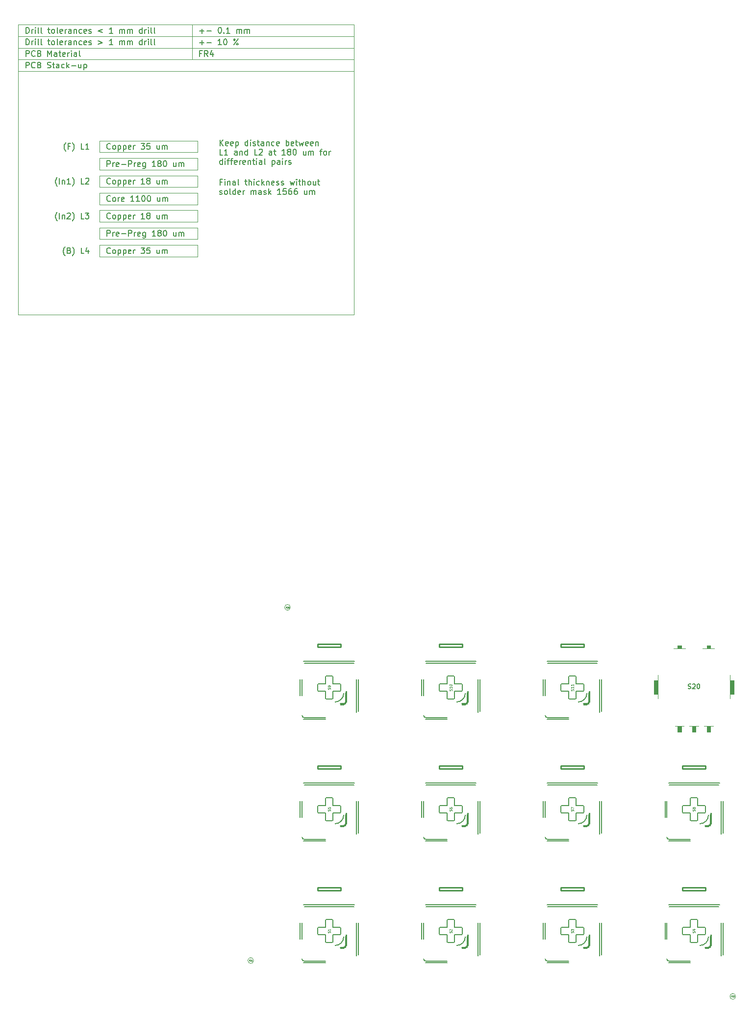
<source format=gbr>
G04 #@! TF.GenerationSoftware,KiCad,Pcbnew,7.0.6*
G04 #@! TF.CreationDate,2023-10-20T19:04:06+03:00*
G04 #@! TF.ProjectId,000018 PGKB,30303030-3138-4205-9047-4b422e6b6963,1.0*
G04 #@! TF.SameCoordinates,Original*
G04 #@! TF.FileFunction,AssemblyDrawing,Top*
%FSLAX46Y46*%
G04 Gerber Fmt 4.6, Leading zero omitted, Abs format (unit mm)*
G04 Created by KiCad (PCBNEW 7.0.6) date 2023-10-20 19:04:06*
%MOMM*%
%LPD*%
G01*
G04 APERTURE LIST*
%ADD10C,0.100000*%
%ADD11C,0.150000*%
%ADD12C,0.060000*%
%ADD13C,0.040000*%
%ADD14C,0.250000*%
G04 APERTURE END LIST*
D10*
X4200000Y-10200000D02*
X62200000Y-10200000D01*
X18200000Y-36200000D02*
X35200000Y-36200000D01*
X35200000Y-38200000D01*
X18200000Y-38200000D01*
X18200000Y-36200000D01*
X34200000Y-4200000D02*
X34200000Y-10200000D01*
X4200000Y-6200000D02*
X62200000Y-6200000D01*
X18200000Y-33200000D02*
X35200000Y-33200000D01*
X35200000Y-35200000D01*
X18200000Y-35200000D01*
X18200000Y-33200000D01*
X4200000Y-8200000D02*
X62200000Y-8200000D01*
X4200000Y-12200000D02*
X62200000Y-12200000D01*
X4200000Y-4200000D02*
X62200000Y-4200000D01*
X62200000Y-54200000D01*
X4200000Y-54200000D01*
X4200000Y-4200000D01*
X18200000Y-24200000D02*
X35200000Y-24200000D01*
X35200000Y-26200000D01*
X18200000Y-26200000D01*
X18200000Y-24200000D01*
X18200000Y-42200000D02*
X35200000Y-42200000D01*
X35200000Y-44200000D01*
X18200000Y-44200000D01*
X18200000Y-42200000D01*
X18200000Y-27200000D02*
X35200000Y-27200000D01*
X35200000Y-29200000D01*
X18200000Y-29200000D01*
X18200000Y-27200000D01*
X18200000Y-30200000D02*
X35200000Y-30200000D01*
X35200000Y-32200000D01*
X18200000Y-32200000D01*
X18200000Y-30200000D01*
X18200000Y-39200000D02*
X35200000Y-39200000D01*
X35200000Y-41200000D01*
X18200000Y-41200000D01*
X18200000Y-39200000D01*
D11*
X20108207Y-34559580D02*
X20060588Y-34607200D01*
X20060588Y-34607200D02*
X19917731Y-34654819D01*
X19917731Y-34654819D02*
X19822493Y-34654819D01*
X19822493Y-34654819D02*
X19679636Y-34607200D01*
X19679636Y-34607200D02*
X19584398Y-34511961D01*
X19584398Y-34511961D02*
X19536779Y-34416723D01*
X19536779Y-34416723D02*
X19489160Y-34226247D01*
X19489160Y-34226247D02*
X19489160Y-34083390D01*
X19489160Y-34083390D02*
X19536779Y-33892914D01*
X19536779Y-33892914D02*
X19584398Y-33797676D01*
X19584398Y-33797676D02*
X19679636Y-33702438D01*
X19679636Y-33702438D02*
X19822493Y-33654819D01*
X19822493Y-33654819D02*
X19917731Y-33654819D01*
X19917731Y-33654819D02*
X20060588Y-33702438D01*
X20060588Y-33702438D02*
X20108207Y-33750057D01*
X20679636Y-34654819D02*
X20584398Y-34607200D01*
X20584398Y-34607200D02*
X20536779Y-34559580D01*
X20536779Y-34559580D02*
X20489160Y-34464342D01*
X20489160Y-34464342D02*
X20489160Y-34178628D01*
X20489160Y-34178628D02*
X20536779Y-34083390D01*
X20536779Y-34083390D02*
X20584398Y-34035771D01*
X20584398Y-34035771D02*
X20679636Y-33988152D01*
X20679636Y-33988152D02*
X20822493Y-33988152D01*
X20822493Y-33988152D02*
X20917731Y-34035771D01*
X20917731Y-34035771D02*
X20965350Y-34083390D01*
X20965350Y-34083390D02*
X21012969Y-34178628D01*
X21012969Y-34178628D02*
X21012969Y-34464342D01*
X21012969Y-34464342D02*
X20965350Y-34559580D01*
X20965350Y-34559580D02*
X20917731Y-34607200D01*
X20917731Y-34607200D02*
X20822493Y-34654819D01*
X20822493Y-34654819D02*
X20679636Y-34654819D01*
X21441541Y-34654819D02*
X21441541Y-33988152D01*
X21441541Y-34178628D02*
X21489160Y-34083390D01*
X21489160Y-34083390D02*
X21536779Y-34035771D01*
X21536779Y-34035771D02*
X21632017Y-33988152D01*
X21632017Y-33988152D02*
X21727255Y-33988152D01*
X22441541Y-34607200D02*
X22346303Y-34654819D01*
X22346303Y-34654819D02*
X22155827Y-34654819D01*
X22155827Y-34654819D02*
X22060589Y-34607200D01*
X22060589Y-34607200D02*
X22012970Y-34511961D01*
X22012970Y-34511961D02*
X22012970Y-34131009D01*
X22012970Y-34131009D02*
X22060589Y-34035771D01*
X22060589Y-34035771D02*
X22155827Y-33988152D01*
X22155827Y-33988152D02*
X22346303Y-33988152D01*
X22346303Y-33988152D02*
X22441541Y-34035771D01*
X22441541Y-34035771D02*
X22489160Y-34131009D01*
X22489160Y-34131009D02*
X22489160Y-34226247D01*
X22489160Y-34226247D02*
X22012970Y-34321485D01*
X24203446Y-34654819D02*
X23632018Y-34654819D01*
X23917732Y-34654819D02*
X23917732Y-33654819D01*
X23917732Y-33654819D02*
X23822494Y-33797676D01*
X23822494Y-33797676D02*
X23727256Y-33892914D01*
X23727256Y-33892914D02*
X23632018Y-33940533D01*
X25155827Y-34654819D02*
X24584399Y-34654819D01*
X24870113Y-34654819D02*
X24870113Y-33654819D01*
X24870113Y-33654819D02*
X24774875Y-33797676D01*
X24774875Y-33797676D02*
X24679637Y-33892914D01*
X24679637Y-33892914D02*
X24584399Y-33940533D01*
X25774875Y-33654819D02*
X25870113Y-33654819D01*
X25870113Y-33654819D02*
X25965351Y-33702438D01*
X25965351Y-33702438D02*
X26012970Y-33750057D01*
X26012970Y-33750057D02*
X26060589Y-33845295D01*
X26060589Y-33845295D02*
X26108208Y-34035771D01*
X26108208Y-34035771D02*
X26108208Y-34273866D01*
X26108208Y-34273866D02*
X26060589Y-34464342D01*
X26060589Y-34464342D02*
X26012970Y-34559580D01*
X26012970Y-34559580D02*
X25965351Y-34607200D01*
X25965351Y-34607200D02*
X25870113Y-34654819D01*
X25870113Y-34654819D02*
X25774875Y-34654819D01*
X25774875Y-34654819D02*
X25679637Y-34607200D01*
X25679637Y-34607200D02*
X25632018Y-34559580D01*
X25632018Y-34559580D02*
X25584399Y-34464342D01*
X25584399Y-34464342D02*
X25536780Y-34273866D01*
X25536780Y-34273866D02*
X25536780Y-34035771D01*
X25536780Y-34035771D02*
X25584399Y-33845295D01*
X25584399Y-33845295D02*
X25632018Y-33750057D01*
X25632018Y-33750057D02*
X25679637Y-33702438D01*
X25679637Y-33702438D02*
X25774875Y-33654819D01*
X26727256Y-33654819D02*
X26822494Y-33654819D01*
X26822494Y-33654819D02*
X26917732Y-33702438D01*
X26917732Y-33702438D02*
X26965351Y-33750057D01*
X26965351Y-33750057D02*
X27012970Y-33845295D01*
X27012970Y-33845295D02*
X27060589Y-34035771D01*
X27060589Y-34035771D02*
X27060589Y-34273866D01*
X27060589Y-34273866D02*
X27012970Y-34464342D01*
X27012970Y-34464342D02*
X26965351Y-34559580D01*
X26965351Y-34559580D02*
X26917732Y-34607200D01*
X26917732Y-34607200D02*
X26822494Y-34654819D01*
X26822494Y-34654819D02*
X26727256Y-34654819D01*
X26727256Y-34654819D02*
X26632018Y-34607200D01*
X26632018Y-34607200D02*
X26584399Y-34559580D01*
X26584399Y-34559580D02*
X26536780Y-34464342D01*
X26536780Y-34464342D02*
X26489161Y-34273866D01*
X26489161Y-34273866D02*
X26489161Y-34035771D01*
X26489161Y-34035771D02*
X26536780Y-33845295D01*
X26536780Y-33845295D02*
X26584399Y-33750057D01*
X26584399Y-33750057D02*
X26632018Y-33702438D01*
X26632018Y-33702438D02*
X26727256Y-33654819D01*
X28679637Y-33988152D02*
X28679637Y-34654819D01*
X28251066Y-33988152D02*
X28251066Y-34511961D01*
X28251066Y-34511961D02*
X28298685Y-34607200D01*
X28298685Y-34607200D02*
X28393923Y-34654819D01*
X28393923Y-34654819D02*
X28536780Y-34654819D01*
X28536780Y-34654819D02*
X28632018Y-34607200D01*
X28632018Y-34607200D02*
X28679637Y-34559580D01*
X29155828Y-34654819D02*
X29155828Y-33988152D01*
X29155828Y-34083390D02*
X29203447Y-34035771D01*
X29203447Y-34035771D02*
X29298685Y-33988152D01*
X29298685Y-33988152D02*
X29441542Y-33988152D01*
X29441542Y-33988152D02*
X29536780Y-34035771D01*
X29536780Y-34035771D02*
X29584399Y-34131009D01*
X29584399Y-34131009D02*
X29584399Y-34654819D01*
X29584399Y-34131009D02*
X29632018Y-34035771D01*
X29632018Y-34035771D02*
X29727256Y-33988152D01*
X29727256Y-33988152D02*
X29870113Y-33988152D01*
X29870113Y-33988152D02*
X29965352Y-34035771D01*
X29965352Y-34035771D02*
X30012971Y-34131009D01*
X30012971Y-34131009D02*
X30012971Y-34654819D01*
X35870112Y-9131009D02*
X35536779Y-9131009D01*
X35536779Y-9654819D02*
X35536779Y-8654819D01*
X35536779Y-8654819D02*
X36012969Y-8654819D01*
X36965350Y-9654819D02*
X36632017Y-9178628D01*
X36393922Y-9654819D02*
X36393922Y-8654819D01*
X36393922Y-8654819D02*
X36774874Y-8654819D01*
X36774874Y-8654819D02*
X36870112Y-8702438D01*
X36870112Y-8702438D02*
X36917731Y-8750057D01*
X36917731Y-8750057D02*
X36965350Y-8845295D01*
X36965350Y-8845295D02*
X36965350Y-8988152D01*
X36965350Y-8988152D02*
X36917731Y-9083390D01*
X36917731Y-9083390D02*
X36870112Y-9131009D01*
X36870112Y-9131009D02*
X36774874Y-9178628D01*
X36774874Y-9178628D02*
X36393922Y-9178628D01*
X37822493Y-8988152D02*
X37822493Y-9654819D01*
X37584398Y-8607200D02*
X37346303Y-9321485D01*
X37346303Y-9321485D02*
X37965350Y-9321485D01*
X10934648Y-38035771D02*
X10887029Y-37988152D01*
X10887029Y-37988152D02*
X10791791Y-37845295D01*
X10791791Y-37845295D02*
X10744172Y-37750057D01*
X10744172Y-37750057D02*
X10696553Y-37607200D01*
X10696553Y-37607200D02*
X10648934Y-37369104D01*
X10648934Y-37369104D02*
X10648934Y-37178628D01*
X10648934Y-37178628D02*
X10696553Y-36940533D01*
X10696553Y-36940533D02*
X10744172Y-36797676D01*
X10744172Y-36797676D02*
X10791791Y-36702438D01*
X10791791Y-36702438D02*
X10887029Y-36559580D01*
X10887029Y-36559580D02*
X10934648Y-36511961D01*
X11315601Y-37654819D02*
X11315601Y-36654819D01*
X11791791Y-36988152D02*
X11791791Y-37654819D01*
X11791791Y-37083390D02*
X11839410Y-37035771D01*
X11839410Y-37035771D02*
X11934648Y-36988152D01*
X11934648Y-36988152D02*
X12077505Y-36988152D01*
X12077505Y-36988152D02*
X12172743Y-37035771D01*
X12172743Y-37035771D02*
X12220362Y-37131009D01*
X12220362Y-37131009D02*
X12220362Y-37654819D01*
X12648934Y-36750057D02*
X12696553Y-36702438D01*
X12696553Y-36702438D02*
X12791791Y-36654819D01*
X12791791Y-36654819D02*
X13029886Y-36654819D01*
X13029886Y-36654819D02*
X13125124Y-36702438D01*
X13125124Y-36702438D02*
X13172743Y-36750057D01*
X13172743Y-36750057D02*
X13220362Y-36845295D01*
X13220362Y-36845295D02*
X13220362Y-36940533D01*
X13220362Y-36940533D02*
X13172743Y-37083390D01*
X13172743Y-37083390D02*
X12601315Y-37654819D01*
X12601315Y-37654819D02*
X13220362Y-37654819D01*
X13553696Y-38035771D02*
X13601315Y-37988152D01*
X13601315Y-37988152D02*
X13696553Y-37845295D01*
X13696553Y-37845295D02*
X13744172Y-37750057D01*
X13744172Y-37750057D02*
X13791791Y-37607200D01*
X13791791Y-37607200D02*
X13839410Y-37369104D01*
X13839410Y-37369104D02*
X13839410Y-37178628D01*
X13839410Y-37178628D02*
X13791791Y-36940533D01*
X13791791Y-36940533D02*
X13744172Y-36797676D01*
X13744172Y-36797676D02*
X13696553Y-36702438D01*
X13696553Y-36702438D02*
X13601315Y-36559580D01*
X13601315Y-36559580D02*
X13553696Y-36511961D01*
X15553696Y-37654819D02*
X15077506Y-37654819D01*
X15077506Y-37654819D02*
X15077506Y-36654819D01*
X15791792Y-36654819D02*
X16410839Y-36654819D01*
X16410839Y-36654819D02*
X16077506Y-37035771D01*
X16077506Y-37035771D02*
X16220363Y-37035771D01*
X16220363Y-37035771D02*
X16315601Y-37083390D01*
X16315601Y-37083390D02*
X16363220Y-37131009D01*
X16363220Y-37131009D02*
X16410839Y-37226247D01*
X16410839Y-37226247D02*
X16410839Y-37464342D01*
X16410839Y-37464342D02*
X16363220Y-37559580D01*
X16363220Y-37559580D02*
X16315601Y-37607200D01*
X16315601Y-37607200D02*
X16220363Y-37654819D01*
X16220363Y-37654819D02*
X15934649Y-37654819D01*
X15934649Y-37654819D02*
X15839411Y-37607200D01*
X15839411Y-37607200D02*
X15791792Y-37559580D01*
X39370112Y-31326009D02*
X39036779Y-31326009D01*
X39036779Y-31849819D02*
X39036779Y-30849819D01*
X39036779Y-30849819D02*
X39512969Y-30849819D01*
X39893922Y-31849819D02*
X39893922Y-31183152D01*
X39893922Y-30849819D02*
X39846303Y-30897438D01*
X39846303Y-30897438D02*
X39893922Y-30945057D01*
X39893922Y-30945057D02*
X39941541Y-30897438D01*
X39941541Y-30897438D02*
X39893922Y-30849819D01*
X39893922Y-30849819D02*
X39893922Y-30945057D01*
X40370112Y-31183152D02*
X40370112Y-31849819D01*
X40370112Y-31278390D02*
X40417731Y-31230771D01*
X40417731Y-31230771D02*
X40512969Y-31183152D01*
X40512969Y-31183152D02*
X40655826Y-31183152D01*
X40655826Y-31183152D02*
X40751064Y-31230771D01*
X40751064Y-31230771D02*
X40798683Y-31326009D01*
X40798683Y-31326009D02*
X40798683Y-31849819D01*
X41703445Y-31849819D02*
X41703445Y-31326009D01*
X41703445Y-31326009D02*
X41655826Y-31230771D01*
X41655826Y-31230771D02*
X41560588Y-31183152D01*
X41560588Y-31183152D02*
X41370112Y-31183152D01*
X41370112Y-31183152D02*
X41274874Y-31230771D01*
X41703445Y-31802200D02*
X41608207Y-31849819D01*
X41608207Y-31849819D02*
X41370112Y-31849819D01*
X41370112Y-31849819D02*
X41274874Y-31802200D01*
X41274874Y-31802200D02*
X41227255Y-31706961D01*
X41227255Y-31706961D02*
X41227255Y-31611723D01*
X41227255Y-31611723D02*
X41274874Y-31516485D01*
X41274874Y-31516485D02*
X41370112Y-31468866D01*
X41370112Y-31468866D02*
X41608207Y-31468866D01*
X41608207Y-31468866D02*
X41703445Y-31421247D01*
X42322493Y-31849819D02*
X42227255Y-31802200D01*
X42227255Y-31802200D02*
X42179636Y-31706961D01*
X42179636Y-31706961D02*
X42179636Y-30849819D01*
X43322494Y-31183152D02*
X43703446Y-31183152D01*
X43465351Y-30849819D02*
X43465351Y-31706961D01*
X43465351Y-31706961D02*
X43512970Y-31802200D01*
X43512970Y-31802200D02*
X43608208Y-31849819D01*
X43608208Y-31849819D02*
X43703446Y-31849819D01*
X44036780Y-31849819D02*
X44036780Y-30849819D01*
X44465351Y-31849819D02*
X44465351Y-31326009D01*
X44465351Y-31326009D02*
X44417732Y-31230771D01*
X44417732Y-31230771D02*
X44322494Y-31183152D01*
X44322494Y-31183152D02*
X44179637Y-31183152D01*
X44179637Y-31183152D02*
X44084399Y-31230771D01*
X44084399Y-31230771D02*
X44036780Y-31278390D01*
X44941542Y-31849819D02*
X44941542Y-31183152D01*
X44941542Y-30849819D02*
X44893923Y-30897438D01*
X44893923Y-30897438D02*
X44941542Y-30945057D01*
X44941542Y-30945057D02*
X44989161Y-30897438D01*
X44989161Y-30897438D02*
X44941542Y-30849819D01*
X44941542Y-30849819D02*
X44941542Y-30945057D01*
X45846303Y-31802200D02*
X45751065Y-31849819D01*
X45751065Y-31849819D02*
X45560589Y-31849819D01*
X45560589Y-31849819D02*
X45465351Y-31802200D01*
X45465351Y-31802200D02*
X45417732Y-31754580D01*
X45417732Y-31754580D02*
X45370113Y-31659342D01*
X45370113Y-31659342D02*
X45370113Y-31373628D01*
X45370113Y-31373628D02*
X45417732Y-31278390D01*
X45417732Y-31278390D02*
X45465351Y-31230771D01*
X45465351Y-31230771D02*
X45560589Y-31183152D01*
X45560589Y-31183152D02*
X45751065Y-31183152D01*
X45751065Y-31183152D02*
X45846303Y-31230771D01*
X46274875Y-31849819D02*
X46274875Y-30849819D01*
X46370113Y-31468866D02*
X46655827Y-31849819D01*
X46655827Y-31183152D02*
X46274875Y-31564104D01*
X47084399Y-31183152D02*
X47084399Y-31849819D01*
X47084399Y-31278390D02*
X47132018Y-31230771D01*
X47132018Y-31230771D02*
X47227256Y-31183152D01*
X47227256Y-31183152D02*
X47370113Y-31183152D01*
X47370113Y-31183152D02*
X47465351Y-31230771D01*
X47465351Y-31230771D02*
X47512970Y-31326009D01*
X47512970Y-31326009D02*
X47512970Y-31849819D01*
X48370113Y-31802200D02*
X48274875Y-31849819D01*
X48274875Y-31849819D02*
X48084399Y-31849819D01*
X48084399Y-31849819D02*
X47989161Y-31802200D01*
X47989161Y-31802200D02*
X47941542Y-31706961D01*
X47941542Y-31706961D02*
X47941542Y-31326009D01*
X47941542Y-31326009D02*
X47989161Y-31230771D01*
X47989161Y-31230771D02*
X48084399Y-31183152D01*
X48084399Y-31183152D02*
X48274875Y-31183152D01*
X48274875Y-31183152D02*
X48370113Y-31230771D01*
X48370113Y-31230771D02*
X48417732Y-31326009D01*
X48417732Y-31326009D02*
X48417732Y-31421247D01*
X48417732Y-31421247D02*
X47941542Y-31516485D01*
X48798685Y-31802200D02*
X48893923Y-31849819D01*
X48893923Y-31849819D02*
X49084399Y-31849819D01*
X49084399Y-31849819D02*
X49179637Y-31802200D01*
X49179637Y-31802200D02*
X49227256Y-31706961D01*
X49227256Y-31706961D02*
X49227256Y-31659342D01*
X49227256Y-31659342D02*
X49179637Y-31564104D01*
X49179637Y-31564104D02*
X49084399Y-31516485D01*
X49084399Y-31516485D02*
X48941542Y-31516485D01*
X48941542Y-31516485D02*
X48846304Y-31468866D01*
X48846304Y-31468866D02*
X48798685Y-31373628D01*
X48798685Y-31373628D02*
X48798685Y-31326009D01*
X48798685Y-31326009D02*
X48846304Y-31230771D01*
X48846304Y-31230771D02*
X48941542Y-31183152D01*
X48941542Y-31183152D02*
X49084399Y-31183152D01*
X49084399Y-31183152D02*
X49179637Y-31230771D01*
X49608209Y-31802200D02*
X49703447Y-31849819D01*
X49703447Y-31849819D02*
X49893923Y-31849819D01*
X49893923Y-31849819D02*
X49989161Y-31802200D01*
X49989161Y-31802200D02*
X50036780Y-31706961D01*
X50036780Y-31706961D02*
X50036780Y-31659342D01*
X50036780Y-31659342D02*
X49989161Y-31564104D01*
X49989161Y-31564104D02*
X49893923Y-31516485D01*
X49893923Y-31516485D02*
X49751066Y-31516485D01*
X49751066Y-31516485D02*
X49655828Y-31468866D01*
X49655828Y-31468866D02*
X49608209Y-31373628D01*
X49608209Y-31373628D02*
X49608209Y-31326009D01*
X49608209Y-31326009D02*
X49655828Y-31230771D01*
X49655828Y-31230771D02*
X49751066Y-31183152D01*
X49751066Y-31183152D02*
X49893923Y-31183152D01*
X49893923Y-31183152D02*
X49989161Y-31230771D01*
X51132019Y-31183152D02*
X51322495Y-31849819D01*
X51322495Y-31849819D02*
X51512971Y-31373628D01*
X51512971Y-31373628D02*
X51703447Y-31849819D01*
X51703447Y-31849819D02*
X51893923Y-31183152D01*
X52274876Y-31849819D02*
X52274876Y-31183152D01*
X52274876Y-30849819D02*
X52227257Y-30897438D01*
X52227257Y-30897438D02*
X52274876Y-30945057D01*
X52274876Y-30945057D02*
X52322495Y-30897438D01*
X52322495Y-30897438D02*
X52274876Y-30849819D01*
X52274876Y-30849819D02*
X52274876Y-30945057D01*
X52608209Y-31183152D02*
X52989161Y-31183152D01*
X52751066Y-30849819D02*
X52751066Y-31706961D01*
X52751066Y-31706961D02*
X52798685Y-31802200D01*
X52798685Y-31802200D02*
X52893923Y-31849819D01*
X52893923Y-31849819D02*
X52989161Y-31849819D01*
X53322495Y-31849819D02*
X53322495Y-30849819D01*
X53751066Y-31849819D02*
X53751066Y-31326009D01*
X53751066Y-31326009D02*
X53703447Y-31230771D01*
X53703447Y-31230771D02*
X53608209Y-31183152D01*
X53608209Y-31183152D02*
X53465352Y-31183152D01*
X53465352Y-31183152D02*
X53370114Y-31230771D01*
X53370114Y-31230771D02*
X53322495Y-31278390D01*
X54370114Y-31849819D02*
X54274876Y-31802200D01*
X54274876Y-31802200D02*
X54227257Y-31754580D01*
X54227257Y-31754580D02*
X54179638Y-31659342D01*
X54179638Y-31659342D02*
X54179638Y-31373628D01*
X54179638Y-31373628D02*
X54227257Y-31278390D01*
X54227257Y-31278390D02*
X54274876Y-31230771D01*
X54274876Y-31230771D02*
X54370114Y-31183152D01*
X54370114Y-31183152D02*
X54512971Y-31183152D01*
X54512971Y-31183152D02*
X54608209Y-31230771D01*
X54608209Y-31230771D02*
X54655828Y-31278390D01*
X54655828Y-31278390D02*
X54703447Y-31373628D01*
X54703447Y-31373628D02*
X54703447Y-31659342D01*
X54703447Y-31659342D02*
X54655828Y-31754580D01*
X54655828Y-31754580D02*
X54608209Y-31802200D01*
X54608209Y-31802200D02*
X54512971Y-31849819D01*
X54512971Y-31849819D02*
X54370114Y-31849819D01*
X55560590Y-31183152D02*
X55560590Y-31849819D01*
X55132019Y-31183152D02*
X55132019Y-31706961D01*
X55132019Y-31706961D02*
X55179638Y-31802200D01*
X55179638Y-31802200D02*
X55274876Y-31849819D01*
X55274876Y-31849819D02*
X55417733Y-31849819D01*
X55417733Y-31849819D02*
X55512971Y-31802200D01*
X55512971Y-31802200D02*
X55560590Y-31754580D01*
X55893924Y-31183152D02*
X56274876Y-31183152D01*
X56036781Y-30849819D02*
X56036781Y-31706961D01*
X56036781Y-31706961D02*
X56084400Y-31802200D01*
X56084400Y-31802200D02*
X56179638Y-31849819D01*
X56179638Y-31849819D02*
X56274876Y-31849819D01*
X38989160Y-33412200D02*
X39084398Y-33459819D01*
X39084398Y-33459819D02*
X39274874Y-33459819D01*
X39274874Y-33459819D02*
X39370112Y-33412200D01*
X39370112Y-33412200D02*
X39417731Y-33316961D01*
X39417731Y-33316961D02*
X39417731Y-33269342D01*
X39417731Y-33269342D02*
X39370112Y-33174104D01*
X39370112Y-33174104D02*
X39274874Y-33126485D01*
X39274874Y-33126485D02*
X39132017Y-33126485D01*
X39132017Y-33126485D02*
X39036779Y-33078866D01*
X39036779Y-33078866D02*
X38989160Y-32983628D01*
X38989160Y-32983628D02*
X38989160Y-32936009D01*
X38989160Y-32936009D02*
X39036779Y-32840771D01*
X39036779Y-32840771D02*
X39132017Y-32793152D01*
X39132017Y-32793152D02*
X39274874Y-32793152D01*
X39274874Y-32793152D02*
X39370112Y-32840771D01*
X39989160Y-33459819D02*
X39893922Y-33412200D01*
X39893922Y-33412200D02*
X39846303Y-33364580D01*
X39846303Y-33364580D02*
X39798684Y-33269342D01*
X39798684Y-33269342D02*
X39798684Y-32983628D01*
X39798684Y-32983628D02*
X39846303Y-32888390D01*
X39846303Y-32888390D02*
X39893922Y-32840771D01*
X39893922Y-32840771D02*
X39989160Y-32793152D01*
X39989160Y-32793152D02*
X40132017Y-32793152D01*
X40132017Y-32793152D02*
X40227255Y-32840771D01*
X40227255Y-32840771D02*
X40274874Y-32888390D01*
X40274874Y-32888390D02*
X40322493Y-32983628D01*
X40322493Y-32983628D02*
X40322493Y-33269342D01*
X40322493Y-33269342D02*
X40274874Y-33364580D01*
X40274874Y-33364580D02*
X40227255Y-33412200D01*
X40227255Y-33412200D02*
X40132017Y-33459819D01*
X40132017Y-33459819D02*
X39989160Y-33459819D01*
X40893922Y-33459819D02*
X40798684Y-33412200D01*
X40798684Y-33412200D02*
X40751065Y-33316961D01*
X40751065Y-33316961D02*
X40751065Y-32459819D01*
X41703446Y-33459819D02*
X41703446Y-32459819D01*
X41703446Y-33412200D02*
X41608208Y-33459819D01*
X41608208Y-33459819D02*
X41417732Y-33459819D01*
X41417732Y-33459819D02*
X41322494Y-33412200D01*
X41322494Y-33412200D02*
X41274875Y-33364580D01*
X41274875Y-33364580D02*
X41227256Y-33269342D01*
X41227256Y-33269342D02*
X41227256Y-32983628D01*
X41227256Y-32983628D02*
X41274875Y-32888390D01*
X41274875Y-32888390D02*
X41322494Y-32840771D01*
X41322494Y-32840771D02*
X41417732Y-32793152D01*
X41417732Y-32793152D02*
X41608208Y-32793152D01*
X41608208Y-32793152D02*
X41703446Y-32840771D01*
X42560589Y-33412200D02*
X42465351Y-33459819D01*
X42465351Y-33459819D02*
X42274875Y-33459819D01*
X42274875Y-33459819D02*
X42179637Y-33412200D01*
X42179637Y-33412200D02*
X42132018Y-33316961D01*
X42132018Y-33316961D02*
X42132018Y-32936009D01*
X42132018Y-32936009D02*
X42179637Y-32840771D01*
X42179637Y-32840771D02*
X42274875Y-32793152D01*
X42274875Y-32793152D02*
X42465351Y-32793152D01*
X42465351Y-32793152D02*
X42560589Y-32840771D01*
X42560589Y-32840771D02*
X42608208Y-32936009D01*
X42608208Y-32936009D02*
X42608208Y-33031247D01*
X42608208Y-33031247D02*
X42132018Y-33126485D01*
X43036780Y-33459819D02*
X43036780Y-32793152D01*
X43036780Y-32983628D02*
X43084399Y-32888390D01*
X43084399Y-32888390D02*
X43132018Y-32840771D01*
X43132018Y-32840771D02*
X43227256Y-32793152D01*
X43227256Y-32793152D02*
X43322494Y-32793152D01*
X44417733Y-33459819D02*
X44417733Y-32793152D01*
X44417733Y-32888390D02*
X44465352Y-32840771D01*
X44465352Y-32840771D02*
X44560590Y-32793152D01*
X44560590Y-32793152D02*
X44703447Y-32793152D01*
X44703447Y-32793152D02*
X44798685Y-32840771D01*
X44798685Y-32840771D02*
X44846304Y-32936009D01*
X44846304Y-32936009D02*
X44846304Y-33459819D01*
X44846304Y-32936009D02*
X44893923Y-32840771D01*
X44893923Y-32840771D02*
X44989161Y-32793152D01*
X44989161Y-32793152D02*
X45132018Y-32793152D01*
X45132018Y-32793152D02*
X45227257Y-32840771D01*
X45227257Y-32840771D02*
X45274876Y-32936009D01*
X45274876Y-32936009D02*
X45274876Y-33459819D01*
X46179637Y-33459819D02*
X46179637Y-32936009D01*
X46179637Y-32936009D02*
X46132018Y-32840771D01*
X46132018Y-32840771D02*
X46036780Y-32793152D01*
X46036780Y-32793152D02*
X45846304Y-32793152D01*
X45846304Y-32793152D02*
X45751066Y-32840771D01*
X46179637Y-33412200D02*
X46084399Y-33459819D01*
X46084399Y-33459819D02*
X45846304Y-33459819D01*
X45846304Y-33459819D02*
X45751066Y-33412200D01*
X45751066Y-33412200D02*
X45703447Y-33316961D01*
X45703447Y-33316961D02*
X45703447Y-33221723D01*
X45703447Y-33221723D02*
X45751066Y-33126485D01*
X45751066Y-33126485D02*
X45846304Y-33078866D01*
X45846304Y-33078866D02*
X46084399Y-33078866D01*
X46084399Y-33078866D02*
X46179637Y-33031247D01*
X46608209Y-33412200D02*
X46703447Y-33459819D01*
X46703447Y-33459819D02*
X46893923Y-33459819D01*
X46893923Y-33459819D02*
X46989161Y-33412200D01*
X46989161Y-33412200D02*
X47036780Y-33316961D01*
X47036780Y-33316961D02*
X47036780Y-33269342D01*
X47036780Y-33269342D02*
X46989161Y-33174104D01*
X46989161Y-33174104D02*
X46893923Y-33126485D01*
X46893923Y-33126485D02*
X46751066Y-33126485D01*
X46751066Y-33126485D02*
X46655828Y-33078866D01*
X46655828Y-33078866D02*
X46608209Y-32983628D01*
X46608209Y-32983628D02*
X46608209Y-32936009D01*
X46608209Y-32936009D02*
X46655828Y-32840771D01*
X46655828Y-32840771D02*
X46751066Y-32793152D01*
X46751066Y-32793152D02*
X46893923Y-32793152D01*
X46893923Y-32793152D02*
X46989161Y-32840771D01*
X47465352Y-33459819D02*
X47465352Y-32459819D01*
X47560590Y-33078866D02*
X47846304Y-33459819D01*
X47846304Y-32793152D02*
X47465352Y-33174104D01*
X49560590Y-33459819D02*
X48989162Y-33459819D01*
X49274876Y-33459819D02*
X49274876Y-32459819D01*
X49274876Y-32459819D02*
X49179638Y-32602676D01*
X49179638Y-32602676D02*
X49084400Y-32697914D01*
X49084400Y-32697914D02*
X48989162Y-32745533D01*
X50465352Y-32459819D02*
X49989162Y-32459819D01*
X49989162Y-32459819D02*
X49941543Y-32936009D01*
X49941543Y-32936009D02*
X49989162Y-32888390D01*
X49989162Y-32888390D02*
X50084400Y-32840771D01*
X50084400Y-32840771D02*
X50322495Y-32840771D01*
X50322495Y-32840771D02*
X50417733Y-32888390D01*
X50417733Y-32888390D02*
X50465352Y-32936009D01*
X50465352Y-32936009D02*
X50512971Y-33031247D01*
X50512971Y-33031247D02*
X50512971Y-33269342D01*
X50512971Y-33269342D02*
X50465352Y-33364580D01*
X50465352Y-33364580D02*
X50417733Y-33412200D01*
X50417733Y-33412200D02*
X50322495Y-33459819D01*
X50322495Y-33459819D02*
X50084400Y-33459819D01*
X50084400Y-33459819D02*
X49989162Y-33412200D01*
X49989162Y-33412200D02*
X49941543Y-33364580D01*
X51370114Y-32459819D02*
X51179638Y-32459819D01*
X51179638Y-32459819D02*
X51084400Y-32507438D01*
X51084400Y-32507438D02*
X51036781Y-32555057D01*
X51036781Y-32555057D02*
X50941543Y-32697914D01*
X50941543Y-32697914D02*
X50893924Y-32888390D01*
X50893924Y-32888390D02*
X50893924Y-33269342D01*
X50893924Y-33269342D02*
X50941543Y-33364580D01*
X50941543Y-33364580D02*
X50989162Y-33412200D01*
X50989162Y-33412200D02*
X51084400Y-33459819D01*
X51084400Y-33459819D02*
X51274876Y-33459819D01*
X51274876Y-33459819D02*
X51370114Y-33412200D01*
X51370114Y-33412200D02*
X51417733Y-33364580D01*
X51417733Y-33364580D02*
X51465352Y-33269342D01*
X51465352Y-33269342D02*
X51465352Y-33031247D01*
X51465352Y-33031247D02*
X51417733Y-32936009D01*
X51417733Y-32936009D02*
X51370114Y-32888390D01*
X51370114Y-32888390D02*
X51274876Y-32840771D01*
X51274876Y-32840771D02*
X51084400Y-32840771D01*
X51084400Y-32840771D02*
X50989162Y-32888390D01*
X50989162Y-32888390D02*
X50941543Y-32936009D01*
X50941543Y-32936009D02*
X50893924Y-33031247D01*
X52322495Y-32459819D02*
X52132019Y-32459819D01*
X52132019Y-32459819D02*
X52036781Y-32507438D01*
X52036781Y-32507438D02*
X51989162Y-32555057D01*
X51989162Y-32555057D02*
X51893924Y-32697914D01*
X51893924Y-32697914D02*
X51846305Y-32888390D01*
X51846305Y-32888390D02*
X51846305Y-33269342D01*
X51846305Y-33269342D02*
X51893924Y-33364580D01*
X51893924Y-33364580D02*
X51941543Y-33412200D01*
X51941543Y-33412200D02*
X52036781Y-33459819D01*
X52036781Y-33459819D02*
X52227257Y-33459819D01*
X52227257Y-33459819D02*
X52322495Y-33412200D01*
X52322495Y-33412200D02*
X52370114Y-33364580D01*
X52370114Y-33364580D02*
X52417733Y-33269342D01*
X52417733Y-33269342D02*
X52417733Y-33031247D01*
X52417733Y-33031247D02*
X52370114Y-32936009D01*
X52370114Y-32936009D02*
X52322495Y-32888390D01*
X52322495Y-32888390D02*
X52227257Y-32840771D01*
X52227257Y-32840771D02*
X52036781Y-32840771D01*
X52036781Y-32840771D02*
X51941543Y-32888390D01*
X51941543Y-32888390D02*
X51893924Y-32936009D01*
X51893924Y-32936009D02*
X51846305Y-33031247D01*
X54036781Y-32793152D02*
X54036781Y-33459819D01*
X53608210Y-32793152D02*
X53608210Y-33316961D01*
X53608210Y-33316961D02*
X53655829Y-33412200D01*
X53655829Y-33412200D02*
X53751067Y-33459819D01*
X53751067Y-33459819D02*
X53893924Y-33459819D01*
X53893924Y-33459819D02*
X53989162Y-33412200D01*
X53989162Y-33412200D02*
X54036781Y-33364580D01*
X54512972Y-33459819D02*
X54512972Y-32793152D01*
X54512972Y-32888390D02*
X54560591Y-32840771D01*
X54560591Y-32840771D02*
X54655829Y-32793152D01*
X54655829Y-32793152D02*
X54798686Y-32793152D01*
X54798686Y-32793152D02*
X54893924Y-32840771D01*
X54893924Y-32840771D02*
X54941543Y-32936009D01*
X54941543Y-32936009D02*
X54941543Y-33459819D01*
X54941543Y-32936009D02*
X54989162Y-32840771D01*
X54989162Y-32840771D02*
X55084400Y-32793152D01*
X55084400Y-32793152D02*
X55227257Y-32793152D01*
X55227257Y-32793152D02*
X55322496Y-32840771D01*
X55322496Y-32840771D02*
X55370115Y-32936009D01*
X55370115Y-32936009D02*
X55370115Y-33459819D01*
X5536779Y-9654819D02*
X5536779Y-8654819D01*
X5536779Y-8654819D02*
X5917731Y-8654819D01*
X5917731Y-8654819D02*
X6012969Y-8702438D01*
X6012969Y-8702438D02*
X6060588Y-8750057D01*
X6060588Y-8750057D02*
X6108207Y-8845295D01*
X6108207Y-8845295D02*
X6108207Y-8988152D01*
X6108207Y-8988152D02*
X6060588Y-9083390D01*
X6060588Y-9083390D02*
X6012969Y-9131009D01*
X6012969Y-9131009D02*
X5917731Y-9178628D01*
X5917731Y-9178628D02*
X5536779Y-9178628D01*
X7108207Y-9559580D02*
X7060588Y-9607200D01*
X7060588Y-9607200D02*
X6917731Y-9654819D01*
X6917731Y-9654819D02*
X6822493Y-9654819D01*
X6822493Y-9654819D02*
X6679636Y-9607200D01*
X6679636Y-9607200D02*
X6584398Y-9511961D01*
X6584398Y-9511961D02*
X6536779Y-9416723D01*
X6536779Y-9416723D02*
X6489160Y-9226247D01*
X6489160Y-9226247D02*
X6489160Y-9083390D01*
X6489160Y-9083390D02*
X6536779Y-8892914D01*
X6536779Y-8892914D02*
X6584398Y-8797676D01*
X6584398Y-8797676D02*
X6679636Y-8702438D01*
X6679636Y-8702438D02*
X6822493Y-8654819D01*
X6822493Y-8654819D02*
X6917731Y-8654819D01*
X6917731Y-8654819D02*
X7060588Y-8702438D01*
X7060588Y-8702438D02*
X7108207Y-8750057D01*
X7870112Y-9131009D02*
X8012969Y-9178628D01*
X8012969Y-9178628D02*
X8060588Y-9226247D01*
X8060588Y-9226247D02*
X8108207Y-9321485D01*
X8108207Y-9321485D02*
X8108207Y-9464342D01*
X8108207Y-9464342D02*
X8060588Y-9559580D01*
X8060588Y-9559580D02*
X8012969Y-9607200D01*
X8012969Y-9607200D02*
X7917731Y-9654819D01*
X7917731Y-9654819D02*
X7536779Y-9654819D01*
X7536779Y-9654819D02*
X7536779Y-8654819D01*
X7536779Y-8654819D02*
X7870112Y-8654819D01*
X7870112Y-8654819D02*
X7965350Y-8702438D01*
X7965350Y-8702438D02*
X8012969Y-8750057D01*
X8012969Y-8750057D02*
X8060588Y-8845295D01*
X8060588Y-8845295D02*
X8060588Y-8940533D01*
X8060588Y-8940533D02*
X8012969Y-9035771D01*
X8012969Y-9035771D02*
X7965350Y-9083390D01*
X7965350Y-9083390D02*
X7870112Y-9131009D01*
X7870112Y-9131009D02*
X7536779Y-9131009D01*
X9298684Y-9654819D02*
X9298684Y-8654819D01*
X9298684Y-8654819D02*
X9632017Y-9369104D01*
X9632017Y-9369104D02*
X9965350Y-8654819D01*
X9965350Y-8654819D02*
X9965350Y-9654819D01*
X10870112Y-9654819D02*
X10870112Y-9131009D01*
X10870112Y-9131009D02*
X10822493Y-9035771D01*
X10822493Y-9035771D02*
X10727255Y-8988152D01*
X10727255Y-8988152D02*
X10536779Y-8988152D01*
X10536779Y-8988152D02*
X10441541Y-9035771D01*
X10870112Y-9607200D02*
X10774874Y-9654819D01*
X10774874Y-9654819D02*
X10536779Y-9654819D01*
X10536779Y-9654819D02*
X10441541Y-9607200D01*
X10441541Y-9607200D02*
X10393922Y-9511961D01*
X10393922Y-9511961D02*
X10393922Y-9416723D01*
X10393922Y-9416723D02*
X10441541Y-9321485D01*
X10441541Y-9321485D02*
X10536779Y-9273866D01*
X10536779Y-9273866D02*
X10774874Y-9273866D01*
X10774874Y-9273866D02*
X10870112Y-9226247D01*
X11203446Y-8988152D02*
X11584398Y-8988152D01*
X11346303Y-8654819D02*
X11346303Y-9511961D01*
X11346303Y-9511961D02*
X11393922Y-9607200D01*
X11393922Y-9607200D02*
X11489160Y-9654819D01*
X11489160Y-9654819D02*
X11584398Y-9654819D01*
X12298684Y-9607200D02*
X12203446Y-9654819D01*
X12203446Y-9654819D02*
X12012970Y-9654819D01*
X12012970Y-9654819D02*
X11917732Y-9607200D01*
X11917732Y-9607200D02*
X11870113Y-9511961D01*
X11870113Y-9511961D02*
X11870113Y-9131009D01*
X11870113Y-9131009D02*
X11917732Y-9035771D01*
X11917732Y-9035771D02*
X12012970Y-8988152D01*
X12012970Y-8988152D02*
X12203446Y-8988152D01*
X12203446Y-8988152D02*
X12298684Y-9035771D01*
X12298684Y-9035771D02*
X12346303Y-9131009D01*
X12346303Y-9131009D02*
X12346303Y-9226247D01*
X12346303Y-9226247D02*
X11870113Y-9321485D01*
X12774875Y-9654819D02*
X12774875Y-8988152D01*
X12774875Y-9178628D02*
X12822494Y-9083390D01*
X12822494Y-9083390D02*
X12870113Y-9035771D01*
X12870113Y-9035771D02*
X12965351Y-8988152D01*
X12965351Y-8988152D02*
X13060589Y-8988152D01*
X13393923Y-9654819D02*
X13393923Y-8988152D01*
X13393923Y-8654819D02*
X13346304Y-8702438D01*
X13346304Y-8702438D02*
X13393923Y-8750057D01*
X13393923Y-8750057D02*
X13441542Y-8702438D01*
X13441542Y-8702438D02*
X13393923Y-8654819D01*
X13393923Y-8654819D02*
X13393923Y-8750057D01*
X14298684Y-9654819D02*
X14298684Y-9131009D01*
X14298684Y-9131009D02*
X14251065Y-9035771D01*
X14251065Y-9035771D02*
X14155827Y-8988152D01*
X14155827Y-8988152D02*
X13965351Y-8988152D01*
X13965351Y-8988152D02*
X13870113Y-9035771D01*
X14298684Y-9607200D02*
X14203446Y-9654819D01*
X14203446Y-9654819D02*
X13965351Y-9654819D01*
X13965351Y-9654819D02*
X13870113Y-9607200D01*
X13870113Y-9607200D02*
X13822494Y-9511961D01*
X13822494Y-9511961D02*
X13822494Y-9416723D01*
X13822494Y-9416723D02*
X13870113Y-9321485D01*
X13870113Y-9321485D02*
X13965351Y-9273866D01*
X13965351Y-9273866D02*
X14203446Y-9273866D01*
X14203446Y-9273866D02*
X14298684Y-9226247D01*
X14917732Y-9654819D02*
X14822494Y-9607200D01*
X14822494Y-9607200D02*
X14774875Y-9511961D01*
X14774875Y-9511961D02*
X14774875Y-8654819D01*
X5536779Y-5654819D02*
X5536779Y-4654819D01*
X5536779Y-4654819D02*
X5774874Y-4654819D01*
X5774874Y-4654819D02*
X5917731Y-4702438D01*
X5917731Y-4702438D02*
X6012969Y-4797676D01*
X6012969Y-4797676D02*
X6060588Y-4892914D01*
X6060588Y-4892914D02*
X6108207Y-5083390D01*
X6108207Y-5083390D02*
X6108207Y-5226247D01*
X6108207Y-5226247D02*
X6060588Y-5416723D01*
X6060588Y-5416723D02*
X6012969Y-5511961D01*
X6012969Y-5511961D02*
X5917731Y-5607200D01*
X5917731Y-5607200D02*
X5774874Y-5654819D01*
X5774874Y-5654819D02*
X5536779Y-5654819D01*
X6536779Y-5654819D02*
X6536779Y-4988152D01*
X6536779Y-5178628D02*
X6584398Y-5083390D01*
X6584398Y-5083390D02*
X6632017Y-5035771D01*
X6632017Y-5035771D02*
X6727255Y-4988152D01*
X6727255Y-4988152D02*
X6822493Y-4988152D01*
X7155827Y-5654819D02*
X7155827Y-4988152D01*
X7155827Y-4654819D02*
X7108208Y-4702438D01*
X7108208Y-4702438D02*
X7155827Y-4750057D01*
X7155827Y-4750057D02*
X7203446Y-4702438D01*
X7203446Y-4702438D02*
X7155827Y-4654819D01*
X7155827Y-4654819D02*
X7155827Y-4750057D01*
X7774874Y-5654819D02*
X7679636Y-5607200D01*
X7679636Y-5607200D02*
X7632017Y-5511961D01*
X7632017Y-5511961D02*
X7632017Y-4654819D01*
X8298684Y-5654819D02*
X8203446Y-5607200D01*
X8203446Y-5607200D02*
X8155827Y-5511961D01*
X8155827Y-5511961D02*
X8155827Y-4654819D01*
X9298685Y-4988152D02*
X9679637Y-4988152D01*
X9441542Y-4654819D02*
X9441542Y-5511961D01*
X9441542Y-5511961D02*
X9489161Y-5607200D01*
X9489161Y-5607200D02*
X9584399Y-5654819D01*
X9584399Y-5654819D02*
X9679637Y-5654819D01*
X10155828Y-5654819D02*
X10060590Y-5607200D01*
X10060590Y-5607200D02*
X10012971Y-5559580D01*
X10012971Y-5559580D02*
X9965352Y-5464342D01*
X9965352Y-5464342D02*
X9965352Y-5178628D01*
X9965352Y-5178628D02*
X10012971Y-5083390D01*
X10012971Y-5083390D02*
X10060590Y-5035771D01*
X10060590Y-5035771D02*
X10155828Y-4988152D01*
X10155828Y-4988152D02*
X10298685Y-4988152D01*
X10298685Y-4988152D02*
X10393923Y-5035771D01*
X10393923Y-5035771D02*
X10441542Y-5083390D01*
X10441542Y-5083390D02*
X10489161Y-5178628D01*
X10489161Y-5178628D02*
X10489161Y-5464342D01*
X10489161Y-5464342D02*
X10441542Y-5559580D01*
X10441542Y-5559580D02*
X10393923Y-5607200D01*
X10393923Y-5607200D02*
X10298685Y-5654819D01*
X10298685Y-5654819D02*
X10155828Y-5654819D01*
X11060590Y-5654819D02*
X10965352Y-5607200D01*
X10965352Y-5607200D02*
X10917733Y-5511961D01*
X10917733Y-5511961D02*
X10917733Y-4654819D01*
X11822495Y-5607200D02*
X11727257Y-5654819D01*
X11727257Y-5654819D02*
X11536781Y-5654819D01*
X11536781Y-5654819D02*
X11441543Y-5607200D01*
X11441543Y-5607200D02*
X11393924Y-5511961D01*
X11393924Y-5511961D02*
X11393924Y-5131009D01*
X11393924Y-5131009D02*
X11441543Y-5035771D01*
X11441543Y-5035771D02*
X11536781Y-4988152D01*
X11536781Y-4988152D02*
X11727257Y-4988152D01*
X11727257Y-4988152D02*
X11822495Y-5035771D01*
X11822495Y-5035771D02*
X11870114Y-5131009D01*
X11870114Y-5131009D02*
X11870114Y-5226247D01*
X11870114Y-5226247D02*
X11393924Y-5321485D01*
X12298686Y-5654819D02*
X12298686Y-4988152D01*
X12298686Y-5178628D02*
X12346305Y-5083390D01*
X12346305Y-5083390D02*
X12393924Y-5035771D01*
X12393924Y-5035771D02*
X12489162Y-4988152D01*
X12489162Y-4988152D02*
X12584400Y-4988152D01*
X13346305Y-5654819D02*
X13346305Y-5131009D01*
X13346305Y-5131009D02*
X13298686Y-5035771D01*
X13298686Y-5035771D02*
X13203448Y-4988152D01*
X13203448Y-4988152D02*
X13012972Y-4988152D01*
X13012972Y-4988152D02*
X12917734Y-5035771D01*
X13346305Y-5607200D02*
X13251067Y-5654819D01*
X13251067Y-5654819D02*
X13012972Y-5654819D01*
X13012972Y-5654819D02*
X12917734Y-5607200D01*
X12917734Y-5607200D02*
X12870115Y-5511961D01*
X12870115Y-5511961D02*
X12870115Y-5416723D01*
X12870115Y-5416723D02*
X12917734Y-5321485D01*
X12917734Y-5321485D02*
X13012972Y-5273866D01*
X13012972Y-5273866D02*
X13251067Y-5273866D01*
X13251067Y-5273866D02*
X13346305Y-5226247D01*
X13822496Y-4988152D02*
X13822496Y-5654819D01*
X13822496Y-5083390D02*
X13870115Y-5035771D01*
X13870115Y-5035771D02*
X13965353Y-4988152D01*
X13965353Y-4988152D02*
X14108210Y-4988152D01*
X14108210Y-4988152D02*
X14203448Y-5035771D01*
X14203448Y-5035771D02*
X14251067Y-5131009D01*
X14251067Y-5131009D02*
X14251067Y-5654819D01*
X15155829Y-5607200D02*
X15060591Y-5654819D01*
X15060591Y-5654819D02*
X14870115Y-5654819D01*
X14870115Y-5654819D02*
X14774877Y-5607200D01*
X14774877Y-5607200D02*
X14727258Y-5559580D01*
X14727258Y-5559580D02*
X14679639Y-5464342D01*
X14679639Y-5464342D02*
X14679639Y-5178628D01*
X14679639Y-5178628D02*
X14727258Y-5083390D01*
X14727258Y-5083390D02*
X14774877Y-5035771D01*
X14774877Y-5035771D02*
X14870115Y-4988152D01*
X14870115Y-4988152D02*
X15060591Y-4988152D01*
X15060591Y-4988152D02*
X15155829Y-5035771D01*
X15965353Y-5607200D02*
X15870115Y-5654819D01*
X15870115Y-5654819D02*
X15679639Y-5654819D01*
X15679639Y-5654819D02*
X15584401Y-5607200D01*
X15584401Y-5607200D02*
X15536782Y-5511961D01*
X15536782Y-5511961D02*
X15536782Y-5131009D01*
X15536782Y-5131009D02*
X15584401Y-5035771D01*
X15584401Y-5035771D02*
X15679639Y-4988152D01*
X15679639Y-4988152D02*
X15870115Y-4988152D01*
X15870115Y-4988152D02*
X15965353Y-5035771D01*
X15965353Y-5035771D02*
X16012972Y-5131009D01*
X16012972Y-5131009D02*
X16012972Y-5226247D01*
X16012972Y-5226247D02*
X15536782Y-5321485D01*
X16393925Y-5607200D02*
X16489163Y-5654819D01*
X16489163Y-5654819D02*
X16679639Y-5654819D01*
X16679639Y-5654819D02*
X16774877Y-5607200D01*
X16774877Y-5607200D02*
X16822496Y-5511961D01*
X16822496Y-5511961D02*
X16822496Y-5464342D01*
X16822496Y-5464342D02*
X16774877Y-5369104D01*
X16774877Y-5369104D02*
X16679639Y-5321485D01*
X16679639Y-5321485D02*
X16536782Y-5321485D01*
X16536782Y-5321485D02*
X16441544Y-5273866D01*
X16441544Y-5273866D02*
X16393925Y-5178628D01*
X16393925Y-5178628D02*
X16393925Y-5131009D01*
X16393925Y-5131009D02*
X16441544Y-5035771D01*
X16441544Y-5035771D02*
X16536782Y-4988152D01*
X16536782Y-4988152D02*
X16679639Y-4988152D01*
X16679639Y-4988152D02*
X16774877Y-5035771D01*
X18774878Y-4988152D02*
X18012973Y-5273866D01*
X18012973Y-5273866D02*
X18774878Y-5559580D01*
X20536782Y-5654819D02*
X19965354Y-5654819D01*
X20251068Y-5654819D02*
X20251068Y-4654819D01*
X20251068Y-4654819D02*
X20155830Y-4797676D01*
X20155830Y-4797676D02*
X20060592Y-4892914D01*
X20060592Y-4892914D02*
X19965354Y-4940533D01*
X21727259Y-5654819D02*
X21727259Y-4988152D01*
X21727259Y-5083390D02*
X21774878Y-5035771D01*
X21774878Y-5035771D02*
X21870116Y-4988152D01*
X21870116Y-4988152D02*
X22012973Y-4988152D01*
X22012973Y-4988152D02*
X22108211Y-5035771D01*
X22108211Y-5035771D02*
X22155830Y-5131009D01*
X22155830Y-5131009D02*
X22155830Y-5654819D01*
X22155830Y-5131009D02*
X22203449Y-5035771D01*
X22203449Y-5035771D02*
X22298687Y-4988152D01*
X22298687Y-4988152D02*
X22441544Y-4988152D01*
X22441544Y-4988152D02*
X22536783Y-5035771D01*
X22536783Y-5035771D02*
X22584402Y-5131009D01*
X22584402Y-5131009D02*
X22584402Y-5654819D01*
X23060592Y-5654819D02*
X23060592Y-4988152D01*
X23060592Y-5083390D02*
X23108211Y-5035771D01*
X23108211Y-5035771D02*
X23203449Y-4988152D01*
X23203449Y-4988152D02*
X23346306Y-4988152D01*
X23346306Y-4988152D02*
X23441544Y-5035771D01*
X23441544Y-5035771D02*
X23489163Y-5131009D01*
X23489163Y-5131009D02*
X23489163Y-5654819D01*
X23489163Y-5131009D02*
X23536782Y-5035771D01*
X23536782Y-5035771D02*
X23632020Y-4988152D01*
X23632020Y-4988152D02*
X23774877Y-4988152D01*
X23774877Y-4988152D02*
X23870116Y-5035771D01*
X23870116Y-5035771D02*
X23917735Y-5131009D01*
X23917735Y-5131009D02*
X23917735Y-5654819D01*
X25584401Y-5654819D02*
X25584401Y-4654819D01*
X25584401Y-5607200D02*
X25489163Y-5654819D01*
X25489163Y-5654819D02*
X25298687Y-5654819D01*
X25298687Y-5654819D02*
X25203449Y-5607200D01*
X25203449Y-5607200D02*
X25155830Y-5559580D01*
X25155830Y-5559580D02*
X25108211Y-5464342D01*
X25108211Y-5464342D02*
X25108211Y-5178628D01*
X25108211Y-5178628D02*
X25155830Y-5083390D01*
X25155830Y-5083390D02*
X25203449Y-5035771D01*
X25203449Y-5035771D02*
X25298687Y-4988152D01*
X25298687Y-4988152D02*
X25489163Y-4988152D01*
X25489163Y-4988152D02*
X25584401Y-5035771D01*
X26060592Y-5654819D02*
X26060592Y-4988152D01*
X26060592Y-5178628D02*
X26108211Y-5083390D01*
X26108211Y-5083390D02*
X26155830Y-5035771D01*
X26155830Y-5035771D02*
X26251068Y-4988152D01*
X26251068Y-4988152D02*
X26346306Y-4988152D01*
X26679640Y-5654819D02*
X26679640Y-4988152D01*
X26679640Y-4654819D02*
X26632021Y-4702438D01*
X26632021Y-4702438D02*
X26679640Y-4750057D01*
X26679640Y-4750057D02*
X26727259Y-4702438D01*
X26727259Y-4702438D02*
X26679640Y-4654819D01*
X26679640Y-4654819D02*
X26679640Y-4750057D01*
X27298687Y-5654819D02*
X27203449Y-5607200D01*
X27203449Y-5607200D02*
X27155830Y-5511961D01*
X27155830Y-5511961D02*
X27155830Y-4654819D01*
X27822497Y-5654819D02*
X27727259Y-5607200D01*
X27727259Y-5607200D02*
X27679640Y-5511961D01*
X27679640Y-5511961D02*
X27679640Y-4654819D01*
X39036779Y-25044819D02*
X39036779Y-24044819D01*
X39608207Y-25044819D02*
X39179636Y-24473390D01*
X39608207Y-24044819D02*
X39036779Y-24616247D01*
X40417731Y-24997200D02*
X40322493Y-25044819D01*
X40322493Y-25044819D02*
X40132017Y-25044819D01*
X40132017Y-25044819D02*
X40036779Y-24997200D01*
X40036779Y-24997200D02*
X39989160Y-24901961D01*
X39989160Y-24901961D02*
X39989160Y-24521009D01*
X39989160Y-24521009D02*
X40036779Y-24425771D01*
X40036779Y-24425771D02*
X40132017Y-24378152D01*
X40132017Y-24378152D02*
X40322493Y-24378152D01*
X40322493Y-24378152D02*
X40417731Y-24425771D01*
X40417731Y-24425771D02*
X40465350Y-24521009D01*
X40465350Y-24521009D02*
X40465350Y-24616247D01*
X40465350Y-24616247D02*
X39989160Y-24711485D01*
X41274874Y-24997200D02*
X41179636Y-25044819D01*
X41179636Y-25044819D02*
X40989160Y-25044819D01*
X40989160Y-25044819D02*
X40893922Y-24997200D01*
X40893922Y-24997200D02*
X40846303Y-24901961D01*
X40846303Y-24901961D02*
X40846303Y-24521009D01*
X40846303Y-24521009D02*
X40893922Y-24425771D01*
X40893922Y-24425771D02*
X40989160Y-24378152D01*
X40989160Y-24378152D02*
X41179636Y-24378152D01*
X41179636Y-24378152D02*
X41274874Y-24425771D01*
X41274874Y-24425771D02*
X41322493Y-24521009D01*
X41322493Y-24521009D02*
X41322493Y-24616247D01*
X41322493Y-24616247D02*
X40846303Y-24711485D01*
X41751065Y-24378152D02*
X41751065Y-25378152D01*
X41751065Y-24425771D02*
X41846303Y-24378152D01*
X41846303Y-24378152D02*
X42036779Y-24378152D01*
X42036779Y-24378152D02*
X42132017Y-24425771D01*
X42132017Y-24425771D02*
X42179636Y-24473390D01*
X42179636Y-24473390D02*
X42227255Y-24568628D01*
X42227255Y-24568628D02*
X42227255Y-24854342D01*
X42227255Y-24854342D02*
X42179636Y-24949580D01*
X42179636Y-24949580D02*
X42132017Y-24997200D01*
X42132017Y-24997200D02*
X42036779Y-25044819D01*
X42036779Y-25044819D02*
X41846303Y-25044819D01*
X41846303Y-25044819D02*
X41751065Y-24997200D01*
X43846303Y-25044819D02*
X43846303Y-24044819D01*
X43846303Y-24997200D02*
X43751065Y-25044819D01*
X43751065Y-25044819D02*
X43560589Y-25044819D01*
X43560589Y-25044819D02*
X43465351Y-24997200D01*
X43465351Y-24997200D02*
X43417732Y-24949580D01*
X43417732Y-24949580D02*
X43370113Y-24854342D01*
X43370113Y-24854342D02*
X43370113Y-24568628D01*
X43370113Y-24568628D02*
X43417732Y-24473390D01*
X43417732Y-24473390D02*
X43465351Y-24425771D01*
X43465351Y-24425771D02*
X43560589Y-24378152D01*
X43560589Y-24378152D02*
X43751065Y-24378152D01*
X43751065Y-24378152D02*
X43846303Y-24425771D01*
X44322494Y-25044819D02*
X44322494Y-24378152D01*
X44322494Y-24044819D02*
X44274875Y-24092438D01*
X44274875Y-24092438D02*
X44322494Y-24140057D01*
X44322494Y-24140057D02*
X44370113Y-24092438D01*
X44370113Y-24092438D02*
X44322494Y-24044819D01*
X44322494Y-24044819D02*
X44322494Y-24140057D01*
X44751065Y-24997200D02*
X44846303Y-25044819D01*
X44846303Y-25044819D02*
X45036779Y-25044819D01*
X45036779Y-25044819D02*
X45132017Y-24997200D01*
X45132017Y-24997200D02*
X45179636Y-24901961D01*
X45179636Y-24901961D02*
X45179636Y-24854342D01*
X45179636Y-24854342D02*
X45132017Y-24759104D01*
X45132017Y-24759104D02*
X45036779Y-24711485D01*
X45036779Y-24711485D02*
X44893922Y-24711485D01*
X44893922Y-24711485D02*
X44798684Y-24663866D01*
X44798684Y-24663866D02*
X44751065Y-24568628D01*
X44751065Y-24568628D02*
X44751065Y-24521009D01*
X44751065Y-24521009D02*
X44798684Y-24425771D01*
X44798684Y-24425771D02*
X44893922Y-24378152D01*
X44893922Y-24378152D02*
X45036779Y-24378152D01*
X45036779Y-24378152D02*
X45132017Y-24425771D01*
X45465351Y-24378152D02*
X45846303Y-24378152D01*
X45608208Y-24044819D02*
X45608208Y-24901961D01*
X45608208Y-24901961D02*
X45655827Y-24997200D01*
X45655827Y-24997200D02*
X45751065Y-25044819D01*
X45751065Y-25044819D02*
X45846303Y-25044819D01*
X46608208Y-25044819D02*
X46608208Y-24521009D01*
X46608208Y-24521009D02*
X46560589Y-24425771D01*
X46560589Y-24425771D02*
X46465351Y-24378152D01*
X46465351Y-24378152D02*
X46274875Y-24378152D01*
X46274875Y-24378152D02*
X46179637Y-24425771D01*
X46608208Y-24997200D02*
X46512970Y-25044819D01*
X46512970Y-25044819D02*
X46274875Y-25044819D01*
X46274875Y-25044819D02*
X46179637Y-24997200D01*
X46179637Y-24997200D02*
X46132018Y-24901961D01*
X46132018Y-24901961D02*
X46132018Y-24806723D01*
X46132018Y-24806723D02*
X46179637Y-24711485D01*
X46179637Y-24711485D02*
X46274875Y-24663866D01*
X46274875Y-24663866D02*
X46512970Y-24663866D01*
X46512970Y-24663866D02*
X46608208Y-24616247D01*
X47084399Y-24378152D02*
X47084399Y-25044819D01*
X47084399Y-24473390D02*
X47132018Y-24425771D01*
X47132018Y-24425771D02*
X47227256Y-24378152D01*
X47227256Y-24378152D02*
X47370113Y-24378152D01*
X47370113Y-24378152D02*
X47465351Y-24425771D01*
X47465351Y-24425771D02*
X47512970Y-24521009D01*
X47512970Y-24521009D02*
X47512970Y-25044819D01*
X48417732Y-24997200D02*
X48322494Y-25044819D01*
X48322494Y-25044819D02*
X48132018Y-25044819D01*
X48132018Y-25044819D02*
X48036780Y-24997200D01*
X48036780Y-24997200D02*
X47989161Y-24949580D01*
X47989161Y-24949580D02*
X47941542Y-24854342D01*
X47941542Y-24854342D02*
X47941542Y-24568628D01*
X47941542Y-24568628D02*
X47989161Y-24473390D01*
X47989161Y-24473390D02*
X48036780Y-24425771D01*
X48036780Y-24425771D02*
X48132018Y-24378152D01*
X48132018Y-24378152D02*
X48322494Y-24378152D01*
X48322494Y-24378152D02*
X48417732Y-24425771D01*
X49227256Y-24997200D02*
X49132018Y-25044819D01*
X49132018Y-25044819D02*
X48941542Y-25044819D01*
X48941542Y-25044819D02*
X48846304Y-24997200D01*
X48846304Y-24997200D02*
X48798685Y-24901961D01*
X48798685Y-24901961D02*
X48798685Y-24521009D01*
X48798685Y-24521009D02*
X48846304Y-24425771D01*
X48846304Y-24425771D02*
X48941542Y-24378152D01*
X48941542Y-24378152D02*
X49132018Y-24378152D01*
X49132018Y-24378152D02*
X49227256Y-24425771D01*
X49227256Y-24425771D02*
X49274875Y-24521009D01*
X49274875Y-24521009D02*
X49274875Y-24616247D01*
X49274875Y-24616247D02*
X48798685Y-24711485D01*
X50465352Y-25044819D02*
X50465352Y-24044819D01*
X50465352Y-24425771D02*
X50560590Y-24378152D01*
X50560590Y-24378152D02*
X50751066Y-24378152D01*
X50751066Y-24378152D02*
X50846304Y-24425771D01*
X50846304Y-24425771D02*
X50893923Y-24473390D01*
X50893923Y-24473390D02*
X50941542Y-24568628D01*
X50941542Y-24568628D02*
X50941542Y-24854342D01*
X50941542Y-24854342D02*
X50893923Y-24949580D01*
X50893923Y-24949580D02*
X50846304Y-24997200D01*
X50846304Y-24997200D02*
X50751066Y-25044819D01*
X50751066Y-25044819D02*
X50560590Y-25044819D01*
X50560590Y-25044819D02*
X50465352Y-24997200D01*
X51751066Y-24997200D02*
X51655828Y-25044819D01*
X51655828Y-25044819D02*
X51465352Y-25044819D01*
X51465352Y-25044819D02*
X51370114Y-24997200D01*
X51370114Y-24997200D02*
X51322495Y-24901961D01*
X51322495Y-24901961D02*
X51322495Y-24521009D01*
X51322495Y-24521009D02*
X51370114Y-24425771D01*
X51370114Y-24425771D02*
X51465352Y-24378152D01*
X51465352Y-24378152D02*
X51655828Y-24378152D01*
X51655828Y-24378152D02*
X51751066Y-24425771D01*
X51751066Y-24425771D02*
X51798685Y-24521009D01*
X51798685Y-24521009D02*
X51798685Y-24616247D01*
X51798685Y-24616247D02*
X51322495Y-24711485D01*
X52084400Y-24378152D02*
X52465352Y-24378152D01*
X52227257Y-24044819D02*
X52227257Y-24901961D01*
X52227257Y-24901961D02*
X52274876Y-24997200D01*
X52274876Y-24997200D02*
X52370114Y-25044819D01*
X52370114Y-25044819D02*
X52465352Y-25044819D01*
X52703448Y-24378152D02*
X52893924Y-25044819D01*
X52893924Y-25044819D02*
X53084400Y-24568628D01*
X53084400Y-24568628D02*
X53274876Y-25044819D01*
X53274876Y-25044819D02*
X53465352Y-24378152D01*
X54227257Y-24997200D02*
X54132019Y-25044819D01*
X54132019Y-25044819D02*
X53941543Y-25044819D01*
X53941543Y-25044819D02*
X53846305Y-24997200D01*
X53846305Y-24997200D02*
X53798686Y-24901961D01*
X53798686Y-24901961D02*
X53798686Y-24521009D01*
X53798686Y-24521009D02*
X53846305Y-24425771D01*
X53846305Y-24425771D02*
X53941543Y-24378152D01*
X53941543Y-24378152D02*
X54132019Y-24378152D01*
X54132019Y-24378152D02*
X54227257Y-24425771D01*
X54227257Y-24425771D02*
X54274876Y-24521009D01*
X54274876Y-24521009D02*
X54274876Y-24616247D01*
X54274876Y-24616247D02*
X53798686Y-24711485D01*
X55084400Y-24997200D02*
X54989162Y-25044819D01*
X54989162Y-25044819D02*
X54798686Y-25044819D01*
X54798686Y-25044819D02*
X54703448Y-24997200D01*
X54703448Y-24997200D02*
X54655829Y-24901961D01*
X54655829Y-24901961D02*
X54655829Y-24521009D01*
X54655829Y-24521009D02*
X54703448Y-24425771D01*
X54703448Y-24425771D02*
X54798686Y-24378152D01*
X54798686Y-24378152D02*
X54989162Y-24378152D01*
X54989162Y-24378152D02*
X55084400Y-24425771D01*
X55084400Y-24425771D02*
X55132019Y-24521009D01*
X55132019Y-24521009D02*
X55132019Y-24616247D01*
X55132019Y-24616247D02*
X54655829Y-24711485D01*
X55560591Y-24378152D02*
X55560591Y-25044819D01*
X55560591Y-24473390D02*
X55608210Y-24425771D01*
X55608210Y-24425771D02*
X55703448Y-24378152D01*
X55703448Y-24378152D02*
X55846305Y-24378152D01*
X55846305Y-24378152D02*
X55941543Y-24425771D01*
X55941543Y-24425771D02*
X55989162Y-24521009D01*
X55989162Y-24521009D02*
X55989162Y-25044819D01*
X39512969Y-26654819D02*
X39036779Y-26654819D01*
X39036779Y-26654819D02*
X39036779Y-25654819D01*
X40370112Y-26654819D02*
X39798684Y-26654819D01*
X40084398Y-26654819D02*
X40084398Y-25654819D01*
X40084398Y-25654819D02*
X39989160Y-25797676D01*
X39989160Y-25797676D02*
X39893922Y-25892914D01*
X39893922Y-25892914D02*
X39798684Y-25940533D01*
X41989160Y-26654819D02*
X41989160Y-26131009D01*
X41989160Y-26131009D02*
X41941541Y-26035771D01*
X41941541Y-26035771D02*
X41846303Y-25988152D01*
X41846303Y-25988152D02*
X41655827Y-25988152D01*
X41655827Y-25988152D02*
X41560589Y-26035771D01*
X41989160Y-26607200D02*
X41893922Y-26654819D01*
X41893922Y-26654819D02*
X41655827Y-26654819D01*
X41655827Y-26654819D02*
X41560589Y-26607200D01*
X41560589Y-26607200D02*
X41512970Y-26511961D01*
X41512970Y-26511961D02*
X41512970Y-26416723D01*
X41512970Y-26416723D02*
X41560589Y-26321485D01*
X41560589Y-26321485D02*
X41655827Y-26273866D01*
X41655827Y-26273866D02*
X41893922Y-26273866D01*
X41893922Y-26273866D02*
X41989160Y-26226247D01*
X42465351Y-25988152D02*
X42465351Y-26654819D01*
X42465351Y-26083390D02*
X42512970Y-26035771D01*
X42512970Y-26035771D02*
X42608208Y-25988152D01*
X42608208Y-25988152D02*
X42751065Y-25988152D01*
X42751065Y-25988152D02*
X42846303Y-26035771D01*
X42846303Y-26035771D02*
X42893922Y-26131009D01*
X42893922Y-26131009D02*
X42893922Y-26654819D01*
X43798684Y-26654819D02*
X43798684Y-25654819D01*
X43798684Y-26607200D02*
X43703446Y-26654819D01*
X43703446Y-26654819D02*
X43512970Y-26654819D01*
X43512970Y-26654819D02*
X43417732Y-26607200D01*
X43417732Y-26607200D02*
X43370113Y-26559580D01*
X43370113Y-26559580D02*
X43322494Y-26464342D01*
X43322494Y-26464342D02*
X43322494Y-26178628D01*
X43322494Y-26178628D02*
X43370113Y-26083390D01*
X43370113Y-26083390D02*
X43417732Y-26035771D01*
X43417732Y-26035771D02*
X43512970Y-25988152D01*
X43512970Y-25988152D02*
X43703446Y-25988152D01*
X43703446Y-25988152D02*
X43798684Y-26035771D01*
X45512970Y-26654819D02*
X45036780Y-26654819D01*
X45036780Y-26654819D02*
X45036780Y-25654819D01*
X45798685Y-25750057D02*
X45846304Y-25702438D01*
X45846304Y-25702438D02*
X45941542Y-25654819D01*
X45941542Y-25654819D02*
X46179637Y-25654819D01*
X46179637Y-25654819D02*
X46274875Y-25702438D01*
X46274875Y-25702438D02*
X46322494Y-25750057D01*
X46322494Y-25750057D02*
X46370113Y-25845295D01*
X46370113Y-25845295D02*
X46370113Y-25940533D01*
X46370113Y-25940533D02*
X46322494Y-26083390D01*
X46322494Y-26083390D02*
X45751066Y-26654819D01*
X45751066Y-26654819D02*
X46370113Y-26654819D01*
X47989161Y-26654819D02*
X47989161Y-26131009D01*
X47989161Y-26131009D02*
X47941542Y-26035771D01*
X47941542Y-26035771D02*
X47846304Y-25988152D01*
X47846304Y-25988152D02*
X47655828Y-25988152D01*
X47655828Y-25988152D02*
X47560590Y-26035771D01*
X47989161Y-26607200D02*
X47893923Y-26654819D01*
X47893923Y-26654819D02*
X47655828Y-26654819D01*
X47655828Y-26654819D02*
X47560590Y-26607200D01*
X47560590Y-26607200D02*
X47512971Y-26511961D01*
X47512971Y-26511961D02*
X47512971Y-26416723D01*
X47512971Y-26416723D02*
X47560590Y-26321485D01*
X47560590Y-26321485D02*
X47655828Y-26273866D01*
X47655828Y-26273866D02*
X47893923Y-26273866D01*
X47893923Y-26273866D02*
X47989161Y-26226247D01*
X48322495Y-25988152D02*
X48703447Y-25988152D01*
X48465352Y-25654819D02*
X48465352Y-26511961D01*
X48465352Y-26511961D02*
X48512971Y-26607200D01*
X48512971Y-26607200D02*
X48608209Y-26654819D01*
X48608209Y-26654819D02*
X48703447Y-26654819D01*
X50322495Y-26654819D02*
X49751067Y-26654819D01*
X50036781Y-26654819D02*
X50036781Y-25654819D01*
X50036781Y-25654819D02*
X49941543Y-25797676D01*
X49941543Y-25797676D02*
X49846305Y-25892914D01*
X49846305Y-25892914D02*
X49751067Y-25940533D01*
X50893924Y-26083390D02*
X50798686Y-26035771D01*
X50798686Y-26035771D02*
X50751067Y-25988152D01*
X50751067Y-25988152D02*
X50703448Y-25892914D01*
X50703448Y-25892914D02*
X50703448Y-25845295D01*
X50703448Y-25845295D02*
X50751067Y-25750057D01*
X50751067Y-25750057D02*
X50798686Y-25702438D01*
X50798686Y-25702438D02*
X50893924Y-25654819D01*
X50893924Y-25654819D02*
X51084400Y-25654819D01*
X51084400Y-25654819D02*
X51179638Y-25702438D01*
X51179638Y-25702438D02*
X51227257Y-25750057D01*
X51227257Y-25750057D02*
X51274876Y-25845295D01*
X51274876Y-25845295D02*
X51274876Y-25892914D01*
X51274876Y-25892914D02*
X51227257Y-25988152D01*
X51227257Y-25988152D02*
X51179638Y-26035771D01*
X51179638Y-26035771D02*
X51084400Y-26083390D01*
X51084400Y-26083390D02*
X50893924Y-26083390D01*
X50893924Y-26083390D02*
X50798686Y-26131009D01*
X50798686Y-26131009D02*
X50751067Y-26178628D01*
X50751067Y-26178628D02*
X50703448Y-26273866D01*
X50703448Y-26273866D02*
X50703448Y-26464342D01*
X50703448Y-26464342D02*
X50751067Y-26559580D01*
X50751067Y-26559580D02*
X50798686Y-26607200D01*
X50798686Y-26607200D02*
X50893924Y-26654819D01*
X50893924Y-26654819D02*
X51084400Y-26654819D01*
X51084400Y-26654819D02*
X51179638Y-26607200D01*
X51179638Y-26607200D02*
X51227257Y-26559580D01*
X51227257Y-26559580D02*
X51274876Y-26464342D01*
X51274876Y-26464342D02*
X51274876Y-26273866D01*
X51274876Y-26273866D02*
X51227257Y-26178628D01*
X51227257Y-26178628D02*
X51179638Y-26131009D01*
X51179638Y-26131009D02*
X51084400Y-26083390D01*
X51893924Y-25654819D02*
X51989162Y-25654819D01*
X51989162Y-25654819D02*
X52084400Y-25702438D01*
X52084400Y-25702438D02*
X52132019Y-25750057D01*
X52132019Y-25750057D02*
X52179638Y-25845295D01*
X52179638Y-25845295D02*
X52227257Y-26035771D01*
X52227257Y-26035771D02*
X52227257Y-26273866D01*
X52227257Y-26273866D02*
X52179638Y-26464342D01*
X52179638Y-26464342D02*
X52132019Y-26559580D01*
X52132019Y-26559580D02*
X52084400Y-26607200D01*
X52084400Y-26607200D02*
X51989162Y-26654819D01*
X51989162Y-26654819D02*
X51893924Y-26654819D01*
X51893924Y-26654819D02*
X51798686Y-26607200D01*
X51798686Y-26607200D02*
X51751067Y-26559580D01*
X51751067Y-26559580D02*
X51703448Y-26464342D01*
X51703448Y-26464342D02*
X51655829Y-26273866D01*
X51655829Y-26273866D02*
X51655829Y-26035771D01*
X51655829Y-26035771D02*
X51703448Y-25845295D01*
X51703448Y-25845295D02*
X51751067Y-25750057D01*
X51751067Y-25750057D02*
X51798686Y-25702438D01*
X51798686Y-25702438D02*
X51893924Y-25654819D01*
X53846305Y-25988152D02*
X53846305Y-26654819D01*
X53417734Y-25988152D02*
X53417734Y-26511961D01*
X53417734Y-26511961D02*
X53465353Y-26607200D01*
X53465353Y-26607200D02*
X53560591Y-26654819D01*
X53560591Y-26654819D02*
X53703448Y-26654819D01*
X53703448Y-26654819D02*
X53798686Y-26607200D01*
X53798686Y-26607200D02*
X53846305Y-26559580D01*
X54322496Y-26654819D02*
X54322496Y-25988152D01*
X54322496Y-26083390D02*
X54370115Y-26035771D01*
X54370115Y-26035771D02*
X54465353Y-25988152D01*
X54465353Y-25988152D02*
X54608210Y-25988152D01*
X54608210Y-25988152D02*
X54703448Y-26035771D01*
X54703448Y-26035771D02*
X54751067Y-26131009D01*
X54751067Y-26131009D02*
X54751067Y-26654819D01*
X54751067Y-26131009D02*
X54798686Y-26035771D01*
X54798686Y-26035771D02*
X54893924Y-25988152D01*
X54893924Y-25988152D02*
X55036781Y-25988152D01*
X55036781Y-25988152D02*
X55132020Y-26035771D01*
X55132020Y-26035771D02*
X55179639Y-26131009D01*
X55179639Y-26131009D02*
X55179639Y-26654819D01*
X56274877Y-25988152D02*
X56655829Y-25988152D01*
X56417734Y-26654819D02*
X56417734Y-25797676D01*
X56417734Y-25797676D02*
X56465353Y-25702438D01*
X56465353Y-25702438D02*
X56560591Y-25654819D01*
X56560591Y-25654819D02*
X56655829Y-25654819D01*
X57132020Y-26654819D02*
X57036782Y-26607200D01*
X57036782Y-26607200D02*
X56989163Y-26559580D01*
X56989163Y-26559580D02*
X56941544Y-26464342D01*
X56941544Y-26464342D02*
X56941544Y-26178628D01*
X56941544Y-26178628D02*
X56989163Y-26083390D01*
X56989163Y-26083390D02*
X57036782Y-26035771D01*
X57036782Y-26035771D02*
X57132020Y-25988152D01*
X57132020Y-25988152D02*
X57274877Y-25988152D01*
X57274877Y-25988152D02*
X57370115Y-26035771D01*
X57370115Y-26035771D02*
X57417734Y-26083390D01*
X57417734Y-26083390D02*
X57465353Y-26178628D01*
X57465353Y-26178628D02*
X57465353Y-26464342D01*
X57465353Y-26464342D02*
X57417734Y-26559580D01*
X57417734Y-26559580D02*
X57370115Y-26607200D01*
X57370115Y-26607200D02*
X57274877Y-26654819D01*
X57274877Y-26654819D02*
X57132020Y-26654819D01*
X57893925Y-26654819D02*
X57893925Y-25988152D01*
X57893925Y-26178628D02*
X57941544Y-26083390D01*
X57941544Y-26083390D02*
X57989163Y-26035771D01*
X57989163Y-26035771D02*
X58084401Y-25988152D01*
X58084401Y-25988152D02*
X58179639Y-25988152D01*
X39465350Y-28264819D02*
X39465350Y-27264819D01*
X39465350Y-28217200D02*
X39370112Y-28264819D01*
X39370112Y-28264819D02*
X39179636Y-28264819D01*
X39179636Y-28264819D02*
X39084398Y-28217200D01*
X39084398Y-28217200D02*
X39036779Y-28169580D01*
X39036779Y-28169580D02*
X38989160Y-28074342D01*
X38989160Y-28074342D02*
X38989160Y-27788628D01*
X38989160Y-27788628D02*
X39036779Y-27693390D01*
X39036779Y-27693390D02*
X39084398Y-27645771D01*
X39084398Y-27645771D02*
X39179636Y-27598152D01*
X39179636Y-27598152D02*
X39370112Y-27598152D01*
X39370112Y-27598152D02*
X39465350Y-27645771D01*
X39941541Y-28264819D02*
X39941541Y-27598152D01*
X39941541Y-27264819D02*
X39893922Y-27312438D01*
X39893922Y-27312438D02*
X39941541Y-27360057D01*
X39941541Y-27360057D02*
X39989160Y-27312438D01*
X39989160Y-27312438D02*
X39941541Y-27264819D01*
X39941541Y-27264819D02*
X39941541Y-27360057D01*
X40274874Y-27598152D02*
X40655826Y-27598152D01*
X40417731Y-28264819D02*
X40417731Y-27407676D01*
X40417731Y-27407676D02*
X40465350Y-27312438D01*
X40465350Y-27312438D02*
X40560588Y-27264819D01*
X40560588Y-27264819D02*
X40655826Y-27264819D01*
X40846303Y-27598152D02*
X41227255Y-27598152D01*
X40989160Y-28264819D02*
X40989160Y-27407676D01*
X40989160Y-27407676D02*
X41036779Y-27312438D01*
X41036779Y-27312438D02*
X41132017Y-27264819D01*
X41132017Y-27264819D02*
X41227255Y-27264819D01*
X41941541Y-28217200D02*
X41846303Y-28264819D01*
X41846303Y-28264819D02*
X41655827Y-28264819D01*
X41655827Y-28264819D02*
X41560589Y-28217200D01*
X41560589Y-28217200D02*
X41512970Y-28121961D01*
X41512970Y-28121961D02*
X41512970Y-27741009D01*
X41512970Y-27741009D02*
X41560589Y-27645771D01*
X41560589Y-27645771D02*
X41655827Y-27598152D01*
X41655827Y-27598152D02*
X41846303Y-27598152D01*
X41846303Y-27598152D02*
X41941541Y-27645771D01*
X41941541Y-27645771D02*
X41989160Y-27741009D01*
X41989160Y-27741009D02*
X41989160Y-27836247D01*
X41989160Y-27836247D02*
X41512970Y-27931485D01*
X42417732Y-28264819D02*
X42417732Y-27598152D01*
X42417732Y-27788628D02*
X42465351Y-27693390D01*
X42465351Y-27693390D02*
X42512970Y-27645771D01*
X42512970Y-27645771D02*
X42608208Y-27598152D01*
X42608208Y-27598152D02*
X42703446Y-27598152D01*
X43417732Y-28217200D02*
X43322494Y-28264819D01*
X43322494Y-28264819D02*
X43132018Y-28264819D01*
X43132018Y-28264819D02*
X43036780Y-28217200D01*
X43036780Y-28217200D02*
X42989161Y-28121961D01*
X42989161Y-28121961D02*
X42989161Y-27741009D01*
X42989161Y-27741009D02*
X43036780Y-27645771D01*
X43036780Y-27645771D02*
X43132018Y-27598152D01*
X43132018Y-27598152D02*
X43322494Y-27598152D01*
X43322494Y-27598152D02*
X43417732Y-27645771D01*
X43417732Y-27645771D02*
X43465351Y-27741009D01*
X43465351Y-27741009D02*
X43465351Y-27836247D01*
X43465351Y-27836247D02*
X42989161Y-27931485D01*
X43893923Y-27598152D02*
X43893923Y-28264819D01*
X43893923Y-27693390D02*
X43941542Y-27645771D01*
X43941542Y-27645771D02*
X44036780Y-27598152D01*
X44036780Y-27598152D02*
X44179637Y-27598152D01*
X44179637Y-27598152D02*
X44274875Y-27645771D01*
X44274875Y-27645771D02*
X44322494Y-27741009D01*
X44322494Y-27741009D02*
X44322494Y-28264819D01*
X44655828Y-27598152D02*
X45036780Y-27598152D01*
X44798685Y-27264819D02*
X44798685Y-28121961D01*
X44798685Y-28121961D02*
X44846304Y-28217200D01*
X44846304Y-28217200D02*
X44941542Y-28264819D01*
X44941542Y-28264819D02*
X45036780Y-28264819D01*
X45370114Y-28264819D02*
X45370114Y-27598152D01*
X45370114Y-27264819D02*
X45322495Y-27312438D01*
X45322495Y-27312438D02*
X45370114Y-27360057D01*
X45370114Y-27360057D02*
X45417733Y-27312438D01*
X45417733Y-27312438D02*
X45370114Y-27264819D01*
X45370114Y-27264819D02*
X45370114Y-27360057D01*
X46274875Y-28264819D02*
X46274875Y-27741009D01*
X46274875Y-27741009D02*
X46227256Y-27645771D01*
X46227256Y-27645771D02*
X46132018Y-27598152D01*
X46132018Y-27598152D02*
X45941542Y-27598152D01*
X45941542Y-27598152D02*
X45846304Y-27645771D01*
X46274875Y-28217200D02*
X46179637Y-28264819D01*
X46179637Y-28264819D02*
X45941542Y-28264819D01*
X45941542Y-28264819D02*
X45846304Y-28217200D01*
X45846304Y-28217200D02*
X45798685Y-28121961D01*
X45798685Y-28121961D02*
X45798685Y-28026723D01*
X45798685Y-28026723D02*
X45846304Y-27931485D01*
X45846304Y-27931485D02*
X45941542Y-27883866D01*
X45941542Y-27883866D02*
X46179637Y-27883866D01*
X46179637Y-27883866D02*
X46274875Y-27836247D01*
X46893923Y-28264819D02*
X46798685Y-28217200D01*
X46798685Y-28217200D02*
X46751066Y-28121961D01*
X46751066Y-28121961D02*
X46751066Y-27264819D01*
X48036781Y-27598152D02*
X48036781Y-28598152D01*
X48036781Y-27645771D02*
X48132019Y-27598152D01*
X48132019Y-27598152D02*
X48322495Y-27598152D01*
X48322495Y-27598152D02*
X48417733Y-27645771D01*
X48417733Y-27645771D02*
X48465352Y-27693390D01*
X48465352Y-27693390D02*
X48512971Y-27788628D01*
X48512971Y-27788628D02*
X48512971Y-28074342D01*
X48512971Y-28074342D02*
X48465352Y-28169580D01*
X48465352Y-28169580D02*
X48417733Y-28217200D01*
X48417733Y-28217200D02*
X48322495Y-28264819D01*
X48322495Y-28264819D02*
X48132019Y-28264819D01*
X48132019Y-28264819D02*
X48036781Y-28217200D01*
X49370114Y-28264819D02*
X49370114Y-27741009D01*
X49370114Y-27741009D02*
X49322495Y-27645771D01*
X49322495Y-27645771D02*
X49227257Y-27598152D01*
X49227257Y-27598152D02*
X49036781Y-27598152D01*
X49036781Y-27598152D02*
X48941543Y-27645771D01*
X49370114Y-28217200D02*
X49274876Y-28264819D01*
X49274876Y-28264819D02*
X49036781Y-28264819D01*
X49036781Y-28264819D02*
X48941543Y-28217200D01*
X48941543Y-28217200D02*
X48893924Y-28121961D01*
X48893924Y-28121961D02*
X48893924Y-28026723D01*
X48893924Y-28026723D02*
X48941543Y-27931485D01*
X48941543Y-27931485D02*
X49036781Y-27883866D01*
X49036781Y-27883866D02*
X49274876Y-27883866D01*
X49274876Y-27883866D02*
X49370114Y-27836247D01*
X49846305Y-28264819D02*
X49846305Y-27598152D01*
X49846305Y-27264819D02*
X49798686Y-27312438D01*
X49798686Y-27312438D02*
X49846305Y-27360057D01*
X49846305Y-27360057D02*
X49893924Y-27312438D01*
X49893924Y-27312438D02*
X49846305Y-27264819D01*
X49846305Y-27264819D02*
X49846305Y-27360057D01*
X50322495Y-28264819D02*
X50322495Y-27598152D01*
X50322495Y-27788628D02*
X50370114Y-27693390D01*
X50370114Y-27693390D02*
X50417733Y-27645771D01*
X50417733Y-27645771D02*
X50512971Y-27598152D01*
X50512971Y-27598152D02*
X50608209Y-27598152D01*
X50893924Y-28217200D02*
X50989162Y-28264819D01*
X50989162Y-28264819D02*
X51179638Y-28264819D01*
X51179638Y-28264819D02*
X51274876Y-28217200D01*
X51274876Y-28217200D02*
X51322495Y-28121961D01*
X51322495Y-28121961D02*
X51322495Y-28074342D01*
X51322495Y-28074342D02*
X51274876Y-27979104D01*
X51274876Y-27979104D02*
X51179638Y-27931485D01*
X51179638Y-27931485D02*
X51036781Y-27931485D01*
X51036781Y-27931485D02*
X50941543Y-27883866D01*
X50941543Y-27883866D02*
X50893924Y-27788628D01*
X50893924Y-27788628D02*
X50893924Y-27741009D01*
X50893924Y-27741009D02*
X50941543Y-27645771D01*
X50941543Y-27645771D02*
X51036781Y-27598152D01*
X51036781Y-27598152D02*
X51179638Y-27598152D01*
X51179638Y-27598152D02*
X51274876Y-27645771D01*
X12410838Y-26035771D02*
X12363219Y-25988152D01*
X12363219Y-25988152D02*
X12267981Y-25845295D01*
X12267981Y-25845295D02*
X12220362Y-25750057D01*
X12220362Y-25750057D02*
X12172743Y-25607200D01*
X12172743Y-25607200D02*
X12125124Y-25369104D01*
X12125124Y-25369104D02*
X12125124Y-25178628D01*
X12125124Y-25178628D02*
X12172743Y-24940533D01*
X12172743Y-24940533D02*
X12220362Y-24797676D01*
X12220362Y-24797676D02*
X12267981Y-24702438D01*
X12267981Y-24702438D02*
X12363219Y-24559580D01*
X12363219Y-24559580D02*
X12410838Y-24511961D01*
X13125124Y-25131009D02*
X12791791Y-25131009D01*
X12791791Y-25654819D02*
X12791791Y-24654819D01*
X12791791Y-24654819D02*
X13267981Y-24654819D01*
X13553696Y-26035771D02*
X13601315Y-25988152D01*
X13601315Y-25988152D02*
X13696553Y-25845295D01*
X13696553Y-25845295D02*
X13744172Y-25750057D01*
X13744172Y-25750057D02*
X13791791Y-25607200D01*
X13791791Y-25607200D02*
X13839410Y-25369104D01*
X13839410Y-25369104D02*
X13839410Y-25178628D01*
X13839410Y-25178628D02*
X13791791Y-24940533D01*
X13791791Y-24940533D02*
X13744172Y-24797676D01*
X13744172Y-24797676D02*
X13696553Y-24702438D01*
X13696553Y-24702438D02*
X13601315Y-24559580D01*
X13601315Y-24559580D02*
X13553696Y-24511961D01*
X15553696Y-25654819D02*
X15077506Y-25654819D01*
X15077506Y-25654819D02*
X15077506Y-24654819D01*
X16410839Y-25654819D02*
X15839411Y-25654819D01*
X16125125Y-25654819D02*
X16125125Y-24654819D01*
X16125125Y-24654819D02*
X16029887Y-24797676D01*
X16029887Y-24797676D02*
X15934649Y-24892914D01*
X15934649Y-24892914D02*
X15839411Y-24940533D01*
X10934648Y-32035771D02*
X10887029Y-31988152D01*
X10887029Y-31988152D02*
X10791791Y-31845295D01*
X10791791Y-31845295D02*
X10744172Y-31750057D01*
X10744172Y-31750057D02*
X10696553Y-31607200D01*
X10696553Y-31607200D02*
X10648934Y-31369104D01*
X10648934Y-31369104D02*
X10648934Y-31178628D01*
X10648934Y-31178628D02*
X10696553Y-30940533D01*
X10696553Y-30940533D02*
X10744172Y-30797676D01*
X10744172Y-30797676D02*
X10791791Y-30702438D01*
X10791791Y-30702438D02*
X10887029Y-30559580D01*
X10887029Y-30559580D02*
X10934648Y-30511961D01*
X11315601Y-31654819D02*
X11315601Y-30654819D01*
X11791791Y-30988152D02*
X11791791Y-31654819D01*
X11791791Y-31083390D02*
X11839410Y-31035771D01*
X11839410Y-31035771D02*
X11934648Y-30988152D01*
X11934648Y-30988152D02*
X12077505Y-30988152D01*
X12077505Y-30988152D02*
X12172743Y-31035771D01*
X12172743Y-31035771D02*
X12220362Y-31131009D01*
X12220362Y-31131009D02*
X12220362Y-31654819D01*
X13220362Y-31654819D02*
X12648934Y-31654819D01*
X12934648Y-31654819D02*
X12934648Y-30654819D01*
X12934648Y-30654819D02*
X12839410Y-30797676D01*
X12839410Y-30797676D02*
X12744172Y-30892914D01*
X12744172Y-30892914D02*
X12648934Y-30940533D01*
X13553696Y-32035771D02*
X13601315Y-31988152D01*
X13601315Y-31988152D02*
X13696553Y-31845295D01*
X13696553Y-31845295D02*
X13744172Y-31750057D01*
X13744172Y-31750057D02*
X13791791Y-31607200D01*
X13791791Y-31607200D02*
X13839410Y-31369104D01*
X13839410Y-31369104D02*
X13839410Y-31178628D01*
X13839410Y-31178628D02*
X13791791Y-30940533D01*
X13791791Y-30940533D02*
X13744172Y-30797676D01*
X13744172Y-30797676D02*
X13696553Y-30702438D01*
X13696553Y-30702438D02*
X13601315Y-30559580D01*
X13601315Y-30559580D02*
X13553696Y-30511961D01*
X15553696Y-31654819D02*
X15077506Y-31654819D01*
X15077506Y-31654819D02*
X15077506Y-30654819D01*
X15839411Y-30750057D02*
X15887030Y-30702438D01*
X15887030Y-30702438D02*
X15982268Y-30654819D01*
X15982268Y-30654819D02*
X16220363Y-30654819D01*
X16220363Y-30654819D02*
X16315601Y-30702438D01*
X16315601Y-30702438D02*
X16363220Y-30750057D01*
X16363220Y-30750057D02*
X16410839Y-30845295D01*
X16410839Y-30845295D02*
X16410839Y-30940533D01*
X16410839Y-30940533D02*
X16363220Y-31083390D01*
X16363220Y-31083390D02*
X15791792Y-31654819D01*
X15791792Y-31654819D02*
X16410839Y-31654819D01*
X19536779Y-28654819D02*
X19536779Y-27654819D01*
X19536779Y-27654819D02*
X19917731Y-27654819D01*
X19917731Y-27654819D02*
X20012969Y-27702438D01*
X20012969Y-27702438D02*
X20060588Y-27750057D01*
X20060588Y-27750057D02*
X20108207Y-27845295D01*
X20108207Y-27845295D02*
X20108207Y-27988152D01*
X20108207Y-27988152D02*
X20060588Y-28083390D01*
X20060588Y-28083390D02*
X20012969Y-28131009D01*
X20012969Y-28131009D02*
X19917731Y-28178628D01*
X19917731Y-28178628D02*
X19536779Y-28178628D01*
X20536779Y-28654819D02*
X20536779Y-27988152D01*
X20536779Y-28178628D02*
X20584398Y-28083390D01*
X20584398Y-28083390D02*
X20632017Y-28035771D01*
X20632017Y-28035771D02*
X20727255Y-27988152D01*
X20727255Y-27988152D02*
X20822493Y-27988152D01*
X21536779Y-28607200D02*
X21441541Y-28654819D01*
X21441541Y-28654819D02*
X21251065Y-28654819D01*
X21251065Y-28654819D02*
X21155827Y-28607200D01*
X21155827Y-28607200D02*
X21108208Y-28511961D01*
X21108208Y-28511961D02*
X21108208Y-28131009D01*
X21108208Y-28131009D02*
X21155827Y-28035771D01*
X21155827Y-28035771D02*
X21251065Y-27988152D01*
X21251065Y-27988152D02*
X21441541Y-27988152D01*
X21441541Y-27988152D02*
X21536779Y-28035771D01*
X21536779Y-28035771D02*
X21584398Y-28131009D01*
X21584398Y-28131009D02*
X21584398Y-28226247D01*
X21584398Y-28226247D02*
X21108208Y-28321485D01*
X22012970Y-28273866D02*
X22774875Y-28273866D01*
X23251065Y-28654819D02*
X23251065Y-27654819D01*
X23251065Y-27654819D02*
X23632017Y-27654819D01*
X23632017Y-27654819D02*
X23727255Y-27702438D01*
X23727255Y-27702438D02*
X23774874Y-27750057D01*
X23774874Y-27750057D02*
X23822493Y-27845295D01*
X23822493Y-27845295D02*
X23822493Y-27988152D01*
X23822493Y-27988152D02*
X23774874Y-28083390D01*
X23774874Y-28083390D02*
X23727255Y-28131009D01*
X23727255Y-28131009D02*
X23632017Y-28178628D01*
X23632017Y-28178628D02*
X23251065Y-28178628D01*
X24251065Y-28654819D02*
X24251065Y-27988152D01*
X24251065Y-28178628D02*
X24298684Y-28083390D01*
X24298684Y-28083390D02*
X24346303Y-28035771D01*
X24346303Y-28035771D02*
X24441541Y-27988152D01*
X24441541Y-27988152D02*
X24536779Y-27988152D01*
X25251065Y-28607200D02*
X25155827Y-28654819D01*
X25155827Y-28654819D02*
X24965351Y-28654819D01*
X24965351Y-28654819D02*
X24870113Y-28607200D01*
X24870113Y-28607200D02*
X24822494Y-28511961D01*
X24822494Y-28511961D02*
X24822494Y-28131009D01*
X24822494Y-28131009D02*
X24870113Y-28035771D01*
X24870113Y-28035771D02*
X24965351Y-27988152D01*
X24965351Y-27988152D02*
X25155827Y-27988152D01*
X25155827Y-27988152D02*
X25251065Y-28035771D01*
X25251065Y-28035771D02*
X25298684Y-28131009D01*
X25298684Y-28131009D02*
X25298684Y-28226247D01*
X25298684Y-28226247D02*
X24822494Y-28321485D01*
X26155827Y-27988152D02*
X26155827Y-28797676D01*
X26155827Y-28797676D02*
X26108208Y-28892914D01*
X26108208Y-28892914D02*
X26060589Y-28940533D01*
X26060589Y-28940533D02*
X25965351Y-28988152D01*
X25965351Y-28988152D02*
X25822494Y-28988152D01*
X25822494Y-28988152D02*
X25727256Y-28940533D01*
X26155827Y-28607200D02*
X26060589Y-28654819D01*
X26060589Y-28654819D02*
X25870113Y-28654819D01*
X25870113Y-28654819D02*
X25774875Y-28607200D01*
X25774875Y-28607200D02*
X25727256Y-28559580D01*
X25727256Y-28559580D02*
X25679637Y-28464342D01*
X25679637Y-28464342D02*
X25679637Y-28178628D01*
X25679637Y-28178628D02*
X25727256Y-28083390D01*
X25727256Y-28083390D02*
X25774875Y-28035771D01*
X25774875Y-28035771D02*
X25870113Y-27988152D01*
X25870113Y-27988152D02*
X26060589Y-27988152D01*
X26060589Y-27988152D02*
X26155827Y-28035771D01*
X27917732Y-28654819D02*
X27346304Y-28654819D01*
X27632018Y-28654819D02*
X27632018Y-27654819D01*
X27632018Y-27654819D02*
X27536780Y-27797676D01*
X27536780Y-27797676D02*
X27441542Y-27892914D01*
X27441542Y-27892914D02*
X27346304Y-27940533D01*
X28489161Y-28083390D02*
X28393923Y-28035771D01*
X28393923Y-28035771D02*
X28346304Y-27988152D01*
X28346304Y-27988152D02*
X28298685Y-27892914D01*
X28298685Y-27892914D02*
X28298685Y-27845295D01*
X28298685Y-27845295D02*
X28346304Y-27750057D01*
X28346304Y-27750057D02*
X28393923Y-27702438D01*
X28393923Y-27702438D02*
X28489161Y-27654819D01*
X28489161Y-27654819D02*
X28679637Y-27654819D01*
X28679637Y-27654819D02*
X28774875Y-27702438D01*
X28774875Y-27702438D02*
X28822494Y-27750057D01*
X28822494Y-27750057D02*
X28870113Y-27845295D01*
X28870113Y-27845295D02*
X28870113Y-27892914D01*
X28870113Y-27892914D02*
X28822494Y-27988152D01*
X28822494Y-27988152D02*
X28774875Y-28035771D01*
X28774875Y-28035771D02*
X28679637Y-28083390D01*
X28679637Y-28083390D02*
X28489161Y-28083390D01*
X28489161Y-28083390D02*
X28393923Y-28131009D01*
X28393923Y-28131009D02*
X28346304Y-28178628D01*
X28346304Y-28178628D02*
X28298685Y-28273866D01*
X28298685Y-28273866D02*
X28298685Y-28464342D01*
X28298685Y-28464342D02*
X28346304Y-28559580D01*
X28346304Y-28559580D02*
X28393923Y-28607200D01*
X28393923Y-28607200D02*
X28489161Y-28654819D01*
X28489161Y-28654819D02*
X28679637Y-28654819D01*
X28679637Y-28654819D02*
X28774875Y-28607200D01*
X28774875Y-28607200D02*
X28822494Y-28559580D01*
X28822494Y-28559580D02*
X28870113Y-28464342D01*
X28870113Y-28464342D02*
X28870113Y-28273866D01*
X28870113Y-28273866D02*
X28822494Y-28178628D01*
X28822494Y-28178628D02*
X28774875Y-28131009D01*
X28774875Y-28131009D02*
X28679637Y-28083390D01*
X29489161Y-27654819D02*
X29584399Y-27654819D01*
X29584399Y-27654819D02*
X29679637Y-27702438D01*
X29679637Y-27702438D02*
X29727256Y-27750057D01*
X29727256Y-27750057D02*
X29774875Y-27845295D01*
X29774875Y-27845295D02*
X29822494Y-28035771D01*
X29822494Y-28035771D02*
X29822494Y-28273866D01*
X29822494Y-28273866D02*
X29774875Y-28464342D01*
X29774875Y-28464342D02*
X29727256Y-28559580D01*
X29727256Y-28559580D02*
X29679637Y-28607200D01*
X29679637Y-28607200D02*
X29584399Y-28654819D01*
X29584399Y-28654819D02*
X29489161Y-28654819D01*
X29489161Y-28654819D02*
X29393923Y-28607200D01*
X29393923Y-28607200D02*
X29346304Y-28559580D01*
X29346304Y-28559580D02*
X29298685Y-28464342D01*
X29298685Y-28464342D02*
X29251066Y-28273866D01*
X29251066Y-28273866D02*
X29251066Y-28035771D01*
X29251066Y-28035771D02*
X29298685Y-27845295D01*
X29298685Y-27845295D02*
X29346304Y-27750057D01*
X29346304Y-27750057D02*
X29393923Y-27702438D01*
X29393923Y-27702438D02*
X29489161Y-27654819D01*
X31441542Y-27988152D02*
X31441542Y-28654819D01*
X31012971Y-27988152D02*
X31012971Y-28511961D01*
X31012971Y-28511961D02*
X31060590Y-28607200D01*
X31060590Y-28607200D02*
X31155828Y-28654819D01*
X31155828Y-28654819D02*
X31298685Y-28654819D01*
X31298685Y-28654819D02*
X31393923Y-28607200D01*
X31393923Y-28607200D02*
X31441542Y-28559580D01*
X31917733Y-28654819D02*
X31917733Y-27988152D01*
X31917733Y-28083390D02*
X31965352Y-28035771D01*
X31965352Y-28035771D02*
X32060590Y-27988152D01*
X32060590Y-27988152D02*
X32203447Y-27988152D01*
X32203447Y-27988152D02*
X32298685Y-28035771D01*
X32298685Y-28035771D02*
X32346304Y-28131009D01*
X32346304Y-28131009D02*
X32346304Y-28654819D01*
X32346304Y-28131009D02*
X32393923Y-28035771D01*
X32393923Y-28035771D02*
X32489161Y-27988152D01*
X32489161Y-27988152D02*
X32632018Y-27988152D01*
X32632018Y-27988152D02*
X32727257Y-28035771D01*
X32727257Y-28035771D02*
X32774876Y-28131009D01*
X32774876Y-28131009D02*
X32774876Y-28654819D01*
X5536779Y-11654819D02*
X5536779Y-10654819D01*
X5536779Y-10654819D02*
X5917731Y-10654819D01*
X5917731Y-10654819D02*
X6012969Y-10702438D01*
X6012969Y-10702438D02*
X6060588Y-10750057D01*
X6060588Y-10750057D02*
X6108207Y-10845295D01*
X6108207Y-10845295D02*
X6108207Y-10988152D01*
X6108207Y-10988152D02*
X6060588Y-11083390D01*
X6060588Y-11083390D02*
X6012969Y-11131009D01*
X6012969Y-11131009D02*
X5917731Y-11178628D01*
X5917731Y-11178628D02*
X5536779Y-11178628D01*
X7108207Y-11559580D02*
X7060588Y-11607200D01*
X7060588Y-11607200D02*
X6917731Y-11654819D01*
X6917731Y-11654819D02*
X6822493Y-11654819D01*
X6822493Y-11654819D02*
X6679636Y-11607200D01*
X6679636Y-11607200D02*
X6584398Y-11511961D01*
X6584398Y-11511961D02*
X6536779Y-11416723D01*
X6536779Y-11416723D02*
X6489160Y-11226247D01*
X6489160Y-11226247D02*
X6489160Y-11083390D01*
X6489160Y-11083390D02*
X6536779Y-10892914D01*
X6536779Y-10892914D02*
X6584398Y-10797676D01*
X6584398Y-10797676D02*
X6679636Y-10702438D01*
X6679636Y-10702438D02*
X6822493Y-10654819D01*
X6822493Y-10654819D02*
X6917731Y-10654819D01*
X6917731Y-10654819D02*
X7060588Y-10702438D01*
X7060588Y-10702438D02*
X7108207Y-10750057D01*
X7870112Y-11131009D02*
X8012969Y-11178628D01*
X8012969Y-11178628D02*
X8060588Y-11226247D01*
X8060588Y-11226247D02*
X8108207Y-11321485D01*
X8108207Y-11321485D02*
X8108207Y-11464342D01*
X8108207Y-11464342D02*
X8060588Y-11559580D01*
X8060588Y-11559580D02*
X8012969Y-11607200D01*
X8012969Y-11607200D02*
X7917731Y-11654819D01*
X7917731Y-11654819D02*
X7536779Y-11654819D01*
X7536779Y-11654819D02*
X7536779Y-10654819D01*
X7536779Y-10654819D02*
X7870112Y-10654819D01*
X7870112Y-10654819D02*
X7965350Y-10702438D01*
X7965350Y-10702438D02*
X8012969Y-10750057D01*
X8012969Y-10750057D02*
X8060588Y-10845295D01*
X8060588Y-10845295D02*
X8060588Y-10940533D01*
X8060588Y-10940533D02*
X8012969Y-11035771D01*
X8012969Y-11035771D02*
X7965350Y-11083390D01*
X7965350Y-11083390D02*
X7870112Y-11131009D01*
X7870112Y-11131009D02*
X7536779Y-11131009D01*
X9251065Y-11607200D02*
X9393922Y-11654819D01*
X9393922Y-11654819D02*
X9632017Y-11654819D01*
X9632017Y-11654819D02*
X9727255Y-11607200D01*
X9727255Y-11607200D02*
X9774874Y-11559580D01*
X9774874Y-11559580D02*
X9822493Y-11464342D01*
X9822493Y-11464342D02*
X9822493Y-11369104D01*
X9822493Y-11369104D02*
X9774874Y-11273866D01*
X9774874Y-11273866D02*
X9727255Y-11226247D01*
X9727255Y-11226247D02*
X9632017Y-11178628D01*
X9632017Y-11178628D02*
X9441541Y-11131009D01*
X9441541Y-11131009D02*
X9346303Y-11083390D01*
X9346303Y-11083390D02*
X9298684Y-11035771D01*
X9298684Y-11035771D02*
X9251065Y-10940533D01*
X9251065Y-10940533D02*
X9251065Y-10845295D01*
X9251065Y-10845295D02*
X9298684Y-10750057D01*
X9298684Y-10750057D02*
X9346303Y-10702438D01*
X9346303Y-10702438D02*
X9441541Y-10654819D01*
X9441541Y-10654819D02*
X9679636Y-10654819D01*
X9679636Y-10654819D02*
X9822493Y-10702438D01*
X10108208Y-10988152D02*
X10489160Y-10988152D01*
X10251065Y-10654819D02*
X10251065Y-11511961D01*
X10251065Y-11511961D02*
X10298684Y-11607200D01*
X10298684Y-11607200D02*
X10393922Y-11654819D01*
X10393922Y-11654819D02*
X10489160Y-11654819D01*
X11251065Y-11654819D02*
X11251065Y-11131009D01*
X11251065Y-11131009D02*
X11203446Y-11035771D01*
X11203446Y-11035771D02*
X11108208Y-10988152D01*
X11108208Y-10988152D02*
X10917732Y-10988152D01*
X10917732Y-10988152D02*
X10822494Y-11035771D01*
X11251065Y-11607200D02*
X11155827Y-11654819D01*
X11155827Y-11654819D02*
X10917732Y-11654819D01*
X10917732Y-11654819D02*
X10822494Y-11607200D01*
X10822494Y-11607200D02*
X10774875Y-11511961D01*
X10774875Y-11511961D02*
X10774875Y-11416723D01*
X10774875Y-11416723D02*
X10822494Y-11321485D01*
X10822494Y-11321485D02*
X10917732Y-11273866D01*
X10917732Y-11273866D02*
X11155827Y-11273866D01*
X11155827Y-11273866D02*
X11251065Y-11226247D01*
X12155827Y-11607200D02*
X12060589Y-11654819D01*
X12060589Y-11654819D02*
X11870113Y-11654819D01*
X11870113Y-11654819D02*
X11774875Y-11607200D01*
X11774875Y-11607200D02*
X11727256Y-11559580D01*
X11727256Y-11559580D02*
X11679637Y-11464342D01*
X11679637Y-11464342D02*
X11679637Y-11178628D01*
X11679637Y-11178628D02*
X11727256Y-11083390D01*
X11727256Y-11083390D02*
X11774875Y-11035771D01*
X11774875Y-11035771D02*
X11870113Y-10988152D01*
X11870113Y-10988152D02*
X12060589Y-10988152D01*
X12060589Y-10988152D02*
X12155827Y-11035771D01*
X12584399Y-11654819D02*
X12584399Y-10654819D01*
X12679637Y-11273866D02*
X12965351Y-11654819D01*
X12965351Y-10988152D02*
X12584399Y-11369104D01*
X13393923Y-11273866D02*
X14155828Y-11273866D01*
X15060589Y-10988152D02*
X15060589Y-11654819D01*
X14632018Y-10988152D02*
X14632018Y-11511961D01*
X14632018Y-11511961D02*
X14679637Y-11607200D01*
X14679637Y-11607200D02*
X14774875Y-11654819D01*
X14774875Y-11654819D02*
X14917732Y-11654819D01*
X14917732Y-11654819D02*
X15012970Y-11607200D01*
X15012970Y-11607200D02*
X15060589Y-11559580D01*
X15536780Y-10988152D02*
X15536780Y-11988152D01*
X15536780Y-11035771D02*
X15632018Y-10988152D01*
X15632018Y-10988152D02*
X15822494Y-10988152D01*
X15822494Y-10988152D02*
X15917732Y-11035771D01*
X15917732Y-11035771D02*
X15965351Y-11083390D01*
X15965351Y-11083390D02*
X16012970Y-11178628D01*
X16012970Y-11178628D02*
X16012970Y-11464342D01*
X16012970Y-11464342D02*
X15965351Y-11559580D01*
X15965351Y-11559580D02*
X15917732Y-11607200D01*
X15917732Y-11607200D02*
X15822494Y-11654819D01*
X15822494Y-11654819D02*
X15632018Y-11654819D01*
X15632018Y-11654819D02*
X15536780Y-11607200D01*
X5536779Y-7654819D02*
X5536779Y-6654819D01*
X5536779Y-6654819D02*
X5774874Y-6654819D01*
X5774874Y-6654819D02*
X5917731Y-6702438D01*
X5917731Y-6702438D02*
X6012969Y-6797676D01*
X6012969Y-6797676D02*
X6060588Y-6892914D01*
X6060588Y-6892914D02*
X6108207Y-7083390D01*
X6108207Y-7083390D02*
X6108207Y-7226247D01*
X6108207Y-7226247D02*
X6060588Y-7416723D01*
X6060588Y-7416723D02*
X6012969Y-7511961D01*
X6012969Y-7511961D02*
X5917731Y-7607200D01*
X5917731Y-7607200D02*
X5774874Y-7654819D01*
X5774874Y-7654819D02*
X5536779Y-7654819D01*
X6536779Y-7654819D02*
X6536779Y-6988152D01*
X6536779Y-7178628D02*
X6584398Y-7083390D01*
X6584398Y-7083390D02*
X6632017Y-7035771D01*
X6632017Y-7035771D02*
X6727255Y-6988152D01*
X6727255Y-6988152D02*
X6822493Y-6988152D01*
X7155827Y-7654819D02*
X7155827Y-6988152D01*
X7155827Y-6654819D02*
X7108208Y-6702438D01*
X7108208Y-6702438D02*
X7155827Y-6750057D01*
X7155827Y-6750057D02*
X7203446Y-6702438D01*
X7203446Y-6702438D02*
X7155827Y-6654819D01*
X7155827Y-6654819D02*
X7155827Y-6750057D01*
X7774874Y-7654819D02*
X7679636Y-7607200D01*
X7679636Y-7607200D02*
X7632017Y-7511961D01*
X7632017Y-7511961D02*
X7632017Y-6654819D01*
X8298684Y-7654819D02*
X8203446Y-7607200D01*
X8203446Y-7607200D02*
X8155827Y-7511961D01*
X8155827Y-7511961D02*
X8155827Y-6654819D01*
X9298685Y-6988152D02*
X9679637Y-6988152D01*
X9441542Y-6654819D02*
X9441542Y-7511961D01*
X9441542Y-7511961D02*
X9489161Y-7607200D01*
X9489161Y-7607200D02*
X9584399Y-7654819D01*
X9584399Y-7654819D02*
X9679637Y-7654819D01*
X10155828Y-7654819D02*
X10060590Y-7607200D01*
X10060590Y-7607200D02*
X10012971Y-7559580D01*
X10012971Y-7559580D02*
X9965352Y-7464342D01*
X9965352Y-7464342D02*
X9965352Y-7178628D01*
X9965352Y-7178628D02*
X10012971Y-7083390D01*
X10012971Y-7083390D02*
X10060590Y-7035771D01*
X10060590Y-7035771D02*
X10155828Y-6988152D01*
X10155828Y-6988152D02*
X10298685Y-6988152D01*
X10298685Y-6988152D02*
X10393923Y-7035771D01*
X10393923Y-7035771D02*
X10441542Y-7083390D01*
X10441542Y-7083390D02*
X10489161Y-7178628D01*
X10489161Y-7178628D02*
X10489161Y-7464342D01*
X10489161Y-7464342D02*
X10441542Y-7559580D01*
X10441542Y-7559580D02*
X10393923Y-7607200D01*
X10393923Y-7607200D02*
X10298685Y-7654819D01*
X10298685Y-7654819D02*
X10155828Y-7654819D01*
X11060590Y-7654819D02*
X10965352Y-7607200D01*
X10965352Y-7607200D02*
X10917733Y-7511961D01*
X10917733Y-7511961D02*
X10917733Y-6654819D01*
X11822495Y-7607200D02*
X11727257Y-7654819D01*
X11727257Y-7654819D02*
X11536781Y-7654819D01*
X11536781Y-7654819D02*
X11441543Y-7607200D01*
X11441543Y-7607200D02*
X11393924Y-7511961D01*
X11393924Y-7511961D02*
X11393924Y-7131009D01*
X11393924Y-7131009D02*
X11441543Y-7035771D01*
X11441543Y-7035771D02*
X11536781Y-6988152D01*
X11536781Y-6988152D02*
X11727257Y-6988152D01*
X11727257Y-6988152D02*
X11822495Y-7035771D01*
X11822495Y-7035771D02*
X11870114Y-7131009D01*
X11870114Y-7131009D02*
X11870114Y-7226247D01*
X11870114Y-7226247D02*
X11393924Y-7321485D01*
X12298686Y-7654819D02*
X12298686Y-6988152D01*
X12298686Y-7178628D02*
X12346305Y-7083390D01*
X12346305Y-7083390D02*
X12393924Y-7035771D01*
X12393924Y-7035771D02*
X12489162Y-6988152D01*
X12489162Y-6988152D02*
X12584400Y-6988152D01*
X13346305Y-7654819D02*
X13346305Y-7131009D01*
X13346305Y-7131009D02*
X13298686Y-7035771D01*
X13298686Y-7035771D02*
X13203448Y-6988152D01*
X13203448Y-6988152D02*
X13012972Y-6988152D01*
X13012972Y-6988152D02*
X12917734Y-7035771D01*
X13346305Y-7607200D02*
X13251067Y-7654819D01*
X13251067Y-7654819D02*
X13012972Y-7654819D01*
X13012972Y-7654819D02*
X12917734Y-7607200D01*
X12917734Y-7607200D02*
X12870115Y-7511961D01*
X12870115Y-7511961D02*
X12870115Y-7416723D01*
X12870115Y-7416723D02*
X12917734Y-7321485D01*
X12917734Y-7321485D02*
X13012972Y-7273866D01*
X13012972Y-7273866D02*
X13251067Y-7273866D01*
X13251067Y-7273866D02*
X13346305Y-7226247D01*
X13822496Y-6988152D02*
X13822496Y-7654819D01*
X13822496Y-7083390D02*
X13870115Y-7035771D01*
X13870115Y-7035771D02*
X13965353Y-6988152D01*
X13965353Y-6988152D02*
X14108210Y-6988152D01*
X14108210Y-6988152D02*
X14203448Y-7035771D01*
X14203448Y-7035771D02*
X14251067Y-7131009D01*
X14251067Y-7131009D02*
X14251067Y-7654819D01*
X15155829Y-7607200D02*
X15060591Y-7654819D01*
X15060591Y-7654819D02*
X14870115Y-7654819D01*
X14870115Y-7654819D02*
X14774877Y-7607200D01*
X14774877Y-7607200D02*
X14727258Y-7559580D01*
X14727258Y-7559580D02*
X14679639Y-7464342D01*
X14679639Y-7464342D02*
X14679639Y-7178628D01*
X14679639Y-7178628D02*
X14727258Y-7083390D01*
X14727258Y-7083390D02*
X14774877Y-7035771D01*
X14774877Y-7035771D02*
X14870115Y-6988152D01*
X14870115Y-6988152D02*
X15060591Y-6988152D01*
X15060591Y-6988152D02*
X15155829Y-7035771D01*
X15965353Y-7607200D02*
X15870115Y-7654819D01*
X15870115Y-7654819D02*
X15679639Y-7654819D01*
X15679639Y-7654819D02*
X15584401Y-7607200D01*
X15584401Y-7607200D02*
X15536782Y-7511961D01*
X15536782Y-7511961D02*
X15536782Y-7131009D01*
X15536782Y-7131009D02*
X15584401Y-7035771D01*
X15584401Y-7035771D02*
X15679639Y-6988152D01*
X15679639Y-6988152D02*
X15870115Y-6988152D01*
X15870115Y-6988152D02*
X15965353Y-7035771D01*
X15965353Y-7035771D02*
X16012972Y-7131009D01*
X16012972Y-7131009D02*
X16012972Y-7226247D01*
X16012972Y-7226247D02*
X15536782Y-7321485D01*
X16393925Y-7607200D02*
X16489163Y-7654819D01*
X16489163Y-7654819D02*
X16679639Y-7654819D01*
X16679639Y-7654819D02*
X16774877Y-7607200D01*
X16774877Y-7607200D02*
X16822496Y-7511961D01*
X16822496Y-7511961D02*
X16822496Y-7464342D01*
X16822496Y-7464342D02*
X16774877Y-7369104D01*
X16774877Y-7369104D02*
X16679639Y-7321485D01*
X16679639Y-7321485D02*
X16536782Y-7321485D01*
X16536782Y-7321485D02*
X16441544Y-7273866D01*
X16441544Y-7273866D02*
X16393925Y-7178628D01*
X16393925Y-7178628D02*
X16393925Y-7131009D01*
X16393925Y-7131009D02*
X16441544Y-7035771D01*
X16441544Y-7035771D02*
X16536782Y-6988152D01*
X16536782Y-6988152D02*
X16679639Y-6988152D01*
X16679639Y-6988152D02*
X16774877Y-7035771D01*
X18012973Y-6988152D02*
X18774878Y-7273866D01*
X18774878Y-7273866D02*
X18012973Y-7559580D01*
X20536782Y-7654819D02*
X19965354Y-7654819D01*
X20251068Y-7654819D02*
X20251068Y-6654819D01*
X20251068Y-6654819D02*
X20155830Y-6797676D01*
X20155830Y-6797676D02*
X20060592Y-6892914D01*
X20060592Y-6892914D02*
X19965354Y-6940533D01*
X21727259Y-7654819D02*
X21727259Y-6988152D01*
X21727259Y-7083390D02*
X21774878Y-7035771D01*
X21774878Y-7035771D02*
X21870116Y-6988152D01*
X21870116Y-6988152D02*
X22012973Y-6988152D01*
X22012973Y-6988152D02*
X22108211Y-7035771D01*
X22108211Y-7035771D02*
X22155830Y-7131009D01*
X22155830Y-7131009D02*
X22155830Y-7654819D01*
X22155830Y-7131009D02*
X22203449Y-7035771D01*
X22203449Y-7035771D02*
X22298687Y-6988152D01*
X22298687Y-6988152D02*
X22441544Y-6988152D01*
X22441544Y-6988152D02*
X22536783Y-7035771D01*
X22536783Y-7035771D02*
X22584402Y-7131009D01*
X22584402Y-7131009D02*
X22584402Y-7654819D01*
X23060592Y-7654819D02*
X23060592Y-6988152D01*
X23060592Y-7083390D02*
X23108211Y-7035771D01*
X23108211Y-7035771D02*
X23203449Y-6988152D01*
X23203449Y-6988152D02*
X23346306Y-6988152D01*
X23346306Y-6988152D02*
X23441544Y-7035771D01*
X23441544Y-7035771D02*
X23489163Y-7131009D01*
X23489163Y-7131009D02*
X23489163Y-7654819D01*
X23489163Y-7131009D02*
X23536782Y-7035771D01*
X23536782Y-7035771D02*
X23632020Y-6988152D01*
X23632020Y-6988152D02*
X23774877Y-6988152D01*
X23774877Y-6988152D02*
X23870116Y-7035771D01*
X23870116Y-7035771D02*
X23917735Y-7131009D01*
X23917735Y-7131009D02*
X23917735Y-7654819D01*
X25584401Y-7654819D02*
X25584401Y-6654819D01*
X25584401Y-7607200D02*
X25489163Y-7654819D01*
X25489163Y-7654819D02*
X25298687Y-7654819D01*
X25298687Y-7654819D02*
X25203449Y-7607200D01*
X25203449Y-7607200D02*
X25155830Y-7559580D01*
X25155830Y-7559580D02*
X25108211Y-7464342D01*
X25108211Y-7464342D02*
X25108211Y-7178628D01*
X25108211Y-7178628D02*
X25155830Y-7083390D01*
X25155830Y-7083390D02*
X25203449Y-7035771D01*
X25203449Y-7035771D02*
X25298687Y-6988152D01*
X25298687Y-6988152D02*
X25489163Y-6988152D01*
X25489163Y-6988152D02*
X25584401Y-7035771D01*
X26060592Y-7654819D02*
X26060592Y-6988152D01*
X26060592Y-7178628D02*
X26108211Y-7083390D01*
X26108211Y-7083390D02*
X26155830Y-7035771D01*
X26155830Y-7035771D02*
X26251068Y-6988152D01*
X26251068Y-6988152D02*
X26346306Y-6988152D01*
X26679640Y-7654819D02*
X26679640Y-6988152D01*
X26679640Y-6654819D02*
X26632021Y-6702438D01*
X26632021Y-6702438D02*
X26679640Y-6750057D01*
X26679640Y-6750057D02*
X26727259Y-6702438D01*
X26727259Y-6702438D02*
X26679640Y-6654819D01*
X26679640Y-6654819D02*
X26679640Y-6750057D01*
X27298687Y-7654819D02*
X27203449Y-7607200D01*
X27203449Y-7607200D02*
X27155830Y-7511961D01*
X27155830Y-7511961D02*
X27155830Y-6654819D01*
X27822497Y-7654819D02*
X27727259Y-7607200D01*
X27727259Y-7607200D02*
X27679640Y-7511961D01*
X27679640Y-7511961D02*
X27679640Y-6654819D01*
X20108207Y-37559580D02*
X20060588Y-37607200D01*
X20060588Y-37607200D02*
X19917731Y-37654819D01*
X19917731Y-37654819D02*
X19822493Y-37654819D01*
X19822493Y-37654819D02*
X19679636Y-37607200D01*
X19679636Y-37607200D02*
X19584398Y-37511961D01*
X19584398Y-37511961D02*
X19536779Y-37416723D01*
X19536779Y-37416723D02*
X19489160Y-37226247D01*
X19489160Y-37226247D02*
X19489160Y-37083390D01*
X19489160Y-37083390D02*
X19536779Y-36892914D01*
X19536779Y-36892914D02*
X19584398Y-36797676D01*
X19584398Y-36797676D02*
X19679636Y-36702438D01*
X19679636Y-36702438D02*
X19822493Y-36654819D01*
X19822493Y-36654819D02*
X19917731Y-36654819D01*
X19917731Y-36654819D02*
X20060588Y-36702438D01*
X20060588Y-36702438D02*
X20108207Y-36750057D01*
X20679636Y-37654819D02*
X20584398Y-37607200D01*
X20584398Y-37607200D02*
X20536779Y-37559580D01*
X20536779Y-37559580D02*
X20489160Y-37464342D01*
X20489160Y-37464342D02*
X20489160Y-37178628D01*
X20489160Y-37178628D02*
X20536779Y-37083390D01*
X20536779Y-37083390D02*
X20584398Y-37035771D01*
X20584398Y-37035771D02*
X20679636Y-36988152D01*
X20679636Y-36988152D02*
X20822493Y-36988152D01*
X20822493Y-36988152D02*
X20917731Y-37035771D01*
X20917731Y-37035771D02*
X20965350Y-37083390D01*
X20965350Y-37083390D02*
X21012969Y-37178628D01*
X21012969Y-37178628D02*
X21012969Y-37464342D01*
X21012969Y-37464342D02*
X20965350Y-37559580D01*
X20965350Y-37559580D02*
X20917731Y-37607200D01*
X20917731Y-37607200D02*
X20822493Y-37654819D01*
X20822493Y-37654819D02*
X20679636Y-37654819D01*
X21441541Y-36988152D02*
X21441541Y-37988152D01*
X21441541Y-37035771D02*
X21536779Y-36988152D01*
X21536779Y-36988152D02*
X21727255Y-36988152D01*
X21727255Y-36988152D02*
X21822493Y-37035771D01*
X21822493Y-37035771D02*
X21870112Y-37083390D01*
X21870112Y-37083390D02*
X21917731Y-37178628D01*
X21917731Y-37178628D02*
X21917731Y-37464342D01*
X21917731Y-37464342D02*
X21870112Y-37559580D01*
X21870112Y-37559580D02*
X21822493Y-37607200D01*
X21822493Y-37607200D02*
X21727255Y-37654819D01*
X21727255Y-37654819D02*
X21536779Y-37654819D01*
X21536779Y-37654819D02*
X21441541Y-37607200D01*
X22346303Y-36988152D02*
X22346303Y-37988152D01*
X22346303Y-37035771D02*
X22441541Y-36988152D01*
X22441541Y-36988152D02*
X22632017Y-36988152D01*
X22632017Y-36988152D02*
X22727255Y-37035771D01*
X22727255Y-37035771D02*
X22774874Y-37083390D01*
X22774874Y-37083390D02*
X22822493Y-37178628D01*
X22822493Y-37178628D02*
X22822493Y-37464342D01*
X22822493Y-37464342D02*
X22774874Y-37559580D01*
X22774874Y-37559580D02*
X22727255Y-37607200D01*
X22727255Y-37607200D02*
X22632017Y-37654819D01*
X22632017Y-37654819D02*
X22441541Y-37654819D01*
X22441541Y-37654819D02*
X22346303Y-37607200D01*
X23632017Y-37607200D02*
X23536779Y-37654819D01*
X23536779Y-37654819D02*
X23346303Y-37654819D01*
X23346303Y-37654819D02*
X23251065Y-37607200D01*
X23251065Y-37607200D02*
X23203446Y-37511961D01*
X23203446Y-37511961D02*
X23203446Y-37131009D01*
X23203446Y-37131009D02*
X23251065Y-37035771D01*
X23251065Y-37035771D02*
X23346303Y-36988152D01*
X23346303Y-36988152D02*
X23536779Y-36988152D01*
X23536779Y-36988152D02*
X23632017Y-37035771D01*
X23632017Y-37035771D02*
X23679636Y-37131009D01*
X23679636Y-37131009D02*
X23679636Y-37226247D01*
X23679636Y-37226247D02*
X23203446Y-37321485D01*
X24108208Y-37654819D02*
X24108208Y-36988152D01*
X24108208Y-37178628D02*
X24155827Y-37083390D01*
X24155827Y-37083390D02*
X24203446Y-37035771D01*
X24203446Y-37035771D02*
X24298684Y-36988152D01*
X24298684Y-36988152D02*
X24393922Y-36988152D01*
X26012970Y-37654819D02*
X25441542Y-37654819D01*
X25727256Y-37654819D02*
X25727256Y-36654819D01*
X25727256Y-36654819D02*
X25632018Y-36797676D01*
X25632018Y-36797676D02*
X25536780Y-36892914D01*
X25536780Y-36892914D02*
X25441542Y-36940533D01*
X26584399Y-37083390D02*
X26489161Y-37035771D01*
X26489161Y-37035771D02*
X26441542Y-36988152D01*
X26441542Y-36988152D02*
X26393923Y-36892914D01*
X26393923Y-36892914D02*
X26393923Y-36845295D01*
X26393923Y-36845295D02*
X26441542Y-36750057D01*
X26441542Y-36750057D02*
X26489161Y-36702438D01*
X26489161Y-36702438D02*
X26584399Y-36654819D01*
X26584399Y-36654819D02*
X26774875Y-36654819D01*
X26774875Y-36654819D02*
X26870113Y-36702438D01*
X26870113Y-36702438D02*
X26917732Y-36750057D01*
X26917732Y-36750057D02*
X26965351Y-36845295D01*
X26965351Y-36845295D02*
X26965351Y-36892914D01*
X26965351Y-36892914D02*
X26917732Y-36988152D01*
X26917732Y-36988152D02*
X26870113Y-37035771D01*
X26870113Y-37035771D02*
X26774875Y-37083390D01*
X26774875Y-37083390D02*
X26584399Y-37083390D01*
X26584399Y-37083390D02*
X26489161Y-37131009D01*
X26489161Y-37131009D02*
X26441542Y-37178628D01*
X26441542Y-37178628D02*
X26393923Y-37273866D01*
X26393923Y-37273866D02*
X26393923Y-37464342D01*
X26393923Y-37464342D02*
X26441542Y-37559580D01*
X26441542Y-37559580D02*
X26489161Y-37607200D01*
X26489161Y-37607200D02*
X26584399Y-37654819D01*
X26584399Y-37654819D02*
X26774875Y-37654819D01*
X26774875Y-37654819D02*
X26870113Y-37607200D01*
X26870113Y-37607200D02*
X26917732Y-37559580D01*
X26917732Y-37559580D02*
X26965351Y-37464342D01*
X26965351Y-37464342D02*
X26965351Y-37273866D01*
X26965351Y-37273866D02*
X26917732Y-37178628D01*
X26917732Y-37178628D02*
X26870113Y-37131009D01*
X26870113Y-37131009D02*
X26774875Y-37083390D01*
X28584399Y-36988152D02*
X28584399Y-37654819D01*
X28155828Y-36988152D02*
X28155828Y-37511961D01*
X28155828Y-37511961D02*
X28203447Y-37607200D01*
X28203447Y-37607200D02*
X28298685Y-37654819D01*
X28298685Y-37654819D02*
X28441542Y-37654819D01*
X28441542Y-37654819D02*
X28536780Y-37607200D01*
X28536780Y-37607200D02*
X28584399Y-37559580D01*
X29060590Y-37654819D02*
X29060590Y-36988152D01*
X29060590Y-37083390D02*
X29108209Y-37035771D01*
X29108209Y-37035771D02*
X29203447Y-36988152D01*
X29203447Y-36988152D02*
X29346304Y-36988152D01*
X29346304Y-36988152D02*
X29441542Y-37035771D01*
X29441542Y-37035771D02*
X29489161Y-37131009D01*
X29489161Y-37131009D02*
X29489161Y-37654819D01*
X29489161Y-37131009D02*
X29536780Y-37035771D01*
X29536780Y-37035771D02*
X29632018Y-36988152D01*
X29632018Y-36988152D02*
X29774875Y-36988152D01*
X29774875Y-36988152D02*
X29870114Y-37035771D01*
X29870114Y-37035771D02*
X29917733Y-37131009D01*
X29917733Y-37131009D02*
X29917733Y-37654819D01*
X35536779Y-7273866D02*
X36298684Y-7273866D01*
X35917731Y-7654819D02*
X35917731Y-6892914D01*
X36774874Y-7273866D02*
X37536779Y-7273866D01*
X39298683Y-7654819D02*
X38727255Y-7654819D01*
X39012969Y-7654819D02*
X39012969Y-6654819D01*
X39012969Y-6654819D02*
X38917731Y-6797676D01*
X38917731Y-6797676D02*
X38822493Y-6892914D01*
X38822493Y-6892914D02*
X38727255Y-6940533D01*
X39917731Y-6654819D02*
X40012969Y-6654819D01*
X40012969Y-6654819D02*
X40108207Y-6702438D01*
X40108207Y-6702438D02*
X40155826Y-6750057D01*
X40155826Y-6750057D02*
X40203445Y-6845295D01*
X40203445Y-6845295D02*
X40251064Y-7035771D01*
X40251064Y-7035771D02*
X40251064Y-7273866D01*
X40251064Y-7273866D02*
X40203445Y-7464342D01*
X40203445Y-7464342D02*
X40155826Y-7559580D01*
X40155826Y-7559580D02*
X40108207Y-7607200D01*
X40108207Y-7607200D02*
X40012969Y-7654819D01*
X40012969Y-7654819D02*
X39917731Y-7654819D01*
X39917731Y-7654819D02*
X39822493Y-7607200D01*
X39822493Y-7607200D02*
X39774874Y-7559580D01*
X39774874Y-7559580D02*
X39727255Y-7464342D01*
X39727255Y-7464342D02*
X39679636Y-7273866D01*
X39679636Y-7273866D02*
X39679636Y-7035771D01*
X39679636Y-7035771D02*
X39727255Y-6845295D01*
X39727255Y-6845295D02*
X39774874Y-6750057D01*
X39774874Y-6750057D02*
X39822493Y-6702438D01*
X39822493Y-6702438D02*
X39917731Y-6654819D01*
X41393922Y-7654819D02*
X42155826Y-6654819D01*
X41536779Y-6654819D02*
X41632017Y-6702438D01*
X41632017Y-6702438D02*
X41679636Y-6797676D01*
X41679636Y-6797676D02*
X41632017Y-6892914D01*
X41632017Y-6892914D02*
X41536779Y-6940533D01*
X41536779Y-6940533D02*
X41441541Y-6892914D01*
X41441541Y-6892914D02*
X41393922Y-6797676D01*
X41393922Y-6797676D02*
X41441541Y-6702438D01*
X41441541Y-6702438D02*
X41536779Y-6654819D01*
X42108207Y-7607200D02*
X42155826Y-7511961D01*
X42155826Y-7511961D02*
X42108207Y-7416723D01*
X42108207Y-7416723D02*
X42012969Y-7369104D01*
X42012969Y-7369104D02*
X41917731Y-7416723D01*
X41917731Y-7416723D02*
X41870112Y-7511961D01*
X41870112Y-7511961D02*
X41917731Y-7607200D01*
X41917731Y-7607200D02*
X42012969Y-7654819D01*
X42012969Y-7654819D02*
X42108207Y-7607200D01*
X35536779Y-5273866D02*
X36298684Y-5273866D01*
X35917731Y-5654819D02*
X35917731Y-4892914D01*
X36774874Y-5273866D02*
X37536779Y-5273866D01*
X38965350Y-4654819D02*
X39060588Y-4654819D01*
X39060588Y-4654819D02*
X39155826Y-4702438D01*
X39155826Y-4702438D02*
X39203445Y-4750057D01*
X39203445Y-4750057D02*
X39251064Y-4845295D01*
X39251064Y-4845295D02*
X39298683Y-5035771D01*
X39298683Y-5035771D02*
X39298683Y-5273866D01*
X39298683Y-5273866D02*
X39251064Y-5464342D01*
X39251064Y-5464342D02*
X39203445Y-5559580D01*
X39203445Y-5559580D02*
X39155826Y-5607200D01*
X39155826Y-5607200D02*
X39060588Y-5654819D01*
X39060588Y-5654819D02*
X38965350Y-5654819D01*
X38965350Y-5654819D02*
X38870112Y-5607200D01*
X38870112Y-5607200D02*
X38822493Y-5559580D01*
X38822493Y-5559580D02*
X38774874Y-5464342D01*
X38774874Y-5464342D02*
X38727255Y-5273866D01*
X38727255Y-5273866D02*
X38727255Y-5035771D01*
X38727255Y-5035771D02*
X38774874Y-4845295D01*
X38774874Y-4845295D02*
X38822493Y-4750057D01*
X38822493Y-4750057D02*
X38870112Y-4702438D01*
X38870112Y-4702438D02*
X38965350Y-4654819D01*
X39727255Y-5559580D02*
X39774874Y-5607200D01*
X39774874Y-5607200D02*
X39727255Y-5654819D01*
X39727255Y-5654819D02*
X39679636Y-5607200D01*
X39679636Y-5607200D02*
X39727255Y-5559580D01*
X39727255Y-5559580D02*
X39727255Y-5654819D01*
X40727254Y-5654819D02*
X40155826Y-5654819D01*
X40441540Y-5654819D02*
X40441540Y-4654819D01*
X40441540Y-4654819D02*
X40346302Y-4797676D01*
X40346302Y-4797676D02*
X40251064Y-4892914D01*
X40251064Y-4892914D02*
X40155826Y-4940533D01*
X41917731Y-5654819D02*
X41917731Y-4988152D01*
X41917731Y-5083390D02*
X41965350Y-5035771D01*
X41965350Y-5035771D02*
X42060588Y-4988152D01*
X42060588Y-4988152D02*
X42203445Y-4988152D01*
X42203445Y-4988152D02*
X42298683Y-5035771D01*
X42298683Y-5035771D02*
X42346302Y-5131009D01*
X42346302Y-5131009D02*
X42346302Y-5654819D01*
X42346302Y-5131009D02*
X42393921Y-5035771D01*
X42393921Y-5035771D02*
X42489159Y-4988152D01*
X42489159Y-4988152D02*
X42632016Y-4988152D01*
X42632016Y-4988152D02*
X42727255Y-5035771D01*
X42727255Y-5035771D02*
X42774874Y-5131009D01*
X42774874Y-5131009D02*
X42774874Y-5654819D01*
X43251064Y-5654819D02*
X43251064Y-4988152D01*
X43251064Y-5083390D02*
X43298683Y-5035771D01*
X43298683Y-5035771D02*
X43393921Y-4988152D01*
X43393921Y-4988152D02*
X43536778Y-4988152D01*
X43536778Y-4988152D02*
X43632016Y-5035771D01*
X43632016Y-5035771D02*
X43679635Y-5131009D01*
X43679635Y-5131009D02*
X43679635Y-5654819D01*
X43679635Y-5131009D02*
X43727254Y-5035771D01*
X43727254Y-5035771D02*
X43822492Y-4988152D01*
X43822492Y-4988152D02*
X43965349Y-4988152D01*
X43965349Y-4988152D02*
X44060588Y-5035771D01*
X44060588Y-5035771D02*
X44108207Y-5131009D01*
X44108207Y-5131009D02*
X44108207Y-5654819D01*
X19536779Y-40654819D02*
X19536779Y-39654819D01*
X19536779Y-39654819D02*
X19917731Y-39654819D01*
X19917731Y-39654819D02*
X20012969Y-39702438D01*
X20012969Y-39702438D02*
X20060588Y-39750057D01*
X20060588Y-39750057D02*
X20108207Y-39845295D01*
X20108207Y-39845295D02*
X20108207Y-39988152D01*
X20108207Y-39988152D02*
X20060588Y-40083390D01*
X20060588Y-40083390D02*
X20012969Y-40131009D01*
X20012969Y-40131009D02*
X19917731Y-40178628D01*
X19917731Y-40178628D02*
X19536779Y-40178628D01*
X20536779Y-40654819D02*
X20536779Y-39988152D01*
X20536779Y-40178628D02*
X20584398Y-40083390D01*
X20584398Y-40083390D02*
X20632017Y-40035771D01*
X20632017Y-40035771D02*
X20727255Y-39988152D01*
X20727255Y-39988152D02*
X20822493Y-39988152D01*
X21536779Y-40607200D02*
X21441541Y-40654819D01*
X21441541Y-40654819D02*
X21251065Y-40654819D01*
X21251065Y-40654819D02*
X21155827Y-40607200D01*
X21155827Y-40607200D02*
X21108208Y-40511961D01*
X21108208Y-40511961D02*
X21108208Y-40131009D01*
X21108208Y-40131009D02*
X21155827Y-40035771D01*
X21155827Y-40035771D02*
X21251065Y-39988152D01*
X21251065Y-39988152D02*
X21441541Y-39988152D01*
X21441541Y-39988152D02*
X21536779Y-40035771D01*
X21536779Y-40035771D02*
X21584398Y-40131009D01*
X21584398Y-40131009D02*
X21584398Y-40226247D01*
X21584398Y-40226247D02*
X21108208Y-40321485D01*
X22012970Y-40273866D02*
X22774875Y-40273866D01*
X23251065Y-40654819D02*
X23251065Y-39654819D01*
X23251065Y-39654819D02*
X23632017Y-39654819D01*
X23632017Y-39654819D02*
X23727255Y-39702438D01*
X23727255Y-39702438D02*
X23774874Y-39750057D01*
X23774874Y-39750057D02*
X23822493Y-39845295D01*
X23822493Y-39845295D02*
X23822493Y-39988152D01*
X23822493Y-39988152D02*
X23774874Y-40083390D01*
X23774874Y-40083390D02*
X23727255Y-40131009D01*
X23727255Y-40131009D02*
X23632017Y-40178628D01*
X23632017Y-40178628D02*
X23251065Y-40178628D01*
X24251065Y-40654819D02*
X24251065Y-39988152D01*
X24251065Y-40178628D02*
X24298684Y-40083390D01*
X24298684Y-40083390D02*
X24346303Y-40035771D01*
X24346303Y-40035771D02*
X24441541Y-39988152D01*
X24441541Y-39988152D02*
X24536779Y-39988152D01*
X25251065Y-40607200D02*
X25155827Y-40654819D01*
X25155827Y-40654819D02*
X24965351Y-40654819D01*
X24965351Y-40654819D02*
X24870113Y-40607200D01*
X24870113Y-40607200D02*
X24822494Y-40511961D01*
X24822494Y-40511961D02*
X24822494Y-40131009D01*
X24822494Y-40131009D02*
X24870113Y-40035771D01*
X24870113Y-40035771D02*
X24965351Y-39988152D01*
X24965351Y-39988152D02*
X25155827Y-39988152D01*
X25155827Y-39988152D02*
X25251065Y-40035771D01*
X25251065Y-40035771D02*
X25298684Y-40131009D01*
X25298684Y-40131009D02*
X25298684Y-40226247D01*
X25298684Y-40226247D02*
X24822494Y-40321485D01*
X26155827Y-39988152D02*
X26155827Y-40797676D01*
X26155827Y-40797676D02*
X26108208Y-40892914D01*
X26108208Y-40892914D02*
X26060589Y-40940533D01*
X26060589Y-40940533D02*
X25965351Y-40988152D01*
X25965351Y-40988152D02*
X25822494Y-40988152D01*
X25822494Y-40988152D02*
X25727256Y-40940533D01*
X26155827Y-40607200D02*
X26060589Y-40654819D01*
X26060589Y-40654819D02*
X25870113Y-40654819D01*
X25870113Y-40654819D02*
X25774875Y-40607200D01*
X25774875Y-40607200D02*
X25727256Y-40559580D01*
X25727256Y-40559580D02*
X25679637Y-40464342D01*
X25679637Y-40464342D02*
X25679637Y-40178628D01*
X25679637Y-40178628D02*
X25727256Y-40083390D01*
X25727256Y-40083390D02*
X25774875Y-40035771D01*
X25774875Y-40035771D02*
X25870113Y-39988152D01*
X25870113Y-39988152D02*
X26060589Y-39988152D01*
X26060589Y-39988152D02*
X26155827Y-40035771D01*
X27917732Y-40654819D02*
X27346304Y-40654819D01*
X27632018Y-40654819D02*
X27632018Y-39654819D01*
X27632018Y-39654819D02*
X27536780Y-39797676D01*
X27536780Y-39797676D02*
X27441542Y-39892914D01*
X27441542Y-39892914D02*
X27346304Y-39940533D01*
X28489161Y-40083390D02*
X28393923Y-40035771D01*
X28393923Y-40035771D02*
X28346304Y-39988152D01*
X28346304Y-39988152D02*
X28298685Y-39892914D01*
X28298685Y-39892914D02*
X28298685Y-39845295D01*
X28298685Y-39845295D02*
X28346304Y-39750057D01*
X28346304Y-39750057D02*
X28393923Y-39702438D01*
X28393923Y-39702438D02*
X28489161Y-39654819D01*
X28489161Y-39654819D02*
X28679637Y-39654819D01*
X28679637Y-39654819D02*
X28774875Y-39702438D01*
X28774875Y-39702438D02*
X28822494Y-39750057D01*
X28822494Y-39750057D02*
X28870113Y-39845295D01*
X28870113Y-39845295D02*
X28870113Y-39892914D01*
X28870113Y-39892914D02*
X28822494Y-39988152D01*
X28822494Y-39988152D02*
X28774875Y-40035771D01*
X28774875Y-40035771D02*
X28679637Y-40083390D01*
X28679637Y-40083390D02*
X28489161Y-40083390D01*
X28489161Y-40083390D02*
X28393923Y-40131009D01*
X28393923Y-40131009D02*
X28346304Y-40178628D01*
X28346304Y-40178628D02*
X28298685Y-40273866D01*
X28298685Y-40273866D02*
X28298685Y-40464342D01*
X28298685Y-40464342D02*
X28346304Y-40559580D01*
X28346304Y-40559580D02*
X28393923Y-40607200D01*
X28393923Y-40607200D02*
X28489161Y-40654819D01*
X28489161Y-40654819D02*
X28679637Y-40654819D01*
X28679637Y-40654819D02*
X28774875Y-40607200D01*
X28774875Y-40607200D02*
X28822494Y-40559580D01*
X28822494Y-40559580D02*
X28870113Y-40464342D01*
X28870113Y-40464342D02*
X28870113Y-40273866D01*
X28870113Y-40273866D02*
X28822494Y-40178628D01*
X28822494Y-40178628D02*
X28774875Y-40131009D01*
X28774875Y-40131009D02*
X28679637Y-40083390D01*
X29489161Y-39654819D02*
X29584399Y-39654819D01*
X29584399Y-39654819D02*
X29679637Y-39702438D01*
X29679637Y-39702438D02*
X29727256Y-39750057D01*
X29727256Y-39750057D02*
X29774875Y-39845295D01*
X29774875Y-39845295D02*
X29822494Y-40035771D01*
X29822494Y-40035771D02*
X29822494Y-40273866D01*
X29822494Y-40273866D02*
X29774875Y-40464342D01*
X29774875Y-40464342D02*
X29727256Y-40559580D01*
X29727256Y-40559580D02*
X29679637Y-40607200D01*
X29679637Y-40607200D02*
X29584399Y-40654819D01*
X29584399Y-40654819D02*
X29489161Y-40654819D01*
X29489161Y-40654819D02*
X29393923Y-40607200D01*
X29393923Y-40607200D02*
X29346304Y-40559580D01*
X29346304Y-40559580D02*
X29298685Y-40464342D01*
X29298685Y-40464342D02*
X29251066Y-40273866D01*
X29251066Y-40273866D02*
X29251066Y-40035771D01*
X29251066Y-40035771D02*
X29298685Y-39845295D01*
X29298685Y-39845295D02*
X29346304Y-39750057D01*
X29346304Y-39750057D02*
X29393923Y-39702438D01*
X29393923Y-39702438D02*
X29489161Y-39654819D01*
X31441542Y-39988152D02*
X31441542Y-40654819D01*
X31012971Y-39988152D02*
X31012971Y-40511961D01*
X31012971Y-40511961D02*
X31060590Y-40607200D01*
X31060590Y-40607200D02*
X31155828Y-40654819D01*
X31155828Y-40654819D02*
X31298685Y-40654819D01*
X31298685Y-40654819D02*
X31393923Y-40607200D01*
X31393923Y-40607200D02*
X31441542Y-40559580D01*
X31917733Y-40654819D02*
X31917733Y-39988152D01*
X31917733Y-40083390D02*
X31965352Y-40035771D01*
X31965352Y-40035771D02*
X32060590Y-39988152D01*
X32060590Y-39988152D02*
X32203447Y-39988152D01*
X32203447Y-39988152D02*
X32298685Y-40035771D01*
X32298685Y-40035771D02*
X32346304Y-40131009D01*
X32346304Y-40131009D02*
X32346304Y-40654819D01*
X32346304Y-40131009D02*
X32393923Y-40035771D01*
X32393923Y-40035771D02*
X32489161Y-39988152D01*
X32489161Y-39988152D02*
X32632018Y-39988152D01*
X32632018Y-39988152D02*
X32727257Y-40035771D01*
X32727257Y-40035771D02*
X32774876Y-40131009D01*
X32774876Y-40131009D02*
X32774876Y-40654819D01*
X20108207Y-43559580D02*
X20060588Y-43607200D01*
X20060588Y-43607200D02*
X19917731Y-43654819D01*
X19917731Y-43654819D02*
X19822493Y-43654819D01*
X19822493Y-43654819D02*
X19679636Y-43607200D01*
X19679636Y-43607200D02*
X19584398Y-43511961D01*
X19584398Y-43511961D02*
X19536779Y-43416723D01*
X19536779Y-43416723D02*
X19489160Y-43226247D01*
X19489160Y-43226247D02*
X19489160Y-43083390D01*
X19489160Y-43083390D02*
X19536779Y-42892914D01*
X19536779Y-42892914D02*
X19584398Y-42797676D01*
X19584398Y-42797676D02*
X19679636Y-42702438D01*
X19679636Y-42702438D02*
X19822493Y-42654819D01*
X19822493Y-42654819D02*
X19917731Y-42654819D01*
X19917731Y-42654819D02*
X20060588Y-42702438D01*
X20060588Y-42702438D02*
X20108207Y-42750057D01*
X20679636Y-43654819D02*
X20584398Y-43607200D01*
X20584398Y-43607200D02*
X20536779Y-43559580D01*
X20536779Y-43559580D02*
X20489160Y-43464342D01*
X20489160Y-43464342D02*
X20489160Y-43178628D01*
X20489160Y-43178628D02*
X20536779Y-43083390D01*
X20536779Y-43083390D02*
X20584398Y-43035771D01*
X20584398Y-43035771D02*
X20679636Y-42988152D01*
X20679636Y-42988152D02*
X20822493Y-42988152D01*
X20822493Y-42988152D02*
X20917731Y-43035771D01*
X20917731Y-43035771D02*
X20965350Y-43083390D01*
X20965350Y-43083390D02*
X21012969Y-43178628D01*
X21012969Y-43178628D02*
X21012969Y-43464342D01*
X21012969Y-43464342D02*
X20965350Y-43559580D01*
X20965350Y-43559580D02*
X20917731Y-43607200D01*
X20917731Y-43607200D02*
X20822493Y-43654819D01*
X20822493Y-43654819D02*
X20679636Y-43654819D01*
X21441541Y-42988152D02*
X21441541Y-43988152D01*
X21441541Y-43035771D02*
X21536779Y-42988152D01*
X21536779Y-42988152D02*
X21727255Y-42988152D01*
X21727255Y-42988152D02*
X21822493Y-43035771D01*
X21822493Y-43035771D02*
X21870112Y-43083390D01*
X21870112Y-43083390D02*
X21917731Y-43178628D01*
X21917731Y-43178628D02*
X21917731Y-43464342D01*
X21917731Y-43464342D02*
X21870112Y-43559580D01*
X21870112Y-43559580D02*
X21822493Y-43607200D01*
X21822493Y-43607200D02*
X21727255Y-43654819D01*
X21727255Y-43654819D02*
X21536779Y-43654819D01*
X21536779Y-43654819D02*
X21441541Y-43607200D01*
X22346303Y-42988152D02*
X22346303Y-43988152D01*
X22346303Y-43035771D02*
X22441541Y-42988152D01*
X22441541Y-42988152D02*
X22632017Y-42988152D01*
X22632017Y-42988152D02*
X22727255Y-43035771D01*
X22727255Y-43035771D02*
X22774874Y-43083390D01*
X22774874Y-43083390D02*
X22822493Y-43178628D01*
X22822493Y-43178628D02*
X22822493Y-43464342D01*
X22822493Y-43464342D02*
X22774874Y-43559580D01*
X22774874Y-43559580D02*
X22727255Y-43607200D01*
X22727255Y-43607200D02*
X22632017Y-43654819D01*
X22632017Y-43654819D02*
X22441541Y-43654819D01*
X22441541Y-43654819D02*
X22346303Y-43607200D01*
X23632017Y-43607200D02*
X23536779Y-43654819D01*
X23536779Y-43654819D02*
X23346303Y-43654819D01*
X23346303Y-43654819D02*
X23251065Y-43607200D01*
X23251065Y-43607200D02*
X23203446Y-43511961D01*
X23203446Y-43511961D02*
X23203446Y-43131009D01*
X23203446Y-43131009D02*
X23251065Y-43035771D01*
X23251065Y-43035771D02*
X23346303Y-42988152D01*
X23346303Y-42988152D02*
X23536779Y-42988152D01*
X23536779Y-42988152D02*
X23632017Y-43035771D01*
X23632017Y-43035771D02*
X23679636Y-43131009D01*
X23679636Y-43131009D02*
X23679636Y-43226247D01*
X23679636Y-43226247D02*
X23203446Y-43321485D01*
X24108208Y-43654819D02*
X24108208Y-42988152D01*
X24108208Y-43178628D02*
X24155827Y-43083390D01*
X24155827Y-43083390D02*
X24203446Y-43035771D01*
X24203446Y-43035771D02*
X24298684Y-42988152D01*
X24298684Y-42988152D02*
X24393922Y-42988152D01*
X25393923Y-42654819D02*
X26012970Y-42654819D01*
X26012970Y-42654819D02*
X25679637Y-43035771D01*
X25679637Y-43035771D02*
X25822494Y-43035771D01*
X25822494Y-43035771D02*
X25917732Y-43083390D01*
X25917732Y-43083390D02*
X25965351Y-43131009D01*
X25965351Y-43131009D02*
X26012970Y-43226247D01*
X26012970Y-43226247D02*
X26012970Y-43464342D01*
X26012970Y-43464342D02*
X25965351Y-43559580D01*
X25965351Y-43559580D02*
X25917732Y-43607200D01*
X25917732Y-43607200D02*
X25822494Y-43654819D01*
X25822494Y-43654819D02*
X25536780Y-43654819D01*
X25536780Y-43654819D02*
X25441542Y-43607200D01*
X25441542Y-43607200D02*
X25393923Y-43559580D01*
X26917732Y-42654819D02*
X26441542Y-42654819D01*
X26441542Y-42654819D02*
X26393923Y-43131009D01*
X26393923Y-43131009D02*
X26441542Y-43083390D01*
X26441542Y-43083390D02*
X26536780Y-43035771D01*
X26536780Y-43035771D02*
X26774875Y-43035771D01*
X26774875Y-43035771D02*
X26870113Y-43083390D01*
X26870113Y-43083390D02*
X26917732Y-43131009D01*
X26917732Y-43131009D02*
X26965351Y-43226247D01*
X26965351Y-43226247D02*
X26965351Y-43464342D01*
X26965351Y-43464342D02*
X26917732Y-43559580D01*
X26917732Y-43559580D02*
X26870113Y-43607200D01*
X26870113Y-43607200D02*
X26774875Y-43654819D01*
X26774875Y-43654819D02*
X26536780Y-43654819D01*
X26536780Y-43654819D02*
X26441542Y-43607200D01*
X26441542Y-43607200D02*
X26393923Y-43559580D01*
X28584399Y-42988152D02*
X28584399Y-43654819D01*
X28155828Y-42988152D02*
X28155828Y-43511961D01*
X28155828Y-43511961D02*
X28203447Y-43607200D01*
X28203447Y-43607200D02*
X28298685Y-43654819D01*
X28298685Y-43654819D02*
X28441542Y-43654819D01*
X28441542Y-43654819D02*
X28536780Y-43607200D01*
X28536780Y-43607200D02*
X28584399Y-43559580D01*
X29060590Y-43654819D02*
X29060590Y-42988152D01*
X29060590Y-43083390D02*
X29108209Y-43035771D01*
X29108209Y-43035771D02*
X29203447Y-42988152D01*
X29203447Y-42988152D02*
X29346304Y-42988152D01*
X29346304Y-42988152D02*
X29441542Y-43035771D01*
X29441542Y-43035771D02*
X29489161Y-43131009D01*
X29489161Y-43131009D02*
X29489161Y-43654819D01*
X29489161Y-43131009D02*
X29536780Y-43035771D01*
X29536780Y-43035771D02*
X29632018Y-42988152D01*
X29632018Y-42988152D02*
X29774875Y-42988152D01*
X29774875Y-42988152D02*
X29870114Y-43035771D01*
X29870114Y-43035771D02*
X29917733Y-43131009D01*
X29917733Y-43131009D02*
X29917733Y-43654819D01*
X12267981Y-44035771D02*
X12220362Y-43988152D01*
X12220362Y-43988152D02*
X12125124Y-43845295D01*
X12125124Y-43845295D02*
X12077505Y-43750057D01*
X12077505Y-43750057D02*
X12029886Y-43607200D01*
X12029886Y-43607200D02*
X11982267Y-43369104D01*
X11982267Y-43369104D02*
X11982267Y-43178628D01*
X11982267Y-43178628D02*
X12029886Y-42940533D01*
X12029886Y-42940533D02*
X12077505Y-42797676D01*
X12077505Y-42797676D02*
X12125124Y-42702438D01*
X12125124Y-42702438D02*
X12220362Y-42559580D01*
X12220362Y-42559580D02*
X12267981Y-42511961D01*
X12982267Y-43131009D02*
X13125124Y-43178628D01*
X13125124Y-43178628D02*
X13172743Y-43226247D01*
X13172743Y-43226247D02*
X13220362Y-43321485D01*
X13220362Y-43321485D02*
X13220362Y-43464342D01*
X13220362Y-43464342D02*
X13172743Y-43559580D01*
X13172743Y-43559580D02*
X13125124Y-43607200D01*
X13125124Y-43607200D02*
X13029886Y-43654819D01*
X13029886Y-43654819D02*
X12648934Y-43654819D01*
X12648934Y-43654819D02*
X12648934Y-42654819D01*
X12648934Y-42654819D02*
X12982267Y-42654819D01*
X12982267Y-42654819D02*
X13077505Y-42702438D01*
X13077505Y-42702438D02*
X13125124Y-42750057D01*
X13125124Y-42750057D02*
X13172743Y-42845295D01*
X13172743Y-42845295D02*
X13172743Y-42940533D01*
X13172743Y-42940533D02*
X13125124Y-43035771D01*
X13125124Y-43035771D02*
X13077505Y-43083390D01*
X13077505Y-43083390D02*
X12982267Y-43131009D01*
X12982267Y-43131009D02*
X12648934Y-43131009D01*
X13553696Y-44035771D02*
X13601315Y-43988152D01*
X13601315Y-43988152D02*
X13696553Y-43845295D01*
X13696553Y-43845295D02*
X13744172Y-43750057D01*
X13744172Y-43750057D02*
X13791791Y-43607200D01*
X13791791Y-43607200D02*
X13839410Y-43369104D01*
X13839410Y-43369104D02*
X13839410Y-43178628D01*
X13839410Y-43178628D02*
X13791791Y-42940533D01*
X13791791Y-42940533D02*
X13744172Y-42797676D01*
X13744172Y-42797676D02*
X13696553Y-42702438D01*
X13696553Y-42702438D02*
X13601315Y-42559580D01*
X13601315Y-42559580D02*
X13553696Y-42511961D01*
X15553696Y-43654819D02*
X15077506Y-43654819D01*
X15077506Y-43654819D02*
X15077506Y-42654819D01*
X16315601Y-42988152D02*
X16315601Y-43654819D01*
X16077506Y-42607200D02*
X15839411Y-43321485D01*
X15839411Y-43321485D02*
X16458458Y-43321485D01*
X20108207Y-31559580D02*
X20060588Y-31607200D01*
X20060588Y-31607200D02*
X19917731Y-31654819D01*
X19917731Y-31654819D02*
X19822493Y-31654819D01*
X19822493Y-31654819D02*
X19679636Y-31607200D01*
X19679636Y-31607200D02*
X19584398Y-31511961D01*
X19584398Y-31511961D02*
X19536779Y-31416723D01*
X19536779Y-31416723D02*
X19489160Y-31226247D01*
X19489160Y-31226247D02*
X19489160Y-31083390D01*
X19489160Y-31083390D02*
X19536779Y-30892914D01*
X19536779Y-30892914D02*
X19584398Y-30797676D01*
X19584398Y-30797676D02*
X19679636Y-30702438D01*
X19679636Y-30702438D02*
X19822493Y-30654819D01*
X19822493Y-30654819D02*
X19917731Y-30654819D01*
X19917731Y-30654819D02*
X20060588Y-30702438D01*
X20060588Y-30702438D02*
X20108207Y-30750057D01*
X20679636Y-31654819D02*
X20584398Y-31607200D01*
X20584398Y-31607200D02*
X20536779Y-31559580D01*
X20536779Y-31559580D02*
X20489160Y-31464342D01*
X20489160Y-31464342D02*
X20489160Y-31178628D01*
X20489160Y-31178628D02*
X20536779Y-31083390D01*
X20536779Y-31083390D02*
X20584398Y-31035771D01*
X20584398Y-31035771D02*
X20679636Y-30988152D01*
X20679636Y-30988152D02*
X20822493Y-30988152D01*
X20822493Y-30988152D02*
X20917731Y-31035771D01*
X20917731Y-31035771D02*
X20965350Y-31083390D01*
X20965350Y-31083390D02*
X21012969Y-31178628D01*
X21012969Y-31178628D02*
X21012969Y-31464342D01*
X21012969Y-31464342D02*
X20965350Y-31559580D01*
X20965350Y-31559580D02*
X20917731Y-31607200D01*
X20917731Y-31607200D02*
X20822493Y-31654819D01*
X20822493Y-31654819D02*
X20679636Y-31654819D01*
X21441541Y-30988152D02*
X21441541Y-31988152D01*
X21441541Y-31035771D02*
X21536779Y-30988152D01*
X21536779Y-30988152D02*
X21727255Y-30988152D01*
X21727255Y-30988152D02*
X21822493Y-31035771D01*
X21822493Y-31035771D02*
X21870112Y-31083390D01*
X21870112Y-31083390D02*
X21917731Y-31178628D01*
X21917731Y-31178628D02*
X21917731Y-31464342D01*
X21917731Y-31464342D02*
X21870112Y-31559580D01*
X21870112Y-31559580D02*
X21822493Y-31607200D01*
X21822493Y-31607200D02*
X21727255Y-31654819D01*
X21727255Y-31654819D02*
X21536779Y-31654819D01*
X21536779Y-31654819D02*
X21441541Y-31607200D01*
X22346303Y-30988152D02*
X22346303Y-31988152D01*
X22346303Y-31035771D02*
X22441541Y-30988152D01*
X22441541Y-30988152D02*
X22632017Y-30988152D01*
X22632017Y-30988152D02*
X22727255Y-31035771D01*
X22727255Y-31035771D02*
X22774874Y-31083390D01*
X22774874Y-31083390D02*
X22822493Y-31178628D01*
X22822493Y-31178628D02*
X22822493Y-31464342D01*
X22822493Y-31464342D02*
X22774874Y-31559580D01*
X22774874Y-31559580D02*
X22727255Y-31607200D01*
X22727255Y-31607200D02*
X22632017Y-31654819D01*
X22632017Y-31654819D02*
X22441541Y-31654819D01*
X22441541Y-31654819D02*
X22346303Y-31607200D01*
X23632017Y-31607200D02*
X23536779Y-31654819D01*
X23536779Y-31654819D02*
X23346303Y-31654819D01*
X23346303Y-31654819D02*
X23251065Y-31607200D01*
X23251065Y-31607200D02*
X23203446Y-31511961D01*
X23203446Y-31511961D02*
X23203446Y-31131009D01*
X23203446Y-31131009D02*
X23251065Y-31035771D01*
X23251065Y-31035771D02*
X23346303Y-30988152D01*
X23346303Y-30988152D02*
X23536779Y-30988152D01*
X23536779Y-30988152D02*
X23632017Y-31035771D01*
X23632017Y-31035771D02*
X23679636Y-31131009D01*
X23679636Y-31131009D02*
X23679636Y-31226247D01*
X23679636Y-31226247D02*
X23203446Y-31321485D01*
X24108208Y-31654819D02*
X24108208Y-30988152D01*
X24108208Y-31178628D02*
X24155827Y-31083390D01*
X24155827Y-31083390D02*
X24203446Y-31035771D01*
X24203446Y-31035771D02*
X24298684Y-30988152D01*
X24298684Y-30988152D02*
X24393922Y-30988152D01*
X26012970Y-31654819D02*
X25441542Y-31654819D01*
X25727256Y-31654819D02*
X25727256Y-30654819D01*
X25727256Y-30654819D02*
X25632018Y-30797676D01*
X25632018Y-30797676D02*
X25536780Y-30892914D01*
X25536780Y-30892914D02*
X25441542Y-30940533D01*
X26584399Y-31083390D02*
X26489161Y-31035771D01*
X26489161Y-31035771D02*
X26441542Y-30988152D01*
X26441542Y-30988152D02*
X26393923Y-30892914D01*
X26393923Y-30892914D02*
X26393923Y-30845295D01*
X26393923Y-30845295D02*
X26441542Y-30750057D01*
X26441542Y-30750057D02*
X26489161Y-30702438D01*
X26489161Y-30702438D02*
X26584399Y-30654819D01*
X26584399Y-30654819D02*
X26774875Y-30654819D01*
X26774875Y-30654819D02*
X26870113Y-30702438D01*
X26870113Y-30702438D02*
X26917732Y-30750057D01*
X26917732Y-30750057D02*
X26965351Y-30845295D01*
X26965351Y-30845295D02*
X26965351Y-30892914D01*
X26965351Y-30892914D02*
X26917732Y-30988152D01*
X26917732Y-30988152D02*
X26870113Y-31035771D01*
X26870113Y-31035771D02*
X26774875Y-31083390D01*
X26774875Y-31083390D02*
X26584399Y-31083390D01*
X26584399Y-31083390D02*
X26489161Y-31131009D01*
X26489161Y-31131009D02*
X26441542Y-31178628D01*
X26441542Y-31178628D02*
X26393923Y-31273866D01*
X26393923Y-31273866D02*
X26393923Y-31464342D01*
X26393923Y-31464342D02*
X26441542Y-31559580D01*
X26441542Y-31559580D02*
X26489161Y-31607200D01*
X26489161Y-31607200D02*
X26584399Y-31654819D01*
X26584399Y-31654819D02*
X26774875Y-31654819D01*
X26774875Y-31654819D02*
X26870113Y-31607200D01*
X26870113Y-31607200D02*
X26917732Y-31559580D01*
X26917732Y-31559580D02*
X26965351Y-31464342D01*
X26965351Y-31464342D02*
X26965351Y-31273866D01*
X26965351Y-31273866D02*
X26917732Y-31178628D01*
X26917732Y-31178628D02*
X26870113Y-31131009D01*
X26870113Y-31131009D02*
X26774875Y-31083390D01*
X28584399Y-30988152D02*
X28584399Y-31654819D01*
X28155828Y-30988152D02*
X28155828Y-31511961D01*
X28155828Y-31511961D02*
X28203447Y-31607200D01*
X28203447Y-31607200D02*
X28298685Y-31654819D01*
X28298685Y-31654819D02*
X28441542Y-31654819D01*
X28441542Y-31654819D02*
X28536780Y-31607200D01*
X28536780Y-31607200D02*
X28584399Y-31559580D01*
X29060590Y-31654819D02*
X29060590Y-30988152D01*
X29060590Y-31083390D02*
X29108209Y-31035771D01*
X29108209Y-31035771D02*
X29203447Y-30988152D01*
X29203447Y-30988152D02*
X29346304Y-30988152D01*
X29346304Y-30988152D02*
X29441542Y-31035771D01*
X29441542Y-31035771D02*
X29489161Y-31131009D01*
X29489161Y-31131009D02*
X29489161Y-31654819D01*
X29489161Y-31131009D02*
X29536780Y-31035771D01*
X29536780Y-31035771D02*
X29632018Y-30988152D01*
X29632018Y-30988152D02*
X29774875Y-30988152D01*
X29774875Y-30988152D02*
X29870114Y-31035771D01*
X29870114Y-31035771D02*
X29917733Y-31131009D01*
X29917733Y-31131009D02*
X29917733Y-31654819D01*
X20108207Y-25559580D02*
X20060588Y-25607200D01*
X20060588Y-25607200D02*
X19917731Y-25654819D01*
X19917731Y-25654819D02*
X19822493Y-25654819D01*
X19822493Y-25654819D02*
X19679636Y-25607200D01*
X19679636Y-25607200D02*
X19584398Y-25511961D01*
X19584398Y-25511961D02*
X19536779Y-25416723D01*
X19536779Y-25416723D02*
X19489160Y-25226247D01*
X19489160Y-25226247D02*
X19489160Y-25083390D01*
X19489160Y-25083390D02*
X19536779Y-24892914D01*
X19536779Y-24892914D02*
X19584398Y-24797676D01*
X19584398Y-24797676D02*
X19679636Y-24702438D01*
X19679636Y-24702438D02*
X19822493Y-24654819D01*
X19822493Y-24654819D02*
X19917731Y-24654819D01*
X19917731Y-24654819D02*
X20060588Y-24702438D01*
X20060588Y-24702438D02*
X20108207Y-24750057D01*
X20679636Y-25654819D02*
X20584398Y-25607200D01*
X20584398Y-25607200D02*
X20536779Y-25559580D01*
X20536779Y-25559580D02*
X20489160Y-25464342D01*
X20489160Y-25464342D02*
X20489160Y-25178628D01*
X20489160Y-25178628D02*
X20536779Y-25083390D01*
X20536779Y-25083390D02*
X20584398Y-25035771D01*
X20584398Y-25035771D02*
X20679636Y-24988152D01*
X20679636Y-24988152D02*
X20822493Y-24988152D01*
X20822493Y-24988152D02*
X20917731Y-25035771D01*
X20917731Y-25035771D02*
X20965350Y-25083390D01*
X20965350Y-25083390D02*
X21012969Y-25178628D01*
X21012969Y-25178628D02*
X21012969Y-25464342D01*
X21012969Y-25464342D02*
X20965350Y-25559580D01*
X20965350Y-25559580D02*
X20917731Y-25607200D01*
X20917731Y-25607200D02*
X20822493Y-25654819D01*
X20822493Y-25654819D02*
X20679636Y-25654819D01*
X21441541Y-24988152D02*
X21441541Y-25988152D01*
X21441541Y-25035771D02*
X21536779Y-24988152D01*
X21536779Y-24988152D02*
X21727255Y-24988152D01*
X21727255Y-24988152D02*
X21822493Y-25035771D01*
X21822493Y-25035771D02*
X21870112Y-25083390D01*
X21870112Y-25083390D02*
X21917731Y-25178628D01*
X21917731Y-25178628D02*
X21917731Y-25464342D01*
X21917731Y-25464342D02*
X21870112Y-25559580D01*
X21870112Y-25559580D02*
X21822493Y-25607200D01*
X21822493Y-25607200D02*
X21727255Y-25654819D01*
X21727255Y-25654819D02*
X21536779Y-25654819D01*
X21536779Y-25654819D02*
X21441541Y-25607200D01*
X22346303Y-24988152D02*
X22346303Y-25988152D01*
X22346303Y-25035771D02*
X22441541Y-24988152D01*
X22441541Y-24988152D02*
X22632017Y-24988152D01*
X22632017Y-24988152D02*
X22727255Y-25035771D01*
X22727255Y-25035771D02*
X22774874Y-25083390D01*
X22774874Y-25083390D02*
X22822493Y-25178628D01*
X22822493Y-25178628D02*
X22822493Y-25464342D01*
X22822493Y-25464342D02*
X22774874Y-25559580D01*
X22774874Y-25559580D02*
X22727255Y-25607200D01*
X22727255Y-25607200D02*
X22632017Y-25654819D01*
X22632017Y-25654819D02*
X22441541Y-25654819D01*
X22441541Y-25654819D02*
X22346303Y-25607200D01*
X23632017Y-25607200D02*
X23536779Y-25654819D01*
X23536779Y-25654819D02*
X23346303Y-25654819D01*
X23346303Y-25654819D02*
X23251065Y-25607200D01*
X23251065Y-25607200D02*
X23203446Y-25511961D01*
X23203446Y-25511961D02*
X23203446Y-25131009D01*
X23203446Y-25131009D02*
X23251065Y-25035771D01*
X23251065Y-25035771D02*
X23346303Y-24988152D01*
X23346303Y-24988152D02*
X23536779Y-24988152D01*
X23536779Y-24988152D02*
X23632017Y-25035771D01*
X23632017Y-25035771D02*
X23679636Y-25131009D01*
X23679636Y-25131009D02*
X23679636Y-25226247D01*
X23679636Y-25226247D02*
X23203446Y-25321485D01*
X24108208Y-25654819D02*
X24108208Y-24988152D01*
X24108208Y-25178628D02*
X24155827Y-25083390D01*
X24155827Y-25083390D02*
X24203446Y-25035771D01*
X24203446Y-25035771D02*
X24298684Y-24988152D01*
X24298684Y-24988152D02*
X24393922Y-24988152D01*
X25393923Y-24654819D02*
X26012970Y-24654819D01*
X26012970Y-24654819D02*
X25679637Y-25035771D01*
X25679637Y-25035771D02*
X25822494Y-25035771D01*
X25822494Y-25035771D02*
X25917732Y-25083390D01*
X25917732Y-25083390D02*
X25965351Y-25131009D01*
X25965351Y-25131009D02*
X26012970Y-25226247D01*
X26012970Y-25226247D02*
X26012970Y-25464342D01*
X26012970Y-25464342D02*
X25965351Y-25559580D01*
X25965351Y-25559580D02*
X25917732Y-25607200D01*
X25917732Y-25607200D02*
X25822494Y-25654819D01*
X25822494Y-25654819D02*
X25536780Y-25654819D01*
X25536780Y-25654819D02*
X25441542Y-25607200D01*
X25441542Y-25607200D02*
X25393923Y-25559580D01*
X26917732Y-24654819D02*
X26441542Y-24654819D01*
X26441542Y-24654819D02*
X26393923Y-25131009D01*
X26393923Y-25131009D02*
X26441542Y-25083390D01*
X26441542Y-25083390D02*
X26536780Y-25035771D01*
X26536780Y-25035771D02*
X26774875Y-25035771D01*
X26774875Y-25035771D02*
X26870113Y-25083390D01*
X26870113Y-25083390D02*
X26917732Y-25131009D01*
X26917732Y-25131009D02*
X26965351Y-25226247D01*
X26965351Y-25226247D02*
X26965351Y-25464342D01*
X26965351Y-25464342D02*
X26917732Y-25559580D01*
X26917732Y-25559580D02*
X26870113Y-25607200D01*
X26870113Y-25607200D02*
X26774875Y-25654819D01*
X26774875Y-25654819D02*
X26536780Y-25654819D01*
X26536780Y-25654819D02*
X26441542Y-25607200D01*
X26441542Y-25607200D02*
X26393923Y-25559580D01*
X28584399Y-24988152D02*
X28584399Y-25654819D01*
X28155828Y-24988152D02*
X28155828Y-25511961D01*
X28155828Y-25511961D02*
X28203447Y-25607200D01*
X28203447Y-25607200D02*
X28298685Y-25654819D01*
X28298685Y-25654819D02*
X28441542Y-25654819D01*
X28441542Y-25654819D02*
X28536780Y-25607200D01*
X28536780Y-25607200D02*
X28584399Y-25559580D01*
X29060590Y-25654819D02*
X29060590Y-24988152D01*
X29060590Y-25083390D02*
X29108209Y-25035771D01*
X29108209Y-25035771D02*
X29203447Y-24988152D01*
X29203447Y-24988152D02*
X29346304Y-24988152D01*
X29346304Y-24988152D02*
X29441542Y-25035771D01*
X29441542Y-25035771D02*
X29489161Y-25131009D01*
X29489161Y-25131009D02*
X29489161Y-25654819D01*
X29489161Y-25131009D02*
X29536780Y-25035771D01*
X29536780Y-25035771D02*
X29632018Y-24988152D01*
X29632018Y-24988152D02*
X29774875Y-24988152D01*
X29774875Y-24988152D02*
X29870114Y-25035771D01*
X29870114Y-25035771D02*
X29917733Y-25131009D01*
X29917733Y-25131009D02*
X29917733Y-25654819D01*
D12*
X100079481Y-160835238D02*
X100100433Y-160772381D01*
X100100433Y-160772381D02*
X100100433Y-160667619D01*
X100100433Y-160667619D02*
X100079481Y-160625714D01*
X100079481Y-160625714D02*
X100058528Y-160604762D01*
X100058528Y-160604762D02*
X100016623Y-160583809D01*
X100016623Y-160583809D02*
X99974719Y-160583809D01*
X99974719Y-160583809D02*
X99932814Y-160604762D01*
X99932814Y-160604762D02*
X99911861Y-160625714D01*
X99911861Y-160625714D02*
X99890909Y-160667619D01*
X99890909Y-160667619D02*
X99869957Y-160751428D01*
X99869957Y-160751428D02*
X99849004Y-160793333D01*
X99849004Y-160793333D02*
X99828052Y-160814286D01*
X99828052Y-160814286D02*
X99786147Y-160835238D01*
X99786147Y-160835238D02*
X99744242Y-160835238D01*
X99744242Y-160835238D02*
X99702338Y-160814286D01*
X99702338Y-160814286D02*
X99681385Y-160793333D01*
X99681385Y-160793333D02*
X99660433Y-160751428D01*
X99660433Y-160751428D02*
X99660433Y-160646667D01*
X99660433Y-160646667D02*
X99681385Y-160583809D01*
X99660433Y-160437142D02*
X99660433Y-160164761D01*
X99660433Y-160164761D02*
X99828052Y-160311428D01*
X99828052Y-160311428D02*
X99828052Y-160248571D01*
X99828052Y-160248571D02*
X99849004Y-160206666D01*
X99849004Y-160206666D02*
X99869957Y-160185714D01*
X99869957Y-160185714D02*
X99911861Y-160164761D01*
X99911861Y-160164761D02*
X100016623Y-160164761D01*
X100016623Y-160164761D02*
X100058528Y-160185714D01*
X100058528Y-160185714D02*
X100079481Y-160206666D01*
X100079481Y-160206666D02*
X100100433Y-160248571D01*
X100100433Y-160248571D02*
X100100433Y-160374285D01*
X100100433Y-160374285D02*
X100079481Y-160416190D01*
X100079481Y-160416190D02*
X100058528Y-160437142D01*
X100079481Y-139835238D02*
X100100433Y-139772381D01*
X100100433Y-139772381D02*
X100100433Y-139667619D01*
X100100433Y-139667619D02*
X100079481Y-139625714D01*
X100079481Y-139625714D02*
X100058528Y-139604762D01*
X100058528Y-139604762D02*
X100016623Y-139583809D01*
X100016623Y-139583809D02*
X99974719Y-139583809D01*
X99974719Y-139583809D02*
X99932814Y-139604762D01*
X99932814Y-139604762D02*
X99911861Y-139625714D01*
X99911861Y-139625714D02*
X99890909Y-139667619D01*
X99890909Y-139667619D02*
X99869957Y-139751428D01*
X99869957Y-139751428D02*
X99849004Y-139793333D01*
X99849004Y-139793333D02*
X99828052Y-139814286D01*
X99828052Y-139814286D02*
X99786147Y-139835238D01*
X99786147Y-139835238D02*
X99744242Y-139835238D01*
X99744242Y-139835238D02*
X99702338Y-139814286D01*
X99702338Y-139814286D02*
X99681385Y-139793333D01*
X99681385Y-139793333D02*
X99660433Y-139751428D01*
X99660433Y-139751428D02*
X99660433Y-139646667D01*
X99660433Y-139646667D02*
X99681385Y-139583809D01*
X99660433Y-139437142D02*
X99660433Y-139143809D01*
X99660433Y-139143809D02*
X100100433Y-139332380D01*
X58079481Y-139835238D02*
X58100433Y-139772381D01*
X58100433Y-139772381D02*
X58100433Y-139667619D01*
X58100433Y-139667619D02*
X58079481Y-139625714D01*
X58079481Y-139625714D02*
X58058528Y-139604762D01*
X58058528Y-139604762D02*
X58016623Y-139583809D01*
X58016623Y-139583809D02*
X57974719Y-139583809D01*
X57974719Y-139583809D02*
X57932814Y-139604762D01*
X57932814Y-139604762D02*
X57911861Y-139625714D01*
X57911861Y-139625714D02*
X57890909Y-139667619D01*
X57890909Y-139667619D02*
X57869957Y-139751428D01*
X57869957Y-139751428D02*
X57849004Y-139793333D01*
X57849004Y-139793333D02*
X57828052Y-139814286D01*
X57828052Y-139814286D02*
X57786147Y-139835238D01*
X57786147Y-139835238D02*
X57744242Y-139835238D01*
X57744242Y-139835238D02*
X57702338Y-139814286D01*
X57702338Y-139814286D02*
X57681385Y-139793333D01*
X57681385Y-139793333D02*
X57660433Y-139751428D01*
X57660433Y-139751428D02*
X57660433Y-139646667D01*
X57660433Y-139646667D02*
X57681385Y-139583809D01*
X57660433Y-139185714D02*
X57660433Y-139395238D01*
X57660433Y-139395238D02*
X57869957Y-139416190D01*
X57869957Y-139416190D02*
X57849004Y-139395238D01*
X57849004Y-139395238D02*
X57828052Y-139353333D01*
X57828052Y-139353333D02*
X57828052Y-139248571D01*
X57828052Y-139248571D02*
X57849004Y-139206666D01*
X57849004Y-139206666D02*
X57869957Y-139185714D01*
X57869957Y-139185714D02*
X57911861Y-139164761D01*
X57911861Y-139164761D02*
X58016623Y-139164761D01*
X58016623Y-139164761D02*
X58058528Y-139185714D01*
X58058528Y-139185714D02*
X58079481Y-139206666D01*
X58079481Y-139206666D02*
X58100433Y-139248571D01*
X58100433Y-139248571D02*
X58100433Y-139353333D01*
X58100433Y-139353333D02*
X58079481Y-139395238D01*
X58079481Y-139395238D02*
X58058528Y-139416190D01*
D13*
X127388869Y-171772622D02*
X127305535Y-171772622D01*
X127305535Y-171903574D02*
X127305535Y-171653574D01*
X127305535Y-171653574D02*
X127424583Y-171653574D01*
X127519821Y-171903574D02*
X127519821Y-171653574D01*
X127519821Y-171653574D02*
X127579345Y-171653574D01*
X127579345Y-171653574D02*
X127615059Y-171665479D01*
X127615059Y-171665479D02*
X127638869Y-171689289D01*
X127638869Y-171689289D02*
X127650774Y-171713098D01*
X127650774Y-171713098D02*
X127662678Y-171760717D01*
X127662678Y-171760717D02*
X127662678Y-171796431D01*
X127662678Y-171796431D02*
X127650774Y-171844050D01*
X127650774Y-171844050D02*
X127638869Y-171867860D01*
X127638869Y-171867860D02*
X127615059Y-171891670D01*
X127615059Y-171891670D02*
X127579345Y-171903574D01*
X127579345Y-171903574D02*
X127519821Y-171903574D01*
X127746012Y-171653574D02*
X127900774Y-171653574D01*
X127900774Y-171653574D02*
X127817440Y-171748812D01*
X127817440Y-171748812D02*
X127853155Y-171748812D01*
X127853155Y-171748812D02*
X127876964Y-171760717D01*
X127876964Y-171760717D02*
X127888869Y-171772622D01*
X127888869Y-171772622D02*
X127900774Y-171796431D01*
X127900774Y-171796431D02*
X127900774Y-171855955D01*
X127900774Y-171855955D02*
X127888869Y-171879765D01*
X127888869Y-171879765D02*
X127876964Y-171891670D01*
X127876964Y-171891670D02*
X127853155Y-171903574D01*
X127853155Y-171903574D02*
X127781726Y-171903574D01*
X127781726Y-171903574D02*
X127757917Y-171891670D01*
X127757917Y-171891670D02*
X127746012Y-171879765D01*
D12*
X58079481Y-160835238D02*
X58100433Y-160772381D01*
X58100433Y-160772381D02*
X58100433Y-160667619D01*
X58100433Y-160667619D02*
X58079481Y-160625714D01*
X58079481Y-160625714D02*
X58058528Y-160604762D01*
X58058528Y-160604762D02*
X58016623Y-160583809D01*
X58016623Y-160583809D02*
X57974719Y-160583809D01*
X57974719Y-160583809D02*
X57932814Y-160604762D01*
X57932814Y-160604762D02*
X57911861Y-160625714D01*
X57911861Y-160625714D02*
X57890909Y-160667619D01*
X57890909Y-160667619D02*
X57869957Y-160751428D01*
X57869957Y-160751428D02*
X57849004Y-160793333D01*
X57849004Y-160793333D02*
X57828052Y-160814286D01*
X57828052Y-160814286D02*
X57786147Y-160835238D01*
X57786147Y-160835238D02*
X57744242Y-160835238D01*
X57744242Y-160835238D02*
X57702338Y-160814286D01*
X57702338Y-160814286D02*
X57681385Y-160793333D01*
X57681385Y-160793333D02*
X57660433Y-160751428D01*
X57660433Y-160751428D02*
X57660433Y-160646667D01*
X57660433Y-160646667D02*
X57681385Y-160583809D01*
X58100433Y-160164761D02*
X58100433Y-160416190D01*
X58100433Y-160290476D02*
X57660433Y-160290476D01*
X57660433Y-160290476D02*
X57723290Y-160332380D01*
X57723290Y-160332380D02*
X57765195Y-160374285D01*
X57765195Y-160374285D02*
X57786147Y-160416190D01*
D13*
X44138869Y-165572622D02*
X44055535Y-165572622D01*
X44055535Y-165703574D02*
X44055535Y-165453574D01*
X44055535Y-165453574D02*
X44174583Y-165453574D01*
X44269821Y-165703574D02*
X44269821Y-165453574D01*
X44269821Y-165453574D02*
X44329345Y-165453574D01*
X44329345Y-165453574D02*
X44365059Y-165465479D01*
X44365059Y-165465479D02*
X44388869Y-165489289D01*
X44388869Y-165489289D02*
X44400774Y-165513098D01*
X44400774Y-165513098D02*
X44412678Y-165560717D01*
X44412678Y-165560717D02*
X44412678Y-165596431D01*
X44412678Y-165596431D02*
X44400774Y-165644050D01*
X44400774Y-165644050D02*
X44388869Y-165667860D01*
X44388869Y-165667860D02*
X44365059Y-165691670D01*
X44365059Y-165691670D02*
X44329345Y-165703574D01*
X44329345Y-165703574D02*
X44269821Y-165703574D01*
X44650774Y-165703574D02*
X44507917Y-165703574D01*
X44579345Y-165703574D02*
X44579345Y-165453574D01*
X44579345Y-165453574D02*
X44555536Y-165489289D01*
X44555536Y-165489289D02*
X44531726Y-165513098D01*
X44531726Y-165513098D02*
X44507917Y-165525003D01*
D12*
X79079481Y-119044762D02*
X79100433Y-118981905D01*
X79100433Y-118981905D02*
X79100433Y-118877143D01*
X79100433Y-118877143D02*
X79079481Y-118835238D01*
X79079481Y-118835238D02*
X79058528Y-118814286D01*
X79058528Y-118814286D02*
X79016623Y-118793333D01*
X79016623Y-118793333D02*
X78974719Y-118793333D01*
X78974719Y-118793333D02*
X78932814Y-118814286D01*
X78932814Y-118814286D02*
X78911861Y-118835238D01*
X78911861Y-118835238D02*
X78890909Y-118877143D01*
X78890909Y-118877143D02*
X78869957Y-118960952D01*
X78869957Y-118960952D02*
X78849004Y-119002857D01*
X78849004Y-119002857D02*
X78828052Y-119023810D01*
X78828052Y-119023810D02*
X78786147Y-119044762D01*
X78786147Y-119044762D02*
X78744242Y-119044762D01*
X78744242Y-119044762D02*
X78702338Y-119023810D01*
X78702338Y-119023810D02*
X78681385Y-119002857D01*
X78681385Y-119002857D02*
X78660433Y-118960952D01*
X78660433Y-118960952D02*
X78660433Y-118856191D01*
X78660433Y-118856191D02*
X78681385Y-118793333D01*
X79100433Y-118374285D02*
X79100433Y-118625714D01*
X79100433Y-118500000D02*
X78660433Y-118500000D01*
X78660433Y-118500000D02*
X78723290Y-118541904D01*
X78723290Y-118541904D02*
X78765195Y-118583809D01*
X78765195Y-118583809D02*
X78786147Y-118625714D01*
X78660433Y-118101904D02*
X78660433Y-118059999D01*
X78660433Y-118059999D02*
X78681385Y-118018095D01*
X78681385Y-118018095D02*
X78702338Y-117997142D01*
X78702338Y-117997142D02*
X78744242Y-117976190D01*
X78744242Y-117976190D02*
X78828052Y-117955237D01*
X78828052Y-117955237D02*
X78932814Y-117955237D01*
X78932814Y-117955237D02*
X79016623Y-117976190D01*
X79016623Y-117976190D02*
X79058528Y-117997142D01*
X79058528Y-117997142D02*
X79079481Y-118018095D01*
X79079481Y-118018095D02*
X79100433Y-118059999D01*
X79100433Y-118059999D02*
X79100433Y-118101904D01*
X79100433Y-118101904D02*
X79079481Y-118143809D01*
X79079481Y-118143809D02*
X79058528Y-118164761D01*
X79058528Y-118164761D02*
X79016623Y-118185714D01*
X79016623Y-118185714D02*
X78932814Y-118206666D01*
X78932814Y-118206666D02*
X78828052Y-118206666D01*
X78828052Y-118206666D02*
X78744242Y-118185714D01*
X78744242Y-118185714D02*
X78702338Y-118164761D01*
X78702338Y-118164761D02*
X78681385Y-118143809D01*
X78681385Y-118143809D02*
X78660433Y-118101904D01*
D13*
X50488869Y-104672622D02*
X50405535Y-104672622D01*
X50405535Y-104803574D02*
X50405535Y-104553574D01*
X50405535Y-104553574D02*
X50524583Y-104553574D01*
X50619821Y-104803574D02*
X50619821Y-104553574D01*
X50619821Y-104553574D02*
X50679345Y-104553574D01*
X50679345Y-104553574D02*
X50715059Y-104565479D01*
X50715059Y-104565479D02*
X50738869Y-104589289D01*
X50738869Y-104589289D02*
X50750774Y-104613098D01*
X50750774Y-104613098D02*
X50762678Y-104660717D01*
X50762678Y-104660717D02*
X50762678Y-104696431D01*
X50762678Y-104696431D02*
X50750774Y-104744050D01*
X50750774Y-104744050D02*
X50738869Y-104767860D01*
X50738869Y-104767860D02*
X50715059Y-104791670D01*
X50715059Y-104791670D02*
X50679345Y-104803574D01*
X50679345Y-104803574D02*
X50619821Y-104803574D01*
X50988869Y-104553574D02*
X50869821Y-104553574D01*
X50869821Y-104553574D02*
X50857917Y-104672622D01*
X50857917Y-104672622D02*
X50869821Y-104660717D01*
X50869821Y-104660717D02*
X50893631Y-104648812D01*
X50893631Y-104648812D02*
X50953155Y-104648812D01*
X50953155Y-104648812D02*
X50976964Y-104660717D01*
X50976964Y-104660717D02*
X50988869Y-104672622D01*
X50988869Y-104672622D02*
X51000774Y-104696431D01*
X51000774Y-104696431D02*
X51000774Y-104755955D01*
X51000774Y-104755955D02*
X50988869Y-104779765D01*
X50988869Y-104779765D02*
X50976964Y-104791670D01*
X50976964Y-104791670D02*
X50953155Y-104803574D01*
X50953155Y-104803574D02*
X50893631Y-104803574D01*
X50893631Y-104803574D02*
X50869821Y-104791670D01*
X50869821Y-104791670D02*
X50857917Y-104779765D01*
D12*
X121079481Y-160835238D02*
X121100433Y-160772381D01*
X121100433Y-160772381D02*
X121100433Y-160667619D01*
X121100433Y-160667619D02*
X121079481Y-160625714D01*
X121079481Y-160625714D02*
X121058528Y-160604762D01*
X121058528Y-160604762D02*
X121016623Y-160583809D01*
X121016623Y-160583809D02*
X120974719Y-160583809D01*
X120974719Y-160583809D02*
X120932814Y-160604762D01*
X120932814Y-160604762D02*
X120911861Y-160625714D01*
X120911861Y-160625714D02*
X120890909Y-160667619D01*
X120890909Y-160667619D02*
X120869957Y-160751428D01*
X120869957Y-160751428D02*
X120849004Y-160793333D01*
X120849004Y-160793333D02*
X120828052Y-160814286D01*
X120828052Y-160814286D02*
X120786147Y-160835238D01*
X120786147Y-160835238D02*
X120744242Y-160835238D01*
X120744242Y-160835238D02*
X120702338Y-160814286D01*
X120702338Y-160814286D02*
X120681385Y-160793333D01*
X120681385Y-160793333D02*
X120660433Y-160751428D01*
X120660433Y-160751428D02*
X120660433Y-160646667D01*
X120660433Y-160646667D02*
X120681385Y-160583809D01*
X120807100Y-160206666D02*
X121100433Y-160206666D01*
X120639481Y-160311428D02*
X120953766Y-160416190D01*
X120953766Y-160416190D02*
X120953766Y-160143809D01*
X100079481Y-119044762D02*
X100100433Y-118981905D01*
X100100433Y-118981905D02*
X100100433Y-118877143D01*
X100100433Y-118877143D02*
X100079481Y-118835238D01*
X100079481Y-118835238D02*
X100058528Y-118814286D01*
X100058528Y-118814286D02*
X100016623Y-118793333D01*
X100016623Y-118793333D02*
X99974719Y-118793333D01*
X99974719Y-118793333D02*
X99932814Y-118814286D01*
X99932814Y-118814286D02*
X99911861Y-118835238D01*
X99911861Y-118835238D02*
X99890909Y-118877143D01*
X99890909Y-118877143D02*
X99869957Y-118960952D01*
X99869957Y-118960952D02*
X99849004Y-119002857D01*
X99849004Y-119002857D02*
X99828052Y-119023810D01*
X99828052Y-119023810D02*
X99786147Y-119044762D01*
X99786147Y-119044762D02*
X99744242Y-119044762D01*
X99744242Y-119044762D02*
X99702338Y-119023810D01*
X99702338Y-119023810D02*
X99681385Y-119002857D01*
X99681385Y-119002857D02*
X99660433Y-118960952D01*
X99660433Y-118960952D02*
X99660433Y-118856191D01*
X99660433Y-118856191D02*
X99681385Y-118793333D01*
X100100433Y-118374285D02*
X100100433Y-118625714D01*
X100100433Y-118500000D02*
X99660433Y-118500000D01*
X99660433Y-118500000D02*
X99723290Y-118541904D01*
X99723290Y-118541904D02*
X99765195Y-118583809D01*
X99765195Y-118583809D02*
X99786147Y-118625714D01*
X100100433Y-117955237D02*
X100100433Y-118206666D01*
X100100433Y-118080952D02*
X99660433Y-118080952D01*
X99660433Y-118080952D02*
X99723290Y-118122856D01*
X99723290Y-118122856D02*
X99765195Y-118164761D01*
X99765195Y-118164761D02*
X99786147Y-118206666D01*
X79079481Y-139835238D02*
X79100433Y-139772381D01*
X79100433Y-139772381D02*
X79100433Y-139667619D01*
X79100433Y-139667619D02*
X79079481Y-139625714D01*
X79079481Y-139625714D02*
X79058528Y-139604762D01*
X79058528Y-139604762D02*
X79016623Y-139583809D01*
X79016623Y-139583809D02*
X78974719Y-139583809D01*
X78974719Y-139583809D02*
X78932814Y-139604762D01*
X78932814Y-139604762D02*
X78911861Y-139625714D01*
X78911861Y-139625714D02*
X78890909Y-139667619D01*
X78890909Y-139667619D02*
X78869957Y-139751428D01*
X78869957Y-139751428D02*
X78849004Y-139793333D01*
X78849004Y-139793333D02*
X78828052Y-139814286D01*
X78828052Y-139814286D02*
X78786147Y-139835238D01*
X78786147Y-139835238D02*
X78744242Y-139835238D01*
X78744242Y-139835238D02*
X78702338Y-139814286D01*
X78702338Y-139814286D02*
X78681385Y-139793333D01*
X78681385Y-139793333D02*
X78660433Y-139751428D01*
X78660433Y-139751428D02*
X78660433Y-139646667D01*
X78660433Y-139646667D02*
X78681385Y-139583809D01*
X78660433Y-139206666D02*
X78660433Y-139290476D01*
X78660433Y-139290476D02*
X78681385Y-139332380D01*
X78681385Y-139332380D02*
X78702338Y-139353333D01*
X78702338Y-139353333D02*
X78765195Y-139395238D01*
X78765195Y-139395238D02*
X78849004Y-139416190D01*
X78849004Y-139416190D02*
X79016623Y-139416190D01*
X79016623Y-139416190D02*
X79058528Y-139395238D01*
X79058528Y-139395238D02*
X79079481Y-139374285D01*
X79079481Y-139374285D02*
X79100433Y-139332380D01*
X79100433Y-139332380D02*
X79100433Y-139248571D01*
X79100433Y-139248571D02*
X79079481Y-139206666D01*
X79079481Y-139206666D02*
X79058528Y-139185714D01*
X79058528Y-139185714D02*
X79016623Y-139164761D01*
X79016623Y-139164761D02*
X78911861Y-139164761D01*
X78911861Y-139164761D02*
X78869957Y-139185714D01*
X78869957Y-139185714D02*
X78849004Y-139206666D01*
X78849004Y-139206666D02*
X78828052Y-139248571D01*
X78828052Y-139248571D02*
X78828052Y-139332380D01*
X78828052Y-139332380D02*
X78849004Y-139374285D01*
X78849004Y-139374285D02*
X78869957Y-139395238D01*
X78869957Y-139395238D02*
X78911861Y-139416190D01*
X121079481Y-139835238D02*
X121100433Y-139772381D01*
X121100433Y-139772381D02*
X121100433Y-139667619D01*
X121100433Y-139667619D02*
X121079481Y-139625714D01*
X121079481Y-139625714D02*
X121058528Y-139604762D01*
X121058528Y-139604762D02*
X121016623Y-139583809D01*
X121016623Y-139583809D02*
X120974719Y-139583809D01*
X120974719Y-139583809D02*
X120932814Y-139604762D01*
X120932814Y-139604762D02*
X120911861Y-139625714D01*
X120911861Y-139625714D02*
X120890909Y-139667619D01*
X120890909Y-139667619D02*
X120869957Y-139751428D01*
X120869957Y-139751428D02*
X120849004Y-139793333D01*
X120849004Y-139793333D02*
X120828052Y-139814286D01*
X120828052Y-139814286D02*
X120786147Y-139835238D01*
X120786147Y-139835238D02*
X120744242Y-139835238D01*
X120744242Y-139835238D02*
X120702338Y-139814286D01*
X120702338Y-139814286D02*
X120681385Y-139793333D01*
X120681385Y-139793333D02*
X120660433Y-139751428D01*
X120660433Y-139751428D02*
X120660433Y-139646667D01*
X120660433Y-139646667D02*
X120681385Y-139583809D01*
X120849004Y-139332380D02*
X120828052Y-139374285D01*
X120828052Y-139374285D02*
X120807100Y-139395238D01*
X120807100Y-139395238D02*
X120765195Y-139416190D01*
X120765195Y-139416190D02*
X120744242Y-139416190D01*
X120744242Y-139416190D02*
X120702338Y-139395238D01*
X120702338Y-139395238D02*
X120681385Y-139374285D01*
X120681385Y-139374285D02*
X120660433Y-139332380D01*
X120660433Y-139332380D02*
X120660433Y-139248571D01*
X120660433Y-139248571D02*
X120681385Y-139206666D01*
X120681385Y-139206666D02*
X120702338Y-139185714D01*
X120702338Y-139185714D02*
X120744242Y-139164761D01*
X120744242Y-139164761D02*
X120765195Y-139164761D01*
X120765195Y-139164761D02*
X120807100Y-139185714D01*
X120807100Y-139185714D02*
X120828052Y-139206666D01*
X120828052Y-139206666D02*
X120849004Y-139248571D01*
X120849004Y-139248571D02*
X120849004Y-139332380D01*
X120849004Y-139332380D02*
X120869957Y-139374285D01*
X120869957Y-139374285D02*
X120890909Y-139395238D01*
X120890909Y-139395238D02*
X120932814Y-139416190D01*
X120932814Y-139416190D02*
X121016623Y-139416190D01*
X121016623Y-139416190D02*
X121058528Y-139395238D01*
X121058528Y-139395238D02*
X121079481Y-139374285D01*
X121079481Y-139374285D02*
X121100433Y-139332380D01*
X121100433Y-139332380D02*
X121100433Y-139248571D01*
X121100433Y-139248571D02*
X121079481Y-139206666D01*
X121079481Y-139206666D02*
X121058528Y-139185714D01*
X121058528Y-139185714D02*
X121016623Y-139164761D01*
X121016623Y-139164761D02*
X120932814Y-139164761D01*
X120932814Y-139164761D02*
X120890909Y-139185714D01*
X120890909Y-139185714D02*
X120869957Y-139206666D01*
X120869957Y-139206666D02*
X120849004Y-139248571D01*
X79079481Y-160835238D02*
X79100433Y-160772381D01*
X79100433Y-160772381D02*
X79100433Y-160667619D01*
X79100433Y-160667619D02*
X79079481Y-160625714D01*
X79079481Y-160625714D02*
X79058528Y-160604762D01*
X79058528Y-160604762D02*
X79016623Y-160583809D01*
X79016623Y-160583809D02*
X78974719Y-160583809D01*
X78974719Y-160583809D02*
X78932814Y-160604762D01*
X78932814Y-160604762D02*
X78911861Y-160625714D01*
X78911861Y-160625714D02*
X78890909Y-160667619D01*
X78890909Y-160667619D02*
X78869957Y-160751428D01*
X78869957Y-160751428D02*
X78849004Y-160793333D01*
X78849004Y-160793333D02*
X78828052Y-160814286D01*
X78828052Y-160814286D02*
X78786147Y-160835238D01*
X78786147Y-160835238D02*
X78744242Y-160835238D01*
X78744242Y-160835238D02*
X78702338Y-160814286D01*
X78702338Y-160814286D02*
X78681385Y-160793333D01*
X78681385Y-160793333D02*
X78660433Y-160751428D01*
X78660433Y-160751428D02*
X78660433Y-160646667D01*
X78660433Y-160646667D02*
X78681385Y-160583809D01*
X78702338Y-160416190D02*
X78681385Y-160395238D01*
X78681385Y-160395238D02*
X78660433Y-160353333D01*
X78660433Y-160353333D02*
X78660433Y-160248571D01*
X78660433Y-160248571D02*
X78681385Y-160206666D01*
X78681385Y-160206666D02*
X78702338Y-160185714D01*
X78702338Y-160185714D02*
X78744242Y-160164761D01*
X78744242Y-160164761D02*
X78786147Y-160164761D01*
X78786147Y-160164761D02*
X78849004Y-160185714D01*
X78849004Y-160185714D02*
X79100433Y-160437142D01*
X79100433Y-160437142D02*
X79100433Y-160164761D01*
X58079481Y-118835238D02*
X58100433Y-118772381D01*
X58100433Y-118772381D02*
X58100433Y-118667619D01*
X58100433Y-118667619D02*
X58079481Y-118625714D01*
X58079481Y-118625714D02*
X58058528Y-118604762D01*
X58058528Y-118604762D02*
X58016623Y-118583809D01*
X58016623Y-118583809D02*
X57974719Y-118583809D01*
X57974719Y-118583809D02*
X57932814Y-118604762D01*
X57932814Y-118604762D02*
X57911861Y-118625714D01*
X57911861Y-118625714D02*
X57890909Y-118667619D01*
X57890909Y-118667619D02*
X57869957Y-118751428D01*
X57869957Y-118751428D02*
X57849004Y-118793333D01*
X57849004Y-118793333D02*
X57828052Y-118814286D01*
X57828052Y-118814286D02*
X57786147Y-118835238D01*
X57786147Y-118835238D02*
X57744242Y-118835238D01*
X57744242Y-118835238D02*
X57702338Y-118814286D01*
X57702338Y-118814286D02*
X57681385Y-118793333D01*
X57681385Y-118793333D02*
X57660433Y-118751428D01*
X57660433Y-118751428D02*
X57660433Y-118646667D01*
X57660433Y-118646667D02*
X57681385Y-118583809D01*
X58100433Y-118374285D02*
X58100433Y-118290476D01*
X58100433Y-118290476D02*
X58079481Y-118248571D01*
X58079481Y-118248571D02*
X58058528Y-118227619D01*
X58058528Y-118227619D02*
X57995671Y-118185714D01*
X57995671Y-118185714D02*
X57911861Y-118164761D01*
X57911861Y-118164761D02*
X57744242Y-118164761D01*
X57744242Y-118164761D02*
X57702338Y-118185714D01*
X57702338Y-118185714D02*
X57681385Y-118206666D01*
X57681385Y-118206666D02*
X57660433Y-118248571D01*
X57660433Y-118248571D02*
X57660433Y-118332380D01*
X57660433Y-118332380D02*
X57681385Y-118374285D01*
X57681385Y-118374285D02*
X57702338Y-118395238D01*
X57702338Y-118395238D02*
X57744242Y-118416190D01*
X57744242Y-118416190D02*
X57849004Y-118416190D01*
X57849004Y-118416190D02*
X57890909Y-118395238D01*
X57890909Y-118395238D02*
X57911861Y-118374285D01*
X57911861Y-118374285D02*
X57932814Y-118332380D01*
X57932814Y-118332380D02*
X57932814Y-118248571D01*
X57932814Y-118248571D02*
X57911861Y-118206666D01*
X57911861Y-118206666D02*
X57890909Y-118185714D01*
X57890909Y-118185714D02*
X57849004Y-118164761D01*
D11*
X119909523Y-118674200D02*
X120023809Y-118712295D01*
X120023809Y-118712295D02*
X120214285Y-118712295D01*
X120214285Y-118712295D02*
X120290476Y-118674200D01*
X120290476Y-118674200D02*
X120328571Y-118636104D01*
X120328571Y-118636104D02*
X120366666Y-118559914D01*
X120366666Y-118559914D02*
X120366666Y-118483723D01*
X120366666Y-118483723D02*
X120328571Y-118407533D01*
X120328571Y-118407533D02*
X120290476Y-118369438D01*
X120290476Y-118369438D02*
X120214285Y-118331342D01*
X120214285Y-118331342D02*
X120061904Y-118293247D01*
X120061904Y-118293247D02*
X119985714Y-118255152D01*
X119985714Y-118255152D02*
X119947619Y-118217057D01*
X119947619Y-118217057D02*
X119909523Y-118140866D01*
X119909523Y-118140866D02*
X119909523Y-118064676D01*
X119909523Y-118064676D02*
X119947619Y-117988485D01*
X119947619Y-117988485D02*
X119985714Y-117950390D01*
X119985714Y-117950390D02*
X120061904Y-117912295D01*
X120061904Y-117912295D02*
X120252381Y-117912295D01*
X120252381Y-117912295D02*
X120366666Y-117950390D01*
X120671428Y-117988485D02*
X120709524Y-117950390D01*
X120709524Y-117950390D02*
X120785714Y-117912295D01*
X120785714Y-117912295D02*
X120976190Y-117912295D01*
X120976190Y-117912295D02*
X121052381Y-117950390D01*
X121052381Y-117950390D02*
X121090476Y-117988485D01*
X121090476Y-117988485D02*
X121128571Y-118064676D01*
X121128571Y-118064676D02*
X121128571Y-118140866D01*
X121128571Y-118140866D02*
X121090476Y-118255152D01*
X121090476Y-118255152D02*
X120633333Y-118712295D01*
X120633333Y-118712295D02*
X121128571Y-118712295D01*
X121623810Y-117912295D02*
X121700000Y-117912295D01*
X121700000Y-117912295D02*
X121776191Y-117950390D01*
X121776191Y-117950390D02*
X121814286Y-117988485D01*
X121814286Y-117988485D02*
X121852381Y-118064676D01*
X121852381Y-118064676D02*
X121890476Y-118217057D01*
X121890476Y-118217057D02*
X121890476Y-118407533D01*
X121890476Y-118407533D02*
X121852381Y-118559914D01*
X121852381Y-118559914D02*
X121814286Y-118636104D01*
X121814286Y-118636104D02*
X121776191Y-118674200D01*
X121776191Y-118674200D02*
X121700000Y-118712295D01*
X121700000Y-118712295D02*
X121623810Y-118712295D01*
X121623810Y-118712295D02*
X121547619Y-118674200D01*
X121547619Y-118674200D02*
X121509524Y-118636104D01*
X121509524Y-118636104D02*
X121471429Y-118559914D01*
X121471429Y-118559914D02*
X121433333Y-118407533D01*
X121433333Y-118407533D02*
X121433333Y-118217057D01*
X121433333Y-118217057D02*
X121471429Y-118064676D01*
X121471429Y-118064676D02*
X121509524Y-117988485D01*
X121509524Y-117988485D02*
X121547619Y-117950390D01*
X121547619Y-117950390D02*
X121623810Y-117912295D01*
G04 #@! TO.C,S3*
X104300000Y-156000000D02*
X95500000Y-156000000D01*
X95600000Y-156300000D02*
X104200000Y-156300000D01*
X99400000Y-158500000D02*
X100358581Y-158500000D01*
X100500000Y-158641419D02*
X100500000Y-159900000D01*
X100500000Y-159900000D02*
X101800000Y-159900000D01*
X99300000Y-159900000D02*
X99300000Y-158600000D01*
X98000000Y-159900000D02*
X99300000Y-159900000D01*
X101900000Y-160000000D02*
X101900000Y-161000000D01*
X97900000Y-161000000D02*
X97900000Y-160000000D01*
X101800000Y-161100000D02*
X100500000Y-161100000D01*
X100500000Y-161100000D02*
X100500000Y-162400000D01*
X99300000Y-161100000D02*
X98000000Y-161100000D01*
X102700000Y-161400000D02*
X102700000Y-163000000D01*
X95200000Y-161900000D02*
X95200000Y-159100000D01*
X94900000Y-161900000D02*
X94900000Y-159100000D01*
X99300000Y-162400000D02*
X99300000Y-161100000D01*
X100400000Y-162500000D02*
X99400000Y-162500000D01*
D10*
X102900000Y-163000000D02*
X102700000Y-163000000D01*
D11*
X102400000Y-163300000D02*
X101800000Y-163300000D01*
D10*
X102400000Y-163500000D02*
X102400000Y-163300000D01*
D11*
X104600000Y-163800000D02*
X104600000Y-162200000D01*
X104900000Y-164600000D02*
X104900000Y-159100000D01*
X104600000Y-164800000D02*
X104600000Y-159100000D01*
X99300000Y-165700000D02*
X95600000Y-165700000D01*
X95500000Y-166000000D02*
X99300000Y-166000000D01*
D14*
X101900000Y-153000000D02*
X97900000Y-153000000D01*
X97900000Y-153000000D02*
X97900000Y-153500000D01*
X97900000Y-153500000D02*
X101900000Y-153500000D01*
X101900000Y-153500000D02*
X101900000Y-153000000D01*
D10*
X102900000Y-161100000D02*
X102700000Y-161100000D01*
X102700000Y-161100000D02*
X102700000Y-163000000D01*
X102700000Y-163000000D02*
X102900000Y-163000000D01*
X102900000Y-163000000D02*
X102900000Y-161100000D01*
G36*
X102900000Y-161100000D02*
G01*
X102700000Y-161100000D01*
X102700000Y-163000000D01*
X102900000Y-163000000D01*
X102900000Y-161100000D01*
G37*
X102400000Y-163500000D02*
X101800000Y-163500000D01*
X101800000Y-163500000D02*
X101800000Y-163300000D01*
X101800000Y-163300000D02*
X102400000Y-163300000D01*
X102400000Y-163300000D02*
X102400000Y-163500000D01*
G36*
X102400000Y-163500000D02*
G01*
X101800000Y-163500000D01*
X101800000Y-163300000D01*
X102400000Y-163300000D01*
X102400000Y-163500000D01*
G37*
D11*
X100500000Y-158641419D02*
G75*
G03*
X100358581Y-158500000I-141420J-1D01*
G01*
X99400000Y-158500000D02*
G75*
G03*
X99300000Y-158600000I-1J-99999D01*
G01*
X101900000Y-160000000D02*
G75*
G03*
X101800000Y-159900000I-99999J1D01*
G01*
X98000000Y-159900000D02*
G75*
G03*
X97900000Y-160000000I-1J-99999D01*
G01*
X101800000Y-161100000D02*
G75*
G03*
X101900000Y-161000000I0J100000D01*
G01*
X97900000Y-161000000D02*
G75*
G03*
X98000000Y-161100000I100000J0D01*
G01*
X100900000Y-163000000D02*
G75*
G03*
X102400000Y-161500000I0J1500000D01*
G01*
X100400000Y-162500000D02*
G75*
G03*
X100500000Y-162400000I0J100000D01*
G01*
X99300000Y-162400000D02*
G75*
G03*
X99400000Y-162500000I100000J0D01*
G01*
D10*
X102400000Y-163500000D02*
G75*
G03*
X102900000Y-163000000I0J500000D01*
G01*
X102400000Y-163400000D02*
G75*
G03*
X102800000Y-163000000I0J400000D01*
G01*
D11*
X102400000Y-163300000D02*
G75*
G03*
X102700000Y-163000000I0J300000D01*
G01*
X95200000Y-165300000D02*
G75*
G03*
X95600000Y-165700000I400000J0D01*
G01*
G04 #@! TO.C,S7*
X104300000Y-135000000D02*
X95500000Y-135000000D01*
X95600000Y-135300000D02*
X104200000Y-135300000D01*
X99400000Y-137500000D02*
X100358581Y-137500000D01*
X100500000Y-137641419D02*
X100500000Y-138900000D01*
X100500000Y-138900000D02*
X101800000Y-138900000D01*
X99300000Y-138900000D02*
X99300000Y-137600000D01*
X98000000Y-138900000D02*
X99300000Y-138900000D01*
X101900000Y-139000000D02*
X101900000Y-140000000D01*
X97900000Y-140000000D02*
X97900000Y-139000000D01*
X101800000Y-140100000D02*
X100500000Y-140100000D01*
X100500000Y-140100000D02*
X100500000Y-141400000D01*
X99300000Y-140100000D02*
X98000000Y-140100000D01*
X102700000Y-140400000D02*
X102700000Y-142000000D01*
X95200000Y-140900000D02*
X95200000Y-138100000D01*
X94900000Y-140900000D02*
X94900000Y-138100000D01*
X99300000Y-141400000D02*
X99300000Y-140100000D01*
X100400000Y-141500000D02*
X99400000Y-141500000D01*
D10*
X102900000Y-142000000D02*
X102700000Y-142000000D01*
D11*
X102400000Y-142300000D02*
X101800000Y-142300000D01*
D10*
X102400000Y-142500000D02*
X102400000Y-142300000D01*
D11*
X104600000Y-142800000D02*
X104600000Y-141200000D01*
X104900000Y-143600000D02*
X104900000Y-138100000D01*
X104600000Y-143800000D02*
X104600000Y-138100000D01*
X99300000Y-144700000D02*
X95600000Y-144700000D01*
X95500000Y-145000000D02*
X99300000Y-145000000D01*
D14*
X101900000Y-132000000D02*
X97900000Y-132000000D01*
X97900000Y-132000000D02*
X97900000Y-132500000D01*
X97900000Y-132500000D02*
X101900000Y-132500000D01*
X101900000Y-132500000D02*
X101900000Y-132000000D01*
D10*
X102900000Y-140100000D02*
X102700000Y-140100000D01*
X102700000Y-140100000D02*
X102700000Y-142000000D01*
X102700000Y-142000000D02*
X102900000Y-142000000D01*
X102900000Y-142000000D02*
X102900000Y-140100000D01*
G36*
X102900000Y-140100000D02*
G01*
X102700000Y-140100000D01*
X102700000Y-142000000D01*
X102900000Y-142000000D01*
X102900000Y-140100000D01*
G37*
X102400000Y-142500000D02*
X101800000Y-142500000D01*
X101800000Y-142500000D02*
X101800000Y-142300000D01*
X101800000Y-142300000D02*
X102400000Y-142300000D01*
X102400000Y-142300000D02*
X102400000Y-142500000D01*
G36*
X102400000Y-142500000D02*
G01*
X101800000Y-142500000D01*
X101800000Y-142300000D01*
X102400000Y-142300000D01*
X102400000Y-142500000D01*
G37*
D11*
X100500000Y-137641419D02*
G75*
G03*
X100358581Y-137500000I-141420J-1D01*
G01*
X99400000Y-137500000D02*
G75*
G03*
X99300000Y-137600000I-1J-99999D01*
G01*
X101900000Y-139000000D02*
G75*
G03*
X101800000Y-138900000I-99999J1D01*
G01*
X98000000Y-138900000D02*
G75*
G03*
X97900000Y-139000000I-1J-99999D01*
G01*
X101800000Y-140100000D02*
G75*
G03*
X101900000Y-140000000I0J100000D01*
G01*
X97900000Y-140000000D02*
G75*
G03*
X98000000Y-140100000I100000J0D01*
G01*
X100900000Y-142000000D02*
G75*
G03*
X102400000Y-140500000I0J1500000D01*
G01*
X100400000Y-141500000D02*
G75*
G03*
X100500000Y-141400000I0J100000D01*
G01*
X99300000Y-141400000D02*
G75*
G03*
X99400000Y-141500000I100000J0D01*
G01*
D10*
X102400000Y-142500000D02*
G75*
G03*
X102900000Y-142000000I0J500000D01*
G01*
X102400000Y-142400000D02*
G75*
G03*
X102800000Y-142000000I0J400000D01*
G01*
D11*
X102400000Y-142300000D02*
G75*
G03*
X102700000Y-142000000I0J300000D01*
G01*
X95200000Y-144300000D02*
G75*
G03*
X95600000Y-144700000I400000J0D01*
G01*
G04 #@! TO.C,S5*
X62300000Y-135000000D02*
X53500000Y-135000000D01*
X53600000Y-135300000D02*
X62200000Y-135300000D01*
X57400000Y-137500000D02*
X58358581Y-137500000D01*
X58500000Y-137641419D02*
X58500000Y-138900000D01*
X58500000Y-138900000D02*
X59800000Y-138900000D01*
X57300000Y-138900000D02*
X57300000Y-137600000D01*
X56000000Y-138900000D02*
X57300000Y-138900000D01*
X59900000Y-139000000D02*
X59900000Y-140000000D01*
X55900000Y-140000000D02*
X55900000Y-139000000D01*
X59800000Y-140100000D02*
X58500000Y-140100000D01*
X58500000Y-140100000D02*
X58500000Y-141400000D01*
X57300000Y-140100000D02*
X56000000Y-140100000D01*
X60700000Y-140400000D02*
X60700000Y-142000000D01*
X53200000Y-140900000D02*
X53200000Y-138100000D01*
X52900000Y-140900000D02*
X52900000Y-138100000D01*
X57300000Y-141400000D02*
X57300000Y-140100000D01*
X58400000Y-141500000D02*
X57400000Y-141500000D01*
D10*
X60900000Y-142000000D02*
X60700000Y-142000000D01*
D11*
X60400000Y-142300000D02*
X59800000Y-142300000D01*
D10*
X60400000Y-142500000D02*
X60400000Y-142300000D01*
D11*
X62600000Y-142800000D02*
X62600000Y-141200000D01*
X62900000Y-143600000D02*
X62900000Y-138100000D01*
X62600000Y-143800000D02*
X62600000Y-138100000D01*
X57300000Y-144700000D02*
X53600000Y-144700000D01*
X53500000Y-145000000D02*
X57300000Y-145000000D01*
D14*
X59900000Y-132000000D02*
X55900000Y-132000000D01*
X55900000Y-132000000D02*
X55900000Y-132500000D01*
X55900000Y-132500000D02*
X59900000Y-132500000D01*
X59900000Y-132500000D02*
X59900000Y-132000000D01*
D10*
X60900000Y-140100000D02*
X60700000Y-140100000D01*
X60700000Y-140100000D02*
X60700000Y-142000000D01*
X60700000Y-142000000D02*
X60900000Y-142000000D01*
X60900000Y-142000000D02*
X60900000Y-140100000D01*
G36*
X60900000Y-140100000D02*
G01*
X60700000Y-140100000D01*
X60700000Y-142000000D01*
X60900000Y-142000000D01*
X60900000Y-140100000D01*
G37*
X60400000Y-142500000D02*
X59800000Y-142500000D01*
X59800000Y-142500000D02*
X59800000Y-142300000D01*
X59800000Y-142300000D02*
X60400000Y-142300000D01*
X60400000Y-142300000D02*
X60400000Y-142500000D01*
G36*
X60400000Y-142500000D02*
G01*
X59800000Y-142500000D01*
X59800000Y-142300000D01*
X60400000Y-142300000D01*
X60400000Y-142500000D01*
G37*
D11*
X58500000Y-137641419D02*
G75*
G03*
X58358581Y-137500000I-141420J-1D01*
G01*
X57400000Y-137500000D02*
G75*
G03*
X57300000Y-137600000I-1J-99999D01*
G01*
X59900000Y-139000000D02*
G75*
G03*
X59800000Y-138900000I-99999J1D01*
G01*
X56000000Y-138900000D02*
G75*
G03*
X55900000Y-139000000I-1J-99999D01*
G01*
X59800000Y-140100000D02*
G75*
G03*
X59900000Y-140000000I0J100000D01*
G01*
X55900000Y-140000000D02*
G75*
G03*
X56000000Y-140100000I100000J0D01*
G01*
X58900000Y-142000000D02*
G75*
G03*
X60400000Y-140500000I0J1500000D01*
G01*
X58400000Y-141500000D02*
G75*
G03*
X58500000Y-141400000I0J100000D01*
G01*
X57300000Y-141400000D02*
G75*
G03*
X57400000Y-141500000I100000J0D01*
G01*
D10*
X60400000Y-142500000D02*
G75*
G03*
X60900000Y-142000000I0J500000D01*
G01*
X60400000Y-142400000D02*
G75*
G03*
X60800000Y-142000000I0J400000D01*
G01*
D11*
X60400000Y-142300000D02*
G75*
G03*
X60700000Y-142000000I0J300000D01*
G01*
X53200000Y-144300000D02*
G75*
G03*
X53600000Y-144700000I400000J0D01*
G01*
D10*
G04 #@! TO.C,FD3*
X128097202Y-171790000D02*
G75*
G03*
X128097202Y-171790000I-500000J0D01*
G01*
D11*
G04 #@! TO.C,S1*
X62300000Y-156000000D02*
X53500000Y-156000000D01*
X53600000Y-156300000D02*
X62200000Y-156300000D01*
X57400000Y-158500000D02*
X58358581Y-158500000D01*
X58500000Y-158641419D02*
X58500000Y-159900000D01*
X58500000Y-159900000D02*
X59800000Y-159900000D01*
X57300000Y-159900000D02*
X57300000Y-158600000D01*
X56000000Y-159900000D02*
X57300000Y-159900000D01*
X59900000Y-160000000D02*
X59900000Y-161000000D01*
X55900000Y-161000000D02*
X55900000Y-160000000D01*
X59800000Y-161100000D02*
X58500000Y-161100000D01*
X58500000Y-161100000D02*
X58500000Y-162400000D01*
X57300000Y-161100000D02*
X56000000Y-161100000D01*
X60700000Y-161400000D02*
X60700000Y-163000000D01*
X53200000Y-161900000D02*
X53200000Y-159100000D01*
X52900000Y-161900000D02*
X52900000Y-159100000D01*
X57300000Y-162400000D02*
X57300000Y-161100000D01*
X58400000Y-162500000D02*
X57400000Y-162500000D01*
D10*
X60900000Y-163000000D02*
X60700000Y-163000000D01*
D11*
X60400000Y-163300000D02*
X59800000Y-163300000D01*
D10*
X60400000Y-163500000D02*
X60400000Y-163300000D01*
D11*
X62600000Y-163800000D02*
X62600000Y-162200000D01*
X62900000Y-164600000D02*
X62900000Y-159100000D01*
X62600000Y-164800000D02*
X62600000Y-159100000D01*
X57300000Y-165700000D02*
X53600000Y-165700000D01*
X53500000Y-166000000D02*
X57300000Y-166000000D01*
D14*
X59900000Y-153000000D02*
X55900000Y-153000000D01*
X55900000Y-153000000D02*
X55900000Y-153500000D01*
X55900000Y-153500000D02*
X59900000Y-153500000D01*
X59900000Y-153500000D02*
X59900000Y-153000000D01*
D10*
X60900000Y-161100000D02*
X60700000Y-161100000D01*
X60700000Y-161100000D02*
X60700000Y-163000000D01*
X60700000Y-163000000D02*
X60900000Y-163000000D01*
X60900000Y-163000000D02*
X60900000Y-161100000D01*
G36*
X60900000Y-161100000D02*
G01*
X60700000Y-161100000D01*
X60700000Y-163000000D01*
X60900000Y-163000000D01*
X60900000Y-161100000D01*
G37*
X60400000Y-163500000D02*
X59800000Y-163500000D01*
X59800000Y-163500000D02*
X59800000Y-163300000D01*
X59800000Y-163300000D02*
X60400000Y-163300000D01*
X60400000Y-163300000D02*
X60400000Y-163500000D01*
G36*
X60400000Y-163500000D02*
G01*
X59800000Y-163500000D01*
X59800000Y-163300000D01*
X60400000Y-163300000D01*
X60400000Y-163500000D01*
G37*
D11*
X58500000Y-158641419D02*
G75*
G03*
X58358581Y-158500000I-141420J-1D01*
G01*
X57400000Y-158500000D02*
G75*
G03*
X57300000Y-158600000I-1J-99999D01*
G01*
X59900000Y-160000000D02*
G75*
G03*
X59800000Y-159900000I-99999J1D01*
G01*
X56000000Y-159900000D02*
G75*
G03*
X55900000Y-160000000I-1J-99999D01*
G01*
X59800000Y-161100000D02*
G75*
G03*
X59900000Y-161000000I0J100000D01*
G01*
X55900000Y-161000000D02*
G75*
G03*
X56000000Y-161100000I100000J0D01*
G01*
X58900000Y-163000000D02*
G75*
G03*
X60400000Y-161500000I0J1500000D01*
G01*
X58400000Y-162500000D02*
G75*
G03*
X58500000Y-162400000I0J100000D01*
G01*
X57300000Y-162400000D02*
G75*
G03*
X57400000Y-162500000I100000J0D01*
G01*
D10*
X60400000Y-163500000D02*
G75*
G03*
X60900000Y-163000000I0J500000D01*
G01*
X60400000Y-163400000D02*
G75*
G03*
X60800000Y-163000000I0J400000D01*
G01*
D11*
X60400000Y-163300000D02*
G75*
G03*
X60700000Y-163000000I0J300000D01*
G01*
X53200000Y-165300000D02*
G75*
G03*
X53600000Y-165700000I400000J0D01*
G01*
D10*
G04 #@! TO.C,FD1*
X44847202Y-165590000D02*
G75*
G03*
X44847202Y-165590000I-500000J0D01*
G01*
D11*
G04 #@! TO.C,S10*
X83300000Y-114000000D02*
X74500000Y-114000000D01*
X74600000Y-114300000D02*
X83200000Y-114300000D01*
X78400000Y-116500000D02*
X79358581Y-116500000D01*
X79500000Y-116641419D02*
X79500000Y-117900000D01*
X79500000Y-117900000D02*
X80800000Y-117900000D01*
X78300000Y-117900000D02*
X78300000Y-116600000D01*
X77000000Y-117900000D02*
X78300000Y-117900000D01*
X80900000Y-118000000D02*
X80900000Y-119000000D01*
X76900000Y-119000000D02*
X76900000Y-118000000D01*
X80800000Y-119100000D02*
X79500000Y-119100000D01*
X79500000Y-119100000D02*
X79500000Y-120400000D01*
X78300000Y-119100000D02*
X77000000Y-119100000D01*
X81700000Y-119400000D02*
X81700000Y-121000000D01*
X74200000Y-119900000D02*
X74200000Y-117100000D01*
X73900000Y-119900000D02*
X73900000Y-117100000D01*
X78300000Y-120400000D02*
X78300000Y-119100000D01*
X79400000Y-120500000D02*
X78400000Y-120500000D01*
D10*
X81900000Y-121000000D02*
X81700000Y-121000000D01*
D11*
X81400000Y-121300000D02*
X80800000Y-121300000D01*
D10*
X81400000Y-121500000D02*
X81400000Y-121300000D01*
D11*
X83600000Y-121800000D02*
X83600000Y-120200000D01*
X83900000Y-122600000D02*
X83900000Y-117100000D01*
X83600000Y-122800000D02*
X83600000Y-117100000D01*
X78300000Y-123700000D02*
X74600000Y-123700000D01*
X74500000Y-124000000D02*
X78300000Y-124000000D01*
D14*
X80900000Y-111000000D02*
X76900000Y-111000000D01*
X76900000Y-111000000D02*
X76900000Y-111500000D01*
X76900000Y-111500000D02*
X80900000Y-111500000D01*
X80900000Y-111500000D02*
X80900000Y-111000000D01*
D10*
X81900000Y-119100000D02*
X81700000Y-119100000D01*
X81700000Y-119100000D02*
X81700000Y-121000000D01*
X81700000Y-121000000D02*
X81900000Y-121000000D01*
X81900000Y-121000000D02*
X81900000Y-119100000D01*
G36*
X81900000Y-119100000D02*
G01*
X81700000Y-119100000D01*
X81700000Y-121000000D01*
X81900000Y-121000000D01*
X81900000Y-119100000D01*
G37*
X81400000Y-121500000D02*
X80800000Y-121500000D01*
X80800000Y-121500000D02*
X80800000Y-121300000D01*
X80800000Y-121300000D02*
X81400000Y-121300000D01*
X81400000Y-121300000D02*
X81400000Y-121500000D01*
G36*
X81400000Y-121500000D02*
G01*
X80800000Y-121500000D01*
X80800000Y-121300000D01*
X81400000Y-121300000D01*
X81400000Y-121500000D01*
G37*
D11*
X79500000Y-116641419D02*
G75*
G03*
X79358581Y-116500000I-141420J-1D01*
G01*
X78400000Y-116500000D02*
G75*
G03*
X78300000Y-116600000I-1J-99999D01*
G01*
X80900000Y-118000000D02*
G75*
G03*
X80800000Y-117900000I-99999J1D01*
G01*
X77000000Y-117900000D02*
G75*
G03*
X76900000Y-118000000I-1J-99999D01*
G01*
X80800000Y-119100000D02*
G75*
G03*
X80900000Y-119000000I0J100000D01*
G01*
X76900000Y-119000000D02*
G75*
G03*
X77000000Y-119100000I100000J0D01*
G01*
X79900000Y-121000000D02*
G75*
G03*
X81400000Y-119500000I0J1500000D01*
G01*
X79400000Y-120500000D02*
G75*
G03*
X79500000Y-120400000I0J100000D01*
G01*
X78300000Y-120400000D02*
G75*
G03*
X78400000Y-120500000I100000J0D01*
G01*
D10*
X81400000Y-121500000D02*
G75*
G03*
X81900000Y-121000000I0J500000D01*
G01*
X81400000Y-121400000D02*
G75*
G03*
X81800000Y-121000000I0J400000D01*
G01*
D11*
X81400000Y-121300000D02*
G75*
G03*
X81700000Y-121000000I0J300000D01*
G01*
X74200000Y-123300000D02*
G75*
G03*
X74600000Y-123700000I400000J0D01*
G01*
D10*
G04 #@! TO.C,FD5*
X51197202Y-104690000D02*
G75*
G03*
X51197202Y-104690000I-500000J0D01*
G01*
D11*
G04 #@! TO.C,S4*
X125300000Y-156000000D02*
X116500000Y-156000000D01*
X116600000Y-156300000D02*
X125200000Y-156300000D01*
X120400000Y-158500000D02*
X121358581Y-158500000D01*
X121500000Y-158641419D02*
X121500000Y-159900000D01*
X121500000Y-159900000D02*
X122800000Y-159900000D01*
X120300000Y-159900000D02*
X120300000Y-158600000D01*
X119000000Y-159900000D02*
X120300000Y-159900000D01*
X122900000Y-160000000D02*
X122900000Y-161000000D01*
X118900000Y-161000000D02*
X118900000Y-160000000D01*
X122800000Y-161100000D02*
X121500000Y-161100000D01*
X121500000Y-161100000D02*
X121500000Y-162400000D01*
X120300000Y-161100000D02*
X119000000Y-161100000D01*
X123700000Y-161400000D02*
X123700000Y-163000000D01*
X116200000Y-161900000D02*
X116200000Y-159100000D01*
X115900000Y-161900000D02*
X115900000Y-159100000D01*
X120300000Y-162400000D02*
X120300000Y-161100000D01*
X121400000Y-162500000D02*
X120400000Y-162500000D01*
D10*
X123900000Y-163000000D02*
X123700000Y-163000000D01*
D11*
X123400000Y-163300000D02*
X122800000Y-163300000D01*
D10*
X123400000Y-163500000D02*
X123400000Y-163300000D01*
D11*
X125600000Y-163800000D02*
X125600000Y-162200000D01*
X125900000Y-164600000D02*
X125900000Y-159100000D01*
X125600000Y-164800000D02*
X125600000Y-159100000D01*
X120300000Y-165700000D02*
X116600000Y-165700000D01*
X116500000Y-166000000D02*
X120300000Y-166000000D01*
D14*
X122900000Y-153000000D02*
X118900000Y-153000000D01*
X118900000Y-153000000D02*
X118900000Y-153500000D01*
X118900000Y-153500000D02*
X122900000Y-153500000D01*
X122900000Y-153500000D02*
X122900000Y-153000000D01*
D10*
X123900000Y-161100000D02*
X123700000Y-161100000D01*
X123700000Y-161100000D02*
X123700000Y-163000000D01*
X123700000Y-163000000D02*
X123900000Y-163000000D01*
X123900000Y-163000000D02*
X123900000Y-161100000D01*
G36*
X123900000Y-161100000D02*
G01*
X123700000Y-161100000D01*
X123700000Y-163000000D01*
X123900000Y-163000000D01*
X123900000Y-161100000D01*
G37*
X123400000Y-163500000D02*
X122800000Y-163500000D01*
X122800000Y-163500000D02*
X122800000Y-163300000D01*
X122800000Y-163300000D02*
X123400000Y-163300000D01*
X123400000Y-163300000D02*
X123400000Y-163500000D01*
G36*
X123400000Y-163500000D02*
G01*
X122800000Y-163500000D01*
X122800000Y-163300000D01*
X123400000Y-163300000D01*
X123400000Y-163500000D01*
G37*
D11*
X121500000Y-158641419D02*
G75*
G03*
X121358581Y-158500000I-141420J-1D01*
G01*
X120400000Y-158500000D02*
G75*
G03*
X120300000Y-158600000I-1J-99999D01*
G01*
X122900000Y-160000000D02*
G75*
G03*
X122800000Y-159900000I-99999J1D01*
G01*
X119000000Y-159900000D02*
G75*
G03*
X118900000Y-160000000I-1J-99999D01*
G01*
X122800000Y-161100000D02*
G75*
G03*
X122900000Y-161000000I0J100000D01*
G01*
X118900000Y-161000000D02*
G75*
G03*
X119000000Y-161100000I100000J0D01*
G01*
X121900000Y-163000000D02*
G75*
G03*
X123400000Y-161500000I0J1500000D01*
G01*
X121400000Y-162500000D02*
G75*
G03*
X121500000Y-162400000I0J100000D01*
G01*
X120300000Y-162400000D02*
G75*
G03*
X120400000Y-162500000I100000J0D01*
G01*
D10*
X123400000Y-163500000D02*
G75*
G03*
X123900000Y-163000000I0J500000D01*
G01*
X123400000Y-163400000D02*
G75*
G03*
X123800000Y-163000000I0J400000D01*
G01*
D11*
X123400000Y-163300000D02*
G75*
G03*
X123700000Y-163000000I0J300000D01*
G01*
X116200000Y-165300000D02*
G75*
G03*
X116600000Y-165700000I400000J0D01*
G01*
G04 #@! TO.C,S11*
X104300000Y-114000000D02*
X95500000Y-114000000D01*
X95600000Y-114300000D02*
X104200000Y-114300000D01*
X99400000Y-116500000D02*
X100358581Y-116500000D01*
X100500000Y-116641419D02*
X100500000Y-117900000D01*
X100500000Y-117900000D02*
X101800000Y-117900000D01*
X99300000Y-117900000D02*
X99300000Y-116600000D01*
X98000000Y-117900000D02*
X99300000Y-117900000D01*
X101900000Y-118000000D02*
X101900000Y-119000000D01*
X97900000Y-119000000D02*
X97900000Y-118000000D01*
X101800000Y-119100000D02*
X100500000Y-119100000D01*
X100500000Y-119100000D02*
X100500000Y-120400000D01*
X99300000Y-119100000D02*
X98000000Y-119100000D01*
X102700000Y-119400000D02*
X102700000Y-121000000D01*
X95200000Y-119900000D02*
X95200000Y-117100000D01*
X94900000Y-119900000D02*
X94900000Y-117100000D01*
X99300000Y-120400000D02*
X99300000Y-119100000D01*
X100400000Y-120500000D02*
X99400000Y-120500000D01*
D10*
X102900000Y-121000000D02*
X102700000Y-121000000D01*
D11*
X102400000Y-121300000D02*
X101800000Y-121300000D01*
D10*
X102400000Y-121500000D02*
X102400000Y-121300000D01*
D11*
X104600000Y-121800000D02*
X104600000Y-120200000D01*
X104900000Y-122600000D02*
X104900000Y-117100000D01*
X104600000Y-122800000D02*
X104600000Y-117100000D01*
X99300000Y-123700000D02*
X95600000Y-123700000D01*
X95500000Y-124000000D02*
X99300000Y-124000000D01*
D14*
X101900000Y-111000000D02*
X97900000Y-111000000D01*
X97900000Y-111000000D02*
X97900000Y-111500000D01*
X97900000Y-111500000D02*
X101900000Y-111500000D01*
X101900000Y-111500000D02*
X101900000Y-111000000D01*
D10*
X102900000Y-119100000D02*
X102700000Y-119100000D01*
X102700000Y-119100000D02*
X102700000Y-121000000D01*
X102700000Y-121000000D02*
X102900000Y-121000000D01*
X102900000Y-121000000D02*
X102900000Y-119100000D01*
G36*
X102900000Y-119100000D02*
G01*
X102700000Y-119100000D01*
X102700000Y-121000000D01*
X102900000Y-121000000D01*
X102900000Y-119100000D01*
G37*
X102400000Y-121500000D02*
X101800000Y-121500000D01*
X101800000Y-121500000D02*
X101800000Y-121300000D01*
X101800000Y-121300000D02*
X102400000Y-121300000D01*
X102400000Y-121300000D02*
X102400000Y-121500000D01*
G36*
X102400000Y-121500000D02*
G01*
X101800000Y-121500000D01*
X101800000Y-121300000D01*
X102400000Y-121300000D01*
X102400000Y-121500000D01*
G37*
D11*
X100500000Y-116641419D02*
G75*
G03*
X100358581Y-116500000I-141420J-1D01*
G01*
X99400000Y-116500000D02*
G75*
G03*
X99300000Y-116600000I-1J-99999D01*
G01*
X101900000Y-118000000D02*
G75*
G03*
X101800000Y-117900000I-99999J1D01*
G01*
X98000000Y-117900000D02*
G75*
G03*
X97900000Y-118000000I-1J-99999D01*
G01*
X101800000Y-119100000D02*
G75*
G03*
X101900000Y-119000000I0J100000D01*
G01*
X97900000Y-119000000D02*
G75*
G03*
X98000000Y-119100000I100000J0D01*
G01*
X100900000Y-121000000D02*
G75*
G03*
X102400000Y-119500000I0J1500000D01*
G01*
X100400000Y-120500000D02*
G75*
G03*
X100500000Y-120400000I0J100000D01*
G01*
X99300000Y-120400000D02*
G75*
G03*
X99400000Y-120500000I100000J0D01*
G01*
D10*
X102400000Y-121500000D02*
G75*
G03*
X102900000Y-121000000I0J500000D01*
G01*
X102400000Y-121400000D02*
G75*
G03*
X102800000Y-121000000I0J400000D01*
G01*
D11*
X102400000Y-121300000D02*
G75*
G03*
X102700000Y-121000000I0J300000D01*
G01*
X95200000Y-123300000D02*
G75*
G03*
X95600000Y-123700000I400000J0D01*
G01*
G04 #@! TO.C,S6*
X83300000Y-135000000D02*
X74500000Y-135000000D01*
X74600000Y-135300000D02*
X83200000Y-135300000D01*
X78400000Y-137500000D02*
X79358581Y-137500000D01*
X79500000Y-137641419D02*
X79500000Y-138900000D01*
X79500000Y-138900000D02*
X80800000Y-138900000D01*
X78300000Y-138900000D02*
X78300000Y-137600000D01*
X77000000Y-138900000D02*
X78300000Y-138900000D01*
X80900000Y-139000000D02*
X80900000Y-140000000D01*
X76900000Y-140000000D02*
X76900000Y-139000000D01*
X80800000Y-140100000D02*
X79500000Y-140100000D01*
X79500000Y-140100000D02*
X79500000Y-141400000D01*
X78300000Y-140100000D02*
X77000000Y-140100000D01*
X81700000Y-140400000D02*
X81700000Y-142000000D01*
X74200000Y-140900000D02*
X74200000Y-138100000D01*
X73900000Y-140900000D02*
X73900000Y-138100000D01*
X78300000Y-141400000D02*
X78300000Y-140100000D01*
X79400000Y-141500000D02*
X78400000Y-141500000D01*
D10*
X81900000Y-142000000D02*
X81700000Y-142000000D01*
D11*
X81400000Y-142300000D02*
X80800000Y-142300000D01*
D10*
X81400000Y-142500000D02*
X81400000Y-142300000D01*
D11*
X83600000Y-142800000D02*
X83600000Y-141200000D01*
X83900000Y-143600000D02*
X83900000Y-138100000D01*
X83600000Y-143800000D02*
X83600000Y-138100000D01*
X78300000Y-144700000D02*
X74600000Y-144700000D01*
X74500000Y-145000000D02*
X78300000Y-145000000D01*
D14*
X80900000Y-132000000D02*
X76900000Y-132000000D01*
X76900000Y-132000000D02*
X76900000Y-132500000D01*
X76900000Y-132500000D02*
X80900000Y-132500000D01*
X80900000Y-132500000D02*
X80900000Y-132000000D01*
D10*
X81900000Y-140100000D02*
X81700000Y-140100000D01*
X81700000Y-140100000D02*
X81700000Y-142000000D01*
X81700000Y-142000000D02*
X81900000Y-142000000D01*
X81900000Y-142000000D02*
X81900000Y-140100000D01*
G36*
X81900000Y-140100000D02*
G01*
X81700000Y-140100000D01*
X81700000Y-142000000D01*
X81900000Y-142000000D01*
X81900000Y-140100000D01*
G37*
X81400000Y-142500000D02*
X80800000Y-142500000D01*
X80800000Y-142500000D02*
X80800000Y-142300000D01*
X80800000Y-142300000D02*
X81400000Y-142300000D01*
X81400000Y-142300000D02*
X81400000Y-142500000D01*
G36*
X81400000Y-142500000D02*
G01*
X80800000Y-142500000D01*
X80800000Y-142300000D01*
X81400000Y-142300000D01*
X81400000Y-142500000D01*
G37*
D11*
X79500000Y-137641419D02*
G75*
G03*
X79358581Y-137500000I-141420J-1D01*
G01*
X78400000Y-137500000D02*
G75*
G03*
X78300000Y-137600000I-1J-99999D01*
G01*
X80900000Y-139000000D02*
G75*
G03*
X80800000Y-138900000I-99999J1D01*
G01*
X77000000Y-138900000D02*
G75*
G03*
X76900000Y-139000000I-1J-99999D01*
G01*
X80800000Y-140100000D02*
G75*
G03*
X80900000Y-140000000I0J100000D01*
G01*
X76900000Y-140000000D02*
G75*
G03*
X77000000Y-140100000I100000J0D01*
G01*
X79900000Y-142000000D02*
G75*
G03*
X81400000Y-140500000I0J1500000D01*
G01*
X79400000Y-141500000D02*
G75*
G03*
X79500000Y-141400000I0J100000D01*
G01*
X78300000Y-141400000D02*
G75*
G03*
X78400000Y-141500000I100000J0D01*
G01*
D10*
X81400000Y-142500000D02*
G75*
G03*
X81900000Y-142000000I0J500000D01*
G01*
X81400000Y-142400000D02*
G75*
G03*
X81800000Y-142000000I0J400000D01*
G01*
D11*
X81400000Y-142300000D02*
G75*
G03*
X81700000Y-142000000I0J300000D01*
G01*
X74200000Y-144300000D02*
G75*
G03*
X74600000Y-144700000I400000J0D01*
G01*
G04 #@! TO.C,S8*
X125300000Y-135000000D02*
X116500000Y-135000000D01*
X116600000Y-135300000D02*
X125200000Y-135300000D01*
X120400000Y-137500000D02*
X121358581Y-137500000D01*
X121500000Y-137641419D02*
X121500000Y-138900000D01*
X121500000Y-138900000D02*
X122800000Y-138900000D01*
X120300000Y-138900000D02*
X120300000Y-137600000D01*
X119000000Y-138900000D02*
X120300000Y-138900000D01*
X122900000Y-139000000D02*
X122900000Y-140000000D01*
X118900000Y-140000000D02*
X118900000Y-139000000D01*
X122800000Y-140100000D02*
X121500000Y-140100000D01*
X121500000Y-140100000D02*
X121500000Y-141400000D01*
X120300000Y-140100000D02*
X119000000Y-140100000D01*
X123700000Y-140400000D02*
X123700000Y-142000000D01*
X116200000Y-140900000D02*
X116200000Y-138100000D01*
X115900000Y-140900000D02*
X115900000Y-138100000D01*
X120300000Y-141400000D02*
X120300000Y-140100000D01*
X121400000Y-141500000D02*
X120400000Y-141500000D01*
D10*
X123900000Y-142000000D02*
X123700000Y-142000000D01*
D11*
X123400000Y-142300000D02*
X122800000Y-142300000D01*
D10*
X123400000Y-142500000D02*
X123400000Y-142300000D01*
D11*
X125600000Y-142800000D02*
X125600000Y-141200000D01*
X125900000Y-143600000D02*
X125900000Y-138100000D01*
X125600000Y-143800000D02*
X125600000Y-138100000D01*
X120300000Y-144700000D02*
X116600000Y-144700000D01*
X116500000Y-145000000D02*
X120300000Y-145000000D01*
D14*
X122900000Y-132000000D02*
X118900000Y-132000000D01*
X118900000Y-132000000D02*
X118900000Y-132500000D01*
X118900000Y-132500000D02*
X122900000Y-132500000D01*
X122900000Y-132500000D02*
X122900000Y-132000000D01*
D10*
X123900000Y-140100000D02*
X123700000Y-140100000D01*
X123700000Y-140100000D02*
X123700000Y-142000000D01*
X123700000Y-142000000D02*
X123900000Y-142000000D01*
X123900000Y-142000000D02*
X123900000Y-140100000D01*
G36*
X123900000Y-140100000D02*
G01*
X123700000Y-140100000D01*
X123700000Y-142000000D01*
X123900000Y-142000000D01*
X123900000Y-140100000D01*
G37*
X123400000Y-142500000D02*
X122800000Y-142500000D01*
X122800000Y-142500000D02*
X122800000Y-142300000D01*
X122800000Y-142300000D02*
X123400000Y-142300000D01*
X123400000Y-142300000D02*
X123400000Y-142500000D01*
G36*
X123400000Y-142500000D02*
G01*
X122800000Y-142500000D01*
X122800000Y-142300000D01*
X123400000Y-142300000D01*
X123400000Y-142500000D01*
G37*
D11*
X121500000Y-137641419D02*
G75*
G03*
X121358581Y-137500000I-141420J-1D01*
G01*
X120400000Y-137500000D02*
G75*
G03*
X120300000Y-137600000I-1J-99999D01*
G01*
X122900000Y-139000000D02*
G75*
G03*
X122800000Y-138900000I-99999J1D01*
G01*
X119000000Y-138900000D02*
G75*
G03*
X118900000Y-139000000I-1J-99999D01*
G01*
X122800000Y-140100000D02*
G75*
G03*
X122900000Y-140000000I0J100000D01*
G01*
X118900000Y-140000000D02*
G75*
G03*
X119000000Y-140100000I100000J0D01*
G01*
X121900000Y-142000000D02*
G75*
G03*
X123400000Y-140500000I0J1500000D01*
G01*
X121400000Y-141500000D02*
G75*
G03*
X121500000Y-141400000I0J100000D01*
G01*
X120300000Y-141400000D02*
G75*
G03*
X120400000Y-141500000I100000J0D01*
G01*
D10*
X123400000Y-142500000D02*
G75*
G03*
X123900000Y-142000000I0J500000D01*
G01*
X123400000Y-142400000D02*
G75*
G03*
X123800000Y-142000000I0J400000D01*
G01*
D11*
X123400000Y-142300000D02*
G75*
G03*
X123700000Y-142000000I0J300000D01*
G01*
X116200000Y-144300000D02*
G75*
G03*
X116600000Y-144700000I400000J0D01*
G01*
G04 #@! TO.C,S2*
X83300000Y-156000000D02*
X74500000Y-156000000D01*
X74600000Y-156300000D02*
X83200000Y-156300000D01*
X78400000Y-158500000D02*
X79358581Y-158500000D01*
X79500000Y-158641419D02*
X79500000Y-159900000D01*
X79500000Y-159900000D02*
X80800000Y-159900000D01*
X78300000Y-159900000D02*
X78300000Y-158600000D01*
X77000000Y-159900000D02*
X78300000Y-159900000D01*
X80900000Y-160000000D02*
X80900000Y-161000000D01*
X76900000Y-161000000D02*
X76900000Y-160000000D01*
X80800000Y-161100000D02*
X79500000Y-161100000D01*
X79500000Y-161100000D02*
X79500000Y-162400000D01*
X78300000Y-161100000D02*
X77000000Y-161100000D01*
X81700000Y-161400000D02*
X81700000Y-163000000D01*
X74200000Y-161900000D02*
X74200000Y-159100000D01*
X73900000Y-161900000D02*
X73900000Y-159100000D01*
X78300000Y-162400000D02*
X78300000Y-161100000D01*
X79400000Y-162500000D02*
X78400000Y-162500000D01*
D10*
X81900000Y-163000000D02*
X81700000Y-163000000D01*
D11*
X81400000Y-163300000D02*
X80800000Y-163300000D01*
D10*
X81400000Y-163500000D02*
X81400000Y-163300000D01*
D11*
X83600000Y-163800000D02*
X83600000Y-162200000D01*
X83900000Y-164600000D02*
X83900000Y-159100000D01*
X83600000Y-164800000D02*
X83600000Y-159100000D01*
X78300000Y-165700000D02*
X74600000Y-165700000D01*
X74500000Y-166000000D02*
X78300000Y-166000000D01*
D14*
X80900000Y-153000000D02*
X76900000Y-153000000D01*
X76900000Y-153000000D02*
X76900000Y-153500000D01*
X76900000Y-153500000D02*
X80900000Y-153500000D01*
X80900000Y-153500000D02*
X80900000Y-153000000D01*
D10*
X81900000Y-161100000D02*
X81700000Y-161100000D01*
X81700000Y-161100000D02*
X81700000Y-163000000D01*
X81700000Y-163000000D02*
X81900000Y-163000000D01*
X81900000Y-163000000D02*
X81900000Y-161100000D01*
G36*
X81900000Y-161100000D02*
G01*
X81700000Y-161100000D01*
X81700000Y-163000000D01*
X81900000Y-163000000D01*
X81900000Y-161100000D01*
G37*
X81400000Y-163500000D02*
X80800000Y-163500000D01*
X80800000Y-163500000D02*
X80800000Y-163300000D01*
X80800000Y-163300000D02*
X81400000Y-163300000D01*
X81400000Y-163300000D02*
X81400000Y-163500000D01*
G36*
X81400000Y-163500000D02*
G01*
X80800000Y-163500000D01*
X80800000Y-163300000D01*
X81400000Y-163300000D01*
X81400000Y-163500000D01*
G37*
D11*
X79500000Y-158641419D02*
G75*
G03*
X79358581Y-158500000I-141420J-1D01*
G01*
X78400000Y-158500000D02*
G75*
G03*
X78300000Y-158600000I-1J-99999D01*
G01*
X80900000Y-160000000D02*
G75*
G03*
X80800000Y-159900000I-99999J1D01*
G01*
X77000000Y-159900000D02*
G75*
G03*
X76900000Y-160000000I-1J-99999D01*
G01*
X80800000Y-161100000D02*
G75*
G03*
X80900000Y-161000000I0J100000D01*
G01*
X76900000Y-161000000D02*
G75*
G03*
X77000000Y-161100000I100000J0D01*
G01*
X79900000Y-163000000D02*
G75*
G03*
X81400000Y-161500000I0J1500000D01*
G01*
X79400000Y-162500000D02*
G75*
G03*
X79500000Y-162400000I0J100000D01*
G01*
X78300000Y-162400000D02*
G75*
G03*
X78400000Y-162500000I100000J0D01*
G01*
D10*
X81400000Y-163500000D02*
G75*
G03*
X81900000Y-163000000I0J500000D01*
G01*
X81400000Y-163400000D02*
G75*
G03*
X81800000Y-163000000I0J400000D01*
G01*
D11*
X81400000Y-163300000D02*
G75*
G03*
X81700000Y-163000000I0J300000D01*
G01*
X74200000Y-165300000D02*
G75*
G03*
X74600000Y-165700000I400000J0D01*
G01*
G04 #@! TO.C,S9*
X62300000Y-114000000D02*
X53500000Y-114000000D01*
X53600000Y-114300000D02*
X62200000Y-114300000D01*
X57400000Y-116500000D02*
X58358581Y-116500000D01*
X58500000Y-116641419D02*
X58500000Y-117900000D01*
X58500000Y-117900000D02*
X59800000Y-117900000D01*
X57300000Y-117900000D02*
X57300000Y-116600000D01*
X56000000Y-117900000D02*
X57300000Y-117900000D01*
X59900000Y-118000000D02*
X59900000Y-119000000D01*
X55900000Y-119000000D02*
X55900000Y-118000000D01*
X59800000Y-119100000D02*
X58500000Y-119100000D01*
X58500000Y-119100000D02*
X58500000Y-120400000D01*
X57300000Y-119100000D02*
X56000000Y-119100000D01*
X60700000Y-119400000D02*
X60700000Y-121000000D01*
X53200000Y-119900000D02*
X53200000Y-117100000D01*
X52900000Y-119900000D02*
X52900000Y-117100000D01*
X57300000Y-120400000D02*
X57300000Y-119100000D01*
X58400000Y-120500000D02*
X57400000Y-120500000D01*
D10*
X60900000Y-121000000D02*
X60700000Y-121000000D01*
D11*
X60400000Y-121300000D02*
X59800000Y-121300000D01*
D10*
X60400000Y-121500000D02*
X60400000Y-121300000D01*
D11*
X62600000Y-121800000D02*
X62600000Y-120200000D01*
X62900000Y-122600000D02*
X62900000Y-117100000D01*
X62600000Y-122800000D02*
X62600000Y-117100000D01*
X57300000Y-123700000D02*
X53600000Y-123700000D01*
X53500000Y-124000000D02*
X57300000Y-124000000D01*
D14*
X59900000Y-111000000D02*
X55900000Y-111000000D01*
X55900000Y-111000000D02*
X55900000Y-111500000D01*
X55900000Y-111500000D02*
X59900000Y-111500000D01*
X59900000Y-111500000D02*
X59900000Y-111000000D01*
D10*
X60900000Y-119100000D02*
X60700000Y-119100000D01*
X60700000Y-119100000D02*
X60700000Y-121000000D01*
X60700000Y-121000000D02*
X60900000Y-121000000D01*
X60900000Y-121000000D02*
X60900000Y-119100000D01*
G36*
X60900000Y-119100000D02*
G01*
X60700000Y-119100000D01*
X60700000Y-121000000D01*
X60900000Y-121000000D01*
X60900000Y-119100000D01*
G37*
X60400000Y-121500000D02*
X59800000Y-121500000D01*
X59800000Y-121500000D02*
X59800000Y-121300000D01*
X59800000Y-121300000D02*
X60400000Y-121300000D01*
X60400000Y-121300000D02*
X60400000Y-121500000D01*
G36*
X60400000Y-121500000D02*
G01*
X59800000Y-121500000D01*
X59800000Y-121300000D01*
X60400000Y-121300000D01*
X60400000Y-121500000D01*
G37*
D11*
X58500000Y-116641419D02*
G75*
G03*
X58358581Y-116500000I-141420J-1D01*
G01*
X57400000Y-116500000D02*
G75*
G03*
X57300000Y-116600000I-1J-99999D01*
G01*
X59900000Y-118000000D02*
G75*
G03*
X59800000Y-117900000I-99999J1D01*
G01*
X56000000Y-117900000D02*
G75*
G03*
X55900000Y-118000000I-1J-99999D01*
G01*
X59800000Y-119100000D02*
G75*
G03*
X59900000Y-119000000I0J100000D01*
G01*
X55900000Y-119000000D02*
G75*
G03*
X56000000Y-119100000I100000J0D01*
G01*
X58900000Y-121000000D02*
G75*
G03*
X60400000Y-119500000I0J1500000D01*
G01*
X58400000Y-120500000D02*
G75*
G03*
X58500000Y-120400000I0J100000D01*
G01*
X57300000Y-120400000D02*
G75*
G03*
X57400000Y-120500000I100000J0D01*
G01*
D10*
X60400000Y-121500000D02*
G75*
G03*
X60900000Y-121000000I0J500000D01*
G01*
X60400000Y-121400000D02*
G75*
G03*
X60800000Y-121000000I0J400000D01*
G01*
D11*
X60400000Y-121300000D02*
G75*
G03*
X60700000Y-121000000I0J300000D01*
G01*
X53200000Y-123300000D02*
G75*
G03*
X53600000Y-123700000I400000J0D01*
G01*
D10*
G04 #@! TO.C,S20*
X114700000Y-116350000D02*
X114700000Y-120450000D01*
X117400000Y-111750000D02*
X119400000Y-111750000D01*
X117600000Y-125150000D02*
X119200000Y-125150000D01*
X121700000Y-125150000D02*
X120100000Y-125150000D01*
X122400000Y-111750000D02*
X124400000Y-111750000D01*
X124200000Y-125150000D02*
X122600000Y-125150000D01*
X127100000Y-116350000D02*
X127100000Y-120450000D01*
X114000000Y-117250000D02*
X114700000Y-117250000D01*
X114700000Y-117250000D02*
X114700000Y-119650000D01*
X114700000Y-119650000D02*
X114000000Y-119650000D01*
X114000000Y-119650000D02*
X114000000Y-117250000D01*
G36*
X114000000Y-117250000D02*
G01*
X114700000Y-117250000D01*
X114700000Y-119650000D01*
X114000000Y-119650000D01*
X114000000Y-117250000D01*
G37*
X118100000Y-111250000D02*
X118700000Y-111250000D01*
X118700000Y-111250000D02*
X118700000Y-111750000D01*
X118700000Y-111750000D02*
X118100000Y-111750000D01*
X118100000Y-111750000D02*
X118100000Y-111250000D01*
G36*
X118100000Y-111250000D02*
G01*
X118700000Y-111250000D01*
X118700000Y-111750000D01*
X118100000Y-111750000D01*
X118100000Y-111250000D01*
G37*
X118100000Y-125150000D02*
X118700000Y-125150000D01*
X118700000Y-125150000D02*
X118700000Y-126150000D01*
X118700000Y-126150000D02*
X118100000Y-126150000D01*
X118100000Y-126150000D02*
X118100000Y-125150000D01*
G36*
X118100000Y-125150000D02*
G01*
X118700000Y-125150000D01*
X118700000Y-126150000D01*
X118100000Y-126150000D01*
X118100000Y-125150000D01*
G37*
X120600000Y-125150000D02*
X121200000Y-125150000D01*
X121200000Y-125150000D02*
X121200000Y-126150000D01*
X121200000Y-126150000D02*
X120600000Y-126150000D01*
X120600000Y-126150000D02*
X120600000Y-125150000D01*
G36*
X120600000Y-125150000D02*
G01*
X121200000Y-125150000D01*
X121200000Y-126150000D01*
X120600000Y-126150000D01*
X120600000Y-125150000D01*
G37*
X123100000Y-111250000D02*
X123700000Y-111250000D01*
X123700000Y-111250000D02*
X123700000Y-111750000D01*
X123700000Y-111750000D02*
X123100000Y-111750000D01*
X123100000Y-111750000D02*
X123100000Y-111250000D01*
G36*
X123100000Y-111250000D02*
G01*
X123700000Y-111250000D01*
X123700000Y-111750000D01*
X123100000Y-111750000D01*
X123100000Y-111250000D01*
G37*
X123100000Y-125150000D02*
X123700000Y-125150000D01*
X123700000Y-125150000D02*
X123700000Y-126150000D01*
X123700000Y-126150000D02*
X123100000Y-126150000D01*
X123100000Y-126150000D02*
X123100000Y-125150000D01*
G36*
X123100000Y-125150000D02*
G01*
X123700000Y-125150000D01*
X123700000Y-126150000D01*
X123100000Y-126150000D01*
X123100000Y-125150000D01*
G37*
X127100000Y-117250000D02*
X127800000Y-117250000D01*
X127800000Y-117250000D02*
X127800000Y-119650000D01*
X127800000Y-119650000D02*
X127100000Y-119650000D01*
X127100000Y-119650000D02*
X127100000Y-117250000D01*
G36*
X127100000Y-117250000D02*
G01*
X127800000Y-117250000D01*
X127800000Y-119650000D01*
X127100000Y-119650000D01*
X127100000Y-117250000D01*
G37*
G04 #@! TD*
M02*

</source>
